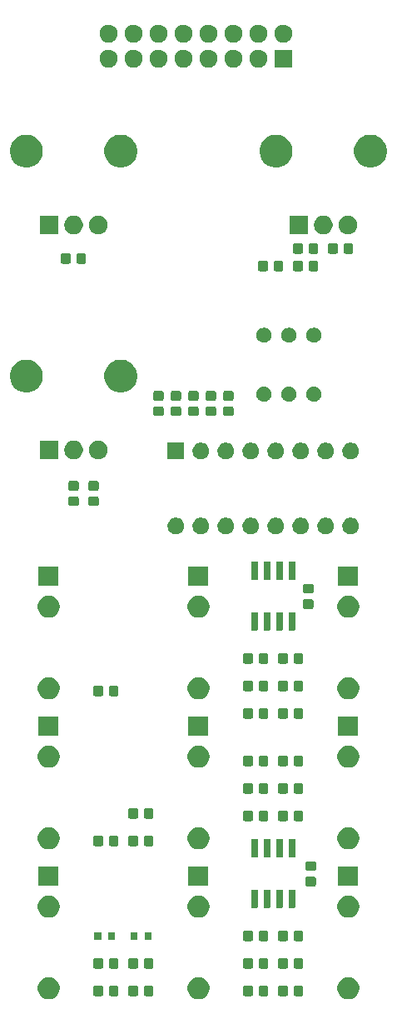
<source format=gbr>
G04 #@! TF.GenerationSoftware,KiCad,Pcbnew,5.1.5-52549c5~84~ubuntu19.04.1*
G04 #@! TF.CreationDate,2020-04-14T21:23:31+02:00*
G04 #@! TF.ProjectId,osc1,6f736331-2e6b-4696-9361-645f70636258,rev?*
G04 #@! TF.SameCoordinates,Original*
G04 #@! TF.FileFunction,Soldermask,Bot*
G04 #@! TF.FilePolarity,Negative*
%FSLAX46Y46*%
G04 Gerber Fmt 4.6, Leading zero omitted, Abs format (unit mm)*
G04 Created by KiCad (PCBNEW 5.1.5-52549c5~84~ubuntu19.04.1) date 2020-04-14 21:23:31*
%MOMM*%
%LPD*%
G04 APERTURE LIST*
%ADD10C,0.100000*%
G04 APERTURE END LIST*
D10*
G36*
X78993655Y-169062591D02*
G01*
X79065525Y-169076887D01*
X79268624Y-169161013D01*
X79451409Y-169283146D01*
X79606854Y-169438591D01*
X79728987Y-169621376D01*
X79728987Y-169621377D01*
X79813113Y-169824476D01*
X79851320Y-170016552D01*
X79856000Y-170040084D01*
X79856000Y-170259916D01*
X79813113Y-170475525D01*
X79728987Y-170678624D01*
X79606854Y-170861409D01*
X79451409Y-171016854D01*
X79268624Y-171138987D01*
X79065525Y-171223113D01*
X78993655Y-171237409D01*
X78849918Y-171266000D01*
X78630082Y-171266000D01*
X78486345Y-171237409D01*
X78414475Y-171223113D01*
X78211376Y-171138987D01*
X78028591Y-171016854D01*
X77873146Y-170861409D01*
X77751013Y-170678624D01*
X77666887Y-170475525D01*
X77624000Y-170259916D01*
X77624000Y-170040084D01*
X77628681Y-170016552D01*
X77666887Y-169824476D01*
X77751013Y-169621377D01*
X77751013Y-169621376D01*
X77873146Y-169438591D01*
X78028591Y-169283146D01*
X78211376Y-169161013D01*
X78414475Y-169076887D01*
X78486345Y-169062591D01*
X78630082Y-169034000D01*
X78849918Y-169034000D01*
X78993655Y-169062591D01*
G37*
G36*
X109473655Y-169062591D02*
G01*
X109545525Y-169076887D01*
X109748624Y-169161013D01*
X109931409Y-169283146D01*
X110086854Y-169438591D01*
X110208987Y-169621376D01*
X110208987Y-169621377D01*
X110293113Y-169824476D01*
X110331320Y-170016552D01*
X110336000Y-170040084D01*
X110336000Y-170259916D01*
X110293113Y-170475525D01*
X110208987Y-170678624D01*
X110086854Y-170861409D01*
X109931409Y-171016854D01*
X109748624Y-171138987D01*
X109545525Y-171223113D01*
X109473655Y-171237409D01*
X109329918Y-171266000D01*
X109110082Y-171266000D01*
X108966345Y-171237409D01*
X108894475Y-171223113D01*
X108691376Y-171138987D01*
X108508591Y-171016854D01*
X108353146Y-170861409D01*
X108231013Y-170678624D01*
X108146887Y-170475525D01*
X108104000Y-170259916D01*
X108104000Y-170040084D01*
X108108681Y-170016552D01*
X108146887Y-169824476D01*
X108231013Y-169621377D01*
X108231013Y-169621376D01*
X108353146Y-169438591D01*
X108508591Y-169283146D01*
X108691376Y-169161013D01*
X108894475Y-169076887D01*
X108966345Y-169062591D01*
X109110082Y-169034000D01*
X109329918Y-169034000D01*
X109473655Y-169062591D01*
G37*
G36*
X94233655Y-169062591D02*
G01*
X94305525Y-169076887D01*
X94508624Y-169161013D01*
X94691409Y-169283146D01*
X94846854Y-169438591D01*
X94968987Y-169621376D01*
X94968987Y-169621377D01*
X95053113Y-169824476D01*
X95091320Y-170016552D01*
X95096000Y-170040084D01*
X95096000Y-170259916D01*
X95053113Y-170475525D01*
X94968987Y-170678624D01*
X94846854Y-170861409D01*
X94691409Y-171016854D01*
X94508624Y-171138987D01*
X94305525Y-171223113D01*
X94233655Y-171237409D01*
X94089918Y-171266000D01*
X93870082Y-171266000D01*
X93726345Y-171237409D01*
X93654475Y-171223113D01*
X93451376Y-171138987D01*
X93268591Y-171016854D01*
X93113146Y-170861409D01*
X92991013Y-170678624D01*
X92906887Y-170475525D01*
X92864000Y-170259916D01*
X92864000Y-170040084D01*
X92868681Y-170016552D01*
X92906887Y-169824476D01*
X92991013Y-169621377D01*
X92991013Y-169621376D01*
X93113146Y-169438591D01*
X93268591Y-169283146D01*
X93451376Y-169161013D01*
X93654475Y-169076887D01*
X93726345Y-169062591D01*
X93870082Y-169034000D01*
X94089918Y-169034000D01*
X94233655Y-169062591D01*
G37*
G36*
X102932591Y-169912085D02*
G01*
X102966569Y-169922393D01*
X102997890Y-169939134D01*
X103025339Y-169961661D01*
X103047866Y-169989110D01*
X103064607Y-170020431D01*
X103074915Y-170054409D01*
X103079000Y-170095890D01*
X103079000Y-170772110D01*
X103074915Y-170813591D01*
X103064607Y-170847569D01*
X103047866Y-170878890D01*
X103025339Y-170906339D01*
X102997890Y-170928866D01*
X102966569Y-170945607D01*
X102932591Y-170955915D01*
X102891110Y-170960000D01*
X102289890Y-170960000D01*
X102248409Y-170955915D01*
X102214431Y-170945607D01*
X102183110Y-170928866D01*
X102155661Y-170906339D01*
X102133134Y-170878890D01*
X102116393Y-170847569D01*
X102106085Y-170813591D01*
X102102000Y-170772110D01*
X102102000Y-170095890D01*
X102106085Y-170054409D01*
X102116393Y-170020431D01*
X102133134Y-169989110D01*
X102155661Y-169961661D01*
X102183110Y-169939134D01*
X102214431Y-169922393D01*
X102248409Y-169912085D01*
X102289890Y-169908000D01*
X102891110Y-169908000D01*
X102932591Y-169912085D01*
G37*
G36*
X104507591Y-169912085D02*
G01*
X104541569Y-169922393D01*
X104572890Y-169939134D01*
X104600339Y-169961661D01*
X104622866Y-169989110D01*
X104639607Y-170020431D01*
X104649915Y-170054409D01*
X104654000Y-170095890D01*
X104654000Y-170772110D01*
X104649915Y-170813591D01*
X104639607Y-170847569D01*
X104622866Y-170878890D01*
X104600339Y-170906339D01*
X104572890Y-170928866D01*
X104541569Y-170945607D01*
X104507591Y-170955915D01*
X104466110Y-170960000D01*
X103864890Y-170960000D01*
X103823409Y-170955915D01*
X103789431Y-170945607D01*
X103758110Y-170928866D01*
X103730661Y-170906339D01*
X103708134Y-170878890D01*
X103691393Y-170847569D01*
X103681085Y-170813591D01*
X103677000Y-170772110D01*
X103677000Y-170095890D01*
X103681085Y-170054409D01*
X103691393Y-170020431D01*
X103708134Y-169989110D01*
X103730661Y-169961661D01*
X103758110Y-169939134D01*
X103789431Y-169922393D01*
X103823409Y-169912085D01*
X103864890Y-169908000D01*
X104466110Y-169908000D01*
X104507591Y-169912085D01*
G37*
G36*
X99376591Y-169912085D02*
G01*
X99410569Y-169922393D01*
X99441890Y-169939134D01*
X99469339Y-169961661D01*
X99491866Y-169989110D01*
X99508607Y-170020431D01*
X99518915Y-170054409D01*
X99523000Y-170095890D01*
X99523000Y-170772110D01*
X99518915Y-170813591D01*
X99508607Y-170847569D01*
X99491866Y-170878890D01*
X99469339Y-170906339D01*
X99441890Y-170928866D01*
X99410569Y-170945607D01*
X99376591Y-170955915D01*
X99335110Y-170960000D01*
X98733890Y-170960000D01*
X98692409Y-170955915D01*
X98658431Y-170945607D01*
X98627110Y-170928866D01*
X98599661Y-170906339D01*
X98577134Y-170878890D01*
X98560393Y-170847569D01*
X98550085Y-170813591D01*
X98546000Y-170772110D01*
X98546000Y-170095890D01*
X98550085Y-170054409D01*
X98560393Y-170020431D01*
X98577134Y-169989110D01*
X98599661Y-169961661D01*
X98627110Y-169939134D01*
X98658431Y-169922393D01*
X98692409Y-169912085D01*
X98733890Y-169908000D01*
X99335110Y-169908000D01*
X99376591Y-169912085D01*
G37*
G36*
X100951591Y-169912085D02*
G01*
X100985569Y-169922393D01*
X101016890Y-169939134D01*
X101044339Y-169961661D01*
X101066866Y-169989110D01*
X101083607Y-170020431D01*
X101093915Y-170054409D01*
X101098000Y-170095890D01*
X101098000Y-170772110D01*
X101093915Y-170813591D01*
X101083607Y-170847569D01*
X101066866Y-170878890D01*
X101044339Y-170906339D01*
X101016890Y-170928866D01*
X100985569Y-170945607D01*
X100951591Y-170955915D01*
X100910110Y-170960000D01*
X100308890Y-170960000D01*
X100267409Y-170955915D01*
X100233431Y-170945607D01*
X100202110Y-170928866D01*
X100174661Y-170906339D01*
X100152134Y-170878890D01*
X100135393Y-170847569D01*
X100125085Y-170813591D01*
X100121000Y-170772110D01*
X100121000Y-170095890D01*
X100125085Y-170054409D01*
X100135393Y-170020431D01*
X100152134Y-169989110D01*
X100174661Y-169961661D01*
X100202110Y-169939134D01*
X100233431Y-169922393D01*
X100267409Y-169912085D01*
X100308890Y-169908000D01*
X100910110Y-169908000D01*
X100951591Y-169912085D01*
G37*
G36*
X89267591Y-169912085D02*
G01*
X89301569Y-169922393D01*
X89332890Y-169939134D01*
X89360339Y-169961661D01*
X89382866Y-169989110D01*
X89399607Y-170020431D01*
X89409915Y-170054409D01*
X89414000Y-170095890D01*
X89414000Y-170772110D01*
X89409915Y-170813591D01*
X89399607Y-170847569D01*
X89382866Y-170878890D01*
X89360339Y-170906339D01*
X89332890Y-170928866D01*
X89301569Y-170945607D01*
X89267591Y-170955915D01*
X89226110Y-170960000D01*
X88624890Y-170960000D01*
X88583409Y-170955915D01*
X88549431Y-170945607D01*
X88518110Y-170928866D01*
X88490661Y-170906339D01*
X88468134Y-170878890D01*
X88451393Y-170847569D01*
X88441085Y-170813591D01*
X88437000Y-170772110D01*
X88437000Y-170095890D01*
X88441085Y-170054409D01*
X88451393Y-170020431D01*
X88468134Y-169989110D01*
X88490661Y-169961661D01*
X88518110Y-169939134D01*
X88549431Y-169922393D01*
X88583409Y-169912085D01*
X88624890Y-169908000D01*
X89226110Y-169908000D01*
X89267591Y-169912085D01*
G37*
G36*
X87692591Y-169912085D02*
G01*
X87726569Y-169922393D01*
X87757890Y-169939134D01*
X87785339Y-169961661D01*
X87807866Y-169989110D01*
X87824607Y-170020431D01*
X87834915Y-170054409D01*
X87839000Y-170095890D01*
X87839000Y-170772110D01*
X87834915Y-170813591D01*
X87824607Y-170847569D01*
X87807866Y-170878890D01*
X87785339Y-170906339D01*
X87757890Y-170928866D01*
X87726569Y-170945607D01*
X87692591Y-170955915D01*
X87651110Y-170960000D01*
X87049890Y-170960000D01*
X87008409Y-170955915D01*
X86974431Y-170945607D01*
X86943110Y-170928866D01*
X86915661Y-170906339D01*
X86893134Y-170878890D01*
X86876393Y-170847569D01*
X86866085Y-170813591D01*
X86862000Y-170772110D01*
X86862000Y-170095890D01*
X86866085Y-170054409D01*
X86876393Y-170020431D01*
X86893134Y-169989110D01*
X86915661Y-169961661D01*
X86943110Y-169939134D01*
X86974431Y-169922393D01*
X87008409Y-169912085D01*
X87049890Y-169908000D01*
X87651110Y-169908000D01*
X87692591Y-169912085D01*
G37*
G36*
X84136591Y-169912085D02*
G01*
X84170569Y-169922393D01*
X84201890Y-169939134D01*
X84229339Y-169961661D01*
X84251866Y-169989110D01*
X84268607Y-170020431D01*
X84278915Y-170054409D01*
X84283000Y-170095890D01*
X84283000Y-170772110D01*
X84278915Y-170813591D01*
X84268607Y-170847569D01*
X84251866Y-170878890D01*
X84229339Y-170906339D01*
X84201890Y-170928866D01*
X84170569Y-170945607D01*
X84136591Y-170955915D01*
X84095110Y-170960000D01*
X83493890Y-170960000D01*
X83452409Y-170955915D01*
X83418431Y-170945607D01*
X83387110Y-170928866D01*
X83359661Y-170906339D01*
X83337134Y-170878890D01*
X83320393Y-170847569D01*
X83310085Y-170813591D01*
X83306000Y-170772110D01*
X83306000Y-170095890D01*
X83310085Y-170054409D01*
X83320393Y-170020431D01*
X83337134Y-169989110D01*
X83359661Y-169961661D01*
X83387110Y-169939134D01*
X83418431Y-169922393D01*
X83452409Y-169912085D01*
X83493890Y-169908000D01*
X84095110Y-169908000D01*
X84136591Y-169912085D01*
G37*
G36*
X85711591Y-169912085D02*
G01*
X85745569Y-169922393D01*
X85776890Y-169939134D01*
X85804339Y-169961661D01*
X85826866Y-169989110D01*
X85843607Y-170020431D01*
X85853915Y-170054409D01*
X85858000Y-170095890D01*
X85858000Y-170772110D01*
X85853915Y-170813591D01*
X85843607Y-170847569D01*
X85826866Y-170878890D01*
X85804339Y-170906339D01*
X85776890Y-170928866D01*
X85745569Y-170945607D01*
X85711591Y-170955915D01*
X85670110Y-170960000D01*
X85068890Y-170960000D01*
X85027409Y-170955915D01*
X84993431Y-170945607D01*
X84962110Y-170928866D01*
X84934661Y-170906339D01*
X84912134Y-170878890D01*
X84895393Y-170847569D01*
X84885085Y-170813591D01*
X84881000Y-170772110D01*
X84881000Y-170095890D01*
X84885085Y-170054409D01*
X84895393Y-170020431D01*
X84912134Y-169989110D01*
X84934661Y-169961661D01*
X84962110Y-169939134D01*
X84993431Y-169922393D01*
X85027409Y-169912085D01*
X85068890Y-169908000D01*
X85670110Y-169908000D01*
X85711591Y-169912085D01*
G37*
G36*
X84136591Y-167118085D02*
G01*
X84170569Y-167128393D01*
X84201890Y-167145134D01*
X84229339Y-167167661D01*
X84251866Y-167195110D01*
X84268607Y-167226431D01*
X84278915Y-167260409D01*
X84283000Y-167301890D01*
X84283000Y-167978110D01*
X84278915Y-168019591D01*
X84268607Y-168053569D01*
X84251866Y-168084890D01*
X84229339Y-168112339D01*
X84201890Y-168134866D01*
X84170569Y-168151607D01*
X84136591Y-168161915D01*
X84095110Y-168166000D01*
X83493890Y-168166000D01*
X83452409Y-168161915D01*
X83418431Y-168151607D01*
X83387110Y-168134866D01*
X83359661Y-168112339D01*
X83337134Y-168084890D01*
X83320393Y-168053569D01*
X83310085Y-168019591D01*
X83306000Y-167978110D01*
X83306000Y-167301890D01*
X83310085Y-167260409D01*
X83320393Y-167226431D01*
X83337134Y-167195110D01*
X83359661Y-167167661D01*
X83387110Y-167145134D01*
X83418431Y-167128393D01*
X83452409Y-167118085D01*
X83493890Y-167114000D01*
X84095110Y-167114000D01*
X84136591Y-167118085D01*
G37*
G36*
X89267591Y-167118085D02*
G01*
X89301569Y-167128393D01*
X89332890Y-167145134D01*
X89360339Y-167167661D01*
X89382866Y-167195110D01*
X89399607Y-167226431D01*
X89409915Y-167260409D01*
X89414000Y-167301890D01*
X89414000Y-167978110D01*
X89409915Y-168019591D01*
X89399607Y-168053569D01*
X89382866Y-168084890D01*
X89360339Y-168112339D01*
X89332890Y-168134866D01*
X89301569Y-168151607D01*
X89267591Y-168161915D01*
X89226110Y-168166000D01*
X88624890Y-168166000D01*
X88583409Y-168161915D01*
X88549431Y-168151607D01*
X88518110Y-168134866D01*
X88490661Y-168112339D01*
X88468134Y-168084890D01*
X88451393Y-168053569D01*
X88441085Y-168019591D01*
X88437000Y-167978110D01*
X88437000Y-167301890D01*
X88441085Y-167260409D01*
X88451393Y-167226431D01*
X88468134Y-167195110D01*
X88490661Y-167167661D01*
X88518110Y-167145134D01*
X88549431Y-167128393D01*
X88583409Y-167118085D01*
X88624890Y-167114000D01*
X89226110Y-167114000D01*
X89267591Y-167118085D01*
G37*
G36*
X99376591Y-167118085D02*
G01*
X99410569Y-167128393D01*
X99441890Y-167145134D01*
X99469339Y-167167661D01*
X99491866Y-167195110D01*
X99508607Y-167226431D01*
X99518915Y-167260409D01*
X99523000Y-167301890D01*
X99523000Y-167978110D01*
X99518915Y-168019591D01*
X99508607Y-168053569D01*
X99491866Y-168084890D01*
X99469339Y-168112339D01*
X99441890Y-168134866D01*
X99410569Y-168151607D01*
X99376591Y-168161915D01*
X99335110Y-168166000D01*
X98733890Y-168166000D01*
X98692409Y-168161915D01*
X98658431Y-168151607D01*
X98627110Y-168134866D01*
X98599661Y-168112339D01*
X98577134Y-168084890D01*
X98560393Y-168053569D01*
X98550085Y-168019591D01*
X98546000Y-167978110D01*
X98546000Y-167301890D01*
X98550085Y-167260409D01*
X98560393Y-167226431D01*
X98577134Y-167195110D01*
X98599661Y-167167661D01*
X98627110Y-167145134D01*
X98658431Y-167128393D01*
X98692409Y-167118085D01*
X98733890Y-167114000D01*
X99335110Y-167114000D01*
X99376591Y-167118085D01*
G37*
G36*
X100951591Y-167118085D02*
G01*
X100985569Y-167128393D01*
X101016890Y-167145134D01*
X101044339Y-167167661D01*
X101066866Y-167195110D01*
X101083607Y-167226431D01*
X101093915Y-167260409D01*
X101098000Y-167301890D01*
X101098000Y-167978110D01*
X101093915Y-168019591D01*
X101083607Y-168053569D01*
X101066866Y-168084890D01*
X101044339Y-168112339D01*
X101016890Y-168134866D01*
X100985569Y-168151607D01*
X100951591Y-168161915D01*
X100910110Y-168166000D01*
X100308890Y-168166000D01*
X100267409Y-168161915D01*
X100233431Y-168151607D01*
X100202110Y-168134866D01*
X100174661Y-168112339D01*
X100152134Y-168084890D01*
X100135393Y-168053569D01*
X100125085Y-168019591D01*
X100121000Y-167978110D01*
X100121000Y-167301890D01*
X100125085Y-167260409D01*
X100135393Y-167226431D01*
X100152134Y-167195110D01*
X100174661Y-167167661D01*
X100202110Y-167145134D01*
X100233431Y-167128393D01*
X100267409Y-167118085D01*
X100308890Y-167114000D01*
X100910110Y-167114000D01*
X100951591Y-167118085D01*
G37*
G36*
X85711591Y-167118085D02*
G01*
X85745569Y-167128393D01*
X85776890Y-167145134D01*
X85804339Y-167167661D01*
X85826866Y-167195110D01*
X85843607Y-167226431D01*
X85853915Y-167260409D01*
X85858000Y-167301890D01*
X85858000Y-167978110D01*
X85853915Y-168019591D01*
X85843607Y-168053569D01*
X85826866Y-168084890D01*
X85804339Y-168112339D01*
X85776890Y-168134866D01*
X85745569Y-168151607D01*
X85711591Y-168161915D01*
X85670110Y-168166000D01*
X85068890Y-168166000D01*
X85027409Y-168161915D01*
X84993431Y-168151607D01*
X84962110Y-168134866D01*
X84934661Y-168112339D01*
X84912134Y-168084890D01*
X84895393Y-168053569D01*
X84885085Y-168019591D01*
X84881000Y-167978110D01*
X84881000Y-167301890D01*
X84885085Y-167260409D01*
X84895393Y-167226431D01*
X84912134Y-167195110D01*
X84934661Y-167167661D01*
X84962110Y-167145134D01*
X84993431Y-167128393D01*
X85027409Y-167118085D01*
X85068890Y-167114000D01*
X85670110Y-167114000D01*
X85711591Y-167118085D01*
G37*
G36*
X102932591Y-167118085D02*
G01*
X102966569Y-167128393D01*
X102997890Y-167145134D01*
X103025339Y-167167661D01*
X103047866Y-167195110D01*
X103064607Y-167226431D01*
X103074915Y-167260409D01*
X103079000Y-167301890D01*
X103079000Y-167978110D01*
X103074915Y-168019591D01*
X103064607Y-168053569D01*
X103047866Y-168084890D01*
X103025339Y-168112339D01*
X102997890Y-168134866D01*
X102966569Y-168151607D01*
X102932591Y-168161915D01*
X102891110Y-168166000D01*
X102289890Y-168166000D01*
X102248409Y-168161915D01*
X102214431Y-168151607D01*
X102183110Y-168134866D01*
X102155661Y-168112339D01*
X102133134Y-168084890D01*
X102116393Y-168053569D01*
X102106085Y-168019591D01*
X102102000Y-167978110D01*
X102102000Y-167301890D01*
X102106085Y-167260409D01*
X102116393Y-167226431D01*
X102133134Y-167195110D01*
X102155661Y-167167661D01*
X102183110Y-167145134D01*
X102214431Y-167128393D01*
X102248409Y-167118085D01*
X102289890Y-167114000D01*
X102891110Y-167114000D01*
X102932591Y-167118085D01*
G37*
G36*
X104507591Y-167118085D02*
G01*
X104541569Y-167128393D01*
X104572890Y-167145134D01*
X104600339Y-167167661D01*
X104622866Y-167195110D01*
X104639607Y-167226431D01*
X104649915Y-167260409D01*
X104654000Y-167301890D01*
X104654000Y-167978110D01*
X104649915Y-168019591D01*
X104639607Y-168053569D01*
X104622866Y-168084890D01*
X104600339Y-168112339D01*
X104572890Y-168134866D01*
X104541569Y-168151607D01*
X104507591Y-168161915D01*
X104466110Y-168166000D01*
X103864890Y-168166000D01*
X103823409Y-168161915D01*
X103789431Y-168151607D01*
X103758110Y-168134866D01*
X103730661Y-168112339D01*
X103708134Y-168084890D01*
X103691393Y-168053569D01*
X103681085Y-168019591D01*
X103677000Y-167978110D01*
X103677000Y-167301890D01*
X103681085Y-167260409D01*
X103691393Y-167226431D01*
X103708134Y-167195110D01*
X103730661Y-167167661D01*
X103758110Y-167145134D01*
X103789431Y-167128393D01*
X103823409Y-167118085D01*
X103864890Y-167114000D01*
X104466110Y-167114000D01*
X104507591Y-167118085D01*
G37*
G36*
X87692591Y-167118085D02*
G01*
X87726569Y-167128393D01*
X87757890Y-167145134D01*
X87785339Y-167167661D01*
X87807866Y-167195110D01*
X87824607Y-167226431D01*
X87834915Y-167260409D01*
X87839000Y-167301890D01*
X87839000Y-167978110D01*
X87834915Y-168019591D01*
X87824607Y-168053569D01*
X87807866Y-168084890D01*
X87785339Y-168112339D01*
X87757890Y-168134866D01*
X87726569Y-168151607D01*
X87692591Y-168161915D01*
X87651110Y-168166000D01*
X87049890Y-168166000D01*
X87008409Y-168161915D01*
X86974431Y-168151607D01*
X86943110Y-168134866D01*
X86915661Y-168112339D01*
X86893134Y-168084890D01*
X86876393Y-168053569D01*
X86866085Y-168019591D01*
X86862000Y-167978110D01*
X86862000Y-167301890D01*
X86866085Y-167260409D01*
X86876393Y-167226431D01*
X86893134Y-167195110D01*
X86915661Y-167167661D01*
X86943110Y-167145134D01*
X86974431Y-167128393D01*
X87008409Y-167118085D01*
X87049890Y-167114000D01*
X87651110Y-167114000D01*
X87692591Y-167118085D01*
G37*
G36*
X99376591Y-164324085D02*
G01*
X99410569Y-164334393D01*
X99441890Y-164351134D01*
X99469339Y-164373661D01*
X99491866Y-164401110D01*
X99508607Y-164432431D01*
X99518915Y-164466409D01*
X99523000Y-164507890D01*
X99523000Y-165184110D01*
X99518915Y-165225591D01*
X99508607Y-165259569D01*
X99491866Y-165290890D01*
X99469339Y-165318339D01*
X99441890Y-165340866D01*
X99410569Y-165357607D01*
X99376591Y-165367915D01*
X99335110Y-165372000D01*
X98733890Y-165372000D01*
X98692409Y-165367915D01*
X98658431Y-165357607D01*
X98627110Y-165340866D01*
X98599661Y-165318339D01*
X98577134Y-165290890D01*
X98560393Y-165259569D01*
X98550085Y-165225591D01*
X98546000Y-165184110D01*
X98546000Y-164507890D01*
X98550085Y-164466409D01*
X98560393Y-164432431D01*
X98577134Y-164401110D01*
X98599661Y-164373661D01*
X98627110Y-164351134D01*
X98658431Y-164334393D01*
X98692409Y-164324085D01*
X98733890Y-164320000D01*
X99335110Y-164320000D01*
X99376591Y-164324085D01*
G37*
G36*
X100951591Y-164324085D02*
G01*
X100985569Y-164334393D01*
X101016890Y-164351134D01*
X101044339Y-164373661D01*
X101066866Y-164401110D01*
X101083607Y-164432431D01*
X101093915Y-164466409D01*
X101098000Y-164507890D01*
X101098000Y-165184110D01*
X101093915Y-165225591D01*
X101083607Y-165259569D01*
X101066866Y-165290890D01*
X101044339Y-165318339D01*
X101016890Y-165340866D01*
X100985569Y-165357607D01*
X100951591Y-165367915D01*
X100910110Y-165372000D01*
X100308890Y-165372000D01*
X100267409Y-165367915D01*
X100233431Y-165357607D01*
X100202110Y-165340866D01*
X100174661Y-165318339D01*
X100152134Y-165290890D01*
X100135393Y-165259569D01*
X100125085Y-165225591D01*
X100121000Y-165184110D01*
X100121000Y-164507890D01*
X100125085Y-164466409D01*
X100135393Y-164432431D01*
X100152134Y-164401110D01*
X100174661Y-164373661D01*
X100202110Y-164351134D01*
X100233431Y-164334393D01*
X100267409Y-164324085D01*
X100308890Y-164320000D01*
X100910110Y-164320000D01*
X100951591Y-164324085D01*
G37*
G36*
X102932591Y-164324085D02*
G01*
X102966569Y-164334393D01*
X102997890Y-164351134D01*
X103025339Y-164373661D01*
X103047866Y-164401110D01*
X103064607Y-164432431D01*
X103074915Y-164466409D01*
X103079000Y-164507890D01*
X103079000Y-165184110D01*
X103074915Y-165225591D01*
X103064607Y-165259569D01*
X103047866Y-165290890D01*
X103025339Y-165318339D01*
X102997890Y-165340866D01*
X102966569Y-165357607D01*
X102932591Y-165367915D01*
X102891110Y-165372000D01*
X102289890Y-165372000D01*
X102248409Y-165367915D01*
X102214431Y-165357607D01*
X102183110Y-165340866D01*
X102155661Y-165318339D01*
X102133134Y-165290890D01*
X102116393Y-165259569D01*
X102106085Y-165225591D01*
X102102000Y-165184110D01*
X102102000Y-164507890D01*
X102106085Y-164466409D01*
X102116393Y-164432431D01*
X102133134Y-164401110D01*
X102155661Y-164373661D01*
X102183110Y-164351134D01*
X102214431Y-164334393D01*
X102248409Y-164324085D01*
X102289890Y-164320000D01*
X102891110Y-164320000D01*
X102932591Y-164324085D01*
G37*
G36*
X104507591Y-164324085D02*
G01*
X104541569Y-164334393D01*
X104572890Y-164351134D01*
X104600339Y-164373661D01*
X104622866Y-164401110D01*
X104639607Y-164432431D01*
X104649915Y-164466409D01*
X104654000Y-164507890D01*
X104654000Y-165184110D01*
X104649915Y-165225591D01*
X104639607Y-165259569D01*
X104622866Y-165290890D01*
X104600339Y-165318339D01*
X104572890Y-165340866D01*
X104541569Y-165357607D01*
X104507591Y-165367915D01*
X104466110Y-165372000D01*
X103864890Y-165372000D01*
X103823409Y-165367915D01*
X103789431Y-165357607D01*
X103758110Y-165340866D01*
X103730661Y-165318339D01*
X103708134Y-165290890D01*
X103691393Y-165259569D01*
X103681085Y-165225591D01*
X103677000Y-165184110D01*
X103677000Y-164507890D01*
X103681085Y-164466409D01*
X103691393Y-164432431D01*
X103708134Y-164401110D01*
X103730661Y-164373661D01*
X103758110Y-164351134D01*
X103789431Y-164334393D01*
X103823409Y-164324085D01*
X103864890Y-164320000D01*
X104466110Y-164320000D01*
X104507591Y-164324085D01*
G37*
G36*
X84106000Y-165247000D02*
G01*
X83404000Y-165247000D01*
X83404000Y-164445000D01*
X84106000Y-164445000D01*
X84106000Y-165247000D01*
G37*
G36*
X87789000Y-165247000D02*
G01*
X87087000Y-165247000D01*
X87087000Y-164445000D01*
X87789000Y-164445000D01*
X87789000Y-165247000D01*
G37*
G36*
X89189000Y-165247000D02*
G01*
X88487000Y-165247000D01*
X88487000Y-164445000D01*
X89189000Y-164445000D01*
X89189000Y-165247000D01*
G37*
G36*
X85506000Y-165247000D02*
G01*
X84804000Y-165247000D01*
X84804000Y-164445000D01*
X85506000Y-164445000D01*
X85506000Y-165247000D01*
G37*
G36*
X78993655Y-160762591D02*
G01*
X79065525Y-160776887D01*
X79268624Y-160861013D01*
X79451409Y-160983146D01*
X79606854Y-161138591D01*
X79728987Y-161321376D01*
X79728987Y-161321377D01*
X79813113Y-161524476D01*
X79856000Y-161740082D01*
X79856000Y-161959918D01*
X79848624Y-161997000D01*
X79813113Y-162175525D01*
X79728987Y-162378624D01*
X79606854Y-162561409D01*
X79451409Y-162716854D01*
X79268624Y-162838987D01*
X79065525Y-162923113D01*
X78993655Y-162937409D01*
X78849918Y-162966000D01*
X78630082Y-162966000D01*
X78486345Y-162937409D01*
X78414475Y-162923113D01*
X78211376Y-162838987D01*
X78028591Y-162716854D01*
X77873146Y-162561409D01*
X77751013Y-162378624D01*
X77666887Y-162175525D01*
X77631376Y-161997000D01*
X77624000Y-161959918D01*
X77624000Y-161740082D01*
X77666887Y-161524476D01*
X77751013Y-161321377D01*
X77751013Y-161321376D01*
X77873146Y-161138591D01*
X78028591Y-160983146D01*
X78211376Y-160861013D01*
X78414475Y-160776887D01*
X78486345Y-160762591D01*
X78630082Y-160734000D01*
X78849918Y-160734000D01*
X78993655Y-160762591D01*
G37*
G36*
X94233655Y-160762591D02*
G01*
X94305525Y-160776887D01*
X94508624Y-160861013D01*
X94691409Y-160983146D01*
X94846854Y-161138591D01*
X94968987Y-161321376D01*
X94968987Y-161321377D01*
X95053113Y-161524476D01*
X95096000Y-161740082D01*
X95096000Y-161959918D01*
X95088624Y-161997000D01*
X95053113Y-162175525D01*
X94968987Y-162378624D01*
X94846854Y-162561409D01*
X94691409Y-162716854D01*
X94508624Y-162838987D01*
X94305525Y-162923113D01*
X94233655Y-162937409D01*
X94089918Y-162966000D01*
X93870082Y-162966000D01*
X93726345Y-162937409D01*
X93654475Y-162923113D01*
X93451376Y-162838987D01*
X93268591Y-162716854D01*
X93113146Y-162561409D01*
X92991013Y-162378624D01*
X92906887Y-162175525D01*
X92871376Y-161997000D01*
X92864000Y-161959918D01*
X92864000Y-161740082D01*
X92906887Y-161524476D01*
X92991013Y-161321377D01*
X92991013Y-161321376D01*
X93113146Y-161138591D01*
X93268591Y-160983146D01*
X93451376Y-160861013D01*
X93654475Y-160776887D01*
X93726345Y-160762591D01*
X93870082Y-160734000D01*
X94089918Y-160734000D01*
X94233655Y-160762591D01*
G37*
G36*
X109473655Y-160762591D02*
G01*
X109545525Y-160776887D01*
X109748624Y-160861013D01*
X109931409Y-160983146D01*
X110086854Y-161138591D01*
X110208987Y-161321376D01*
X110208987Y-161321377D01*
X110293113Y-161524476D01*
X110336000Y-161740082D01*
X110336000Y-161959918D01*
X110328624Y-161997000D01*
X110293113Y-162175525D01*
X110208987Y-162378624D01*
X110086854Y-162561409D01*
X109931409Y-162716854D01*
X109748624Y-162838987D01*
X109545525Y-162923113D01*
X109473655Y-162937409D01*
X109329918Y-162966000D01*
X109110082Y-162966000D01*
X108966345Y-162937409D01*
X108894475Y-162923113D01*
X108691376Y-162838987D01*
X108508591Y-162716854D01*
X108353146Y-162561409D01*
X108231013Y-162378624D01*
X108146887Y-162175525D01*
X108111376Y-161997000D01*
X108104000Y-161959918D01*
X108104000Y-161740082D01*
X108146887Y-161524476D01*
X108231013Y-161321377D01*
X108231013Y-161321376D01*
X108353146Y-161138591D01*
X108508591Y-160983146D01*
X108691376Y-160861013D01*
X108894475Y-160776887D01*
X108966345Y-160762591D01*
X109110082Y-160734000D01*
X109329918Y-160734000D01*
X109473655Y-160762591D01*
G37*
G36*
X99954928Y-160147764D02*
G01*
X99976009Y-160154160D01*
X99995445Y-160164548D01*
X100012476Y-160178524D01*
X100026452Y-160195555D01*
X100036840Y-160214991D01*
X100043236Y-160236072D01*
X100046000Y-160264140D01*
X100046000Y-161877860D01*
X100043236Y-161905928D01*
X100036840Y-161927009D01*
X100026452Y-161946445D01*
X100012476Y-161963476D01*
X99995445Y-161977452D01*
X99976009Y-161987840D01*
X99954928Y-161994236D01*
X99926860Y-161997000D01*
X99463140Y-161997000D01*
X99435072Y-161994236D01*
X99413991Y-161987840D01*
X99394555Y-161977452D01*
X99377524Y-161963476D01*
X99363548Y-161946445D01*
X99353160Y-161927009D01*
X99346764Y-161905928D01*
X99344000Y-161877860D01*
X99344000Y-160264140D01*
X99346764Y-160236072D01*
X99353160Y-160214991D01*
X99363548Y-160195555D01*
X99377524Y-160178524D01*
X99394555Y-160164548D01*
X99413991Y-160154160D01*
X99435072Y-160147764D01*
X99463140Y-160145000D01*
X99926860Y-160145000D01*
X99954928Y-160147764D01*
G37*
G36*
X101224928Y-160147764D02*
G01*
X101246009Y-160154160D01*
X101265445Y-160164548D01*
X101282476Y-160178524D01*
X101296452Y-160195555D01*
X101306840Y-160214991D01*
X101313236Y-160236072D01*
X101316000Y-160264140D01*
X101316000Y-161877860D01*
X101313236Y-161905928D01*
X101306840Y-161927009D01*
X101296452Y-161946445D01*
X101282476Y-161963476D01*
X101265445Y-161977452D01*
X101246009Y-161987840D01*
X101224928Y-161994236D01*
X101196860Y-161997000D01*
X100733140Y-161997000D01*
X100705072Y-161994236D01*
X100683991Y-161987840D01*
X100664555Y-161977452D01*
X100647524Y-161963476D01*
X100633548Y-161946445D01*
X100623160Y-161927009D01*
X100616764Y-161905928D01*
X100614000Y-161877860D01*
X100614000Y-160264140D01*
X100616764Y-160236072D01*
X100623160Y-160214991D01*
X100633548Y-160195555D01*
X100647524Y-160178524D01*
X100664555Y-160164548D01*
X100683991Y-160154160D01*
X100705072Y-160147764D01*
X100733140Y-160145000D01*
X101196860Y-160145000D01*
X101224928Y-160147764D01*
G37*
G36*
X103764928Y-160147764D02*
G01*
X103786009Y-160154160D01*
X103805445Y-160164548D01*
X103822476Y-160178524D01*
X103836452Y-160195555D01*
X103846840Y-160214991D01*
X103853236Y-160236072D01*
X103856000Y-160264140D01*
X103856000Y-161877860D01*
X103853236Y-161905928D01*
X103846840Y-161927009D01*
X103836452Y-161946445D01*
X103822476Y-161963476D01*
X103805445Y-161977452D01*
X103786009Y-161987840D01*
X103764928Y-161994236D01*
X103736860Y-161997000D01*
X103273140Y-161997000D01*
X103245072Y-161994236D01*
X103223991Y-161987840D01*
X103204555Y-161977452D01*
X103187524Y-161963476D01*
X103173548Y-161946445D01*
X103163160Y-161927009D01*
X103156764Y-161905928D01*
X103154000Y-161877860D01*
X103154000Y-160264140D01*
X103156764Y-160236072D01*
X103163160Y-160214991D01*
X103173548Y-160195555D01*
X103187524Y-160178524D01*
X103204555Y-160164548D01*
X103223991Y-160154160D01*
X103245072Y-160147764D01*
X103273140Y-160145000D01*
X103736860Y-160145000D01*
X103764928Y-160147764D01*
G37*
G36*
X102494928Y-160147764D02*
G01*
X102516009Y-160154160D01*
X102535445Y-160164548D01*
X102552476Y-160178524D01*
X102566452Y-160195555D01*
X102576840Y-160214991D01*
X102583236Y-160236072D01*
X102586000Y-160264140D01*
X102586000Y-161877860D01*
X102583236Y-161905928D01*
X102576840Y-161927009D01*
X102566452Y-161946445D01*
X102552476Y-161963476D01*
X102535445Y-161977452D01*
X102516009Y-161987840D01*
X102494928Y-161994236D01*
X102466860Y-161997000D01*
X102003140Y-161997000D01*
X101975072Y-161994236D01*
X101953991Y-161987840D01*
X101934555Y-161977452D01*
X101917524Y-161963476D01*
X101903548Y-161946445D01*
X101893160Y-161927009D01*
X101886764Y-161905928D01*
X101884000Y-161877860D01*
X101884000Y-160264140D01*
X101886764Y-160236072D01*
X101893160Y-160214991D01*
X101903548Y-160195555D01*
X101917524Y-160178524D01*
X101934555Y-160164548D01*
X101953991Y-160154160D01*
X101975072Y-160147764D01*
X102003140Y-160145000D01*
X102466860Y-160145000D01*
X102494928Y-160147764D01*
G37*
G36*
X105789591Y-158824585D02*
G01*
X105823569Y-158834893D01*
X105854890Y-158851634D01*
X105882339Y-158874161D01*
X105904866Y-158901610D01*
X105921607Y-158932931D01*
X105931915Y-158966909D01*
X105936000Y-159008390D01*
X105936000Y-159609610D01*
X105931915Y-159651091D01*
X105921607Y-159685069D01*
X105904866Y-159716390D01*
X105882339Y-159743839D01*
X105854890Y-159766366D01*
X105823569Y-159783107D01*
X105789591Y-159793415D01*
X105748110Y-159797500D01*
X105071890Y-159797500D01*
X105030409Y-159793415D01*
X104996431Y-159783107D01*
X104965110Y-159766366D01*
X104937661Y-159743839D01*
X104915134Y-159716390D01*
X104898393Y-159685069D01*
X104888085Y-159651091D01*
X104884000Y-159609610D01*
X104884000Y-159008390D01*
X104888085Y-158966909D01*
X104898393Y-158932931D01*
X104915134Y-158901610D01*
X104937661Y-158874161D01*
X104965110Y-158851634D01*
X104996431Y-158834893D01*
X105030409Y-158824585D01*
X105071890Y-158820500D01*
X105748110Y-158820500D01*
X105789591Y-158824585D01*
G37*
G36*
X79756000Y-159716000D02*
G01*
X77724000Y-159716000D01*
X77724000Y-157784000D01*
X79756000Y-157784000D01*
X79756000Y-159716000D01*
G37*
G36*
X94996000Y-159716000D02*
G01*
X92964000Y-159716000D01*
X92964000Y-157784000D01*
X94996000Y-157784000D01*
X94996000Y-159716000D01*
G37*
G36*
X110236000Y-159716000D02*
G01*
X108204000Y-159716000D01*
X108204000Y-157784000D01*
X110236000Y-157784000D01*
X110236000Y-159716000D01*
G37*
G36*
X105789591Y-157249585D02*
G01*
X105823569Y-157259893D01*
X105854890Y-157276634D01*
X105882339Y-157299161D01*
X105904866Y-157326610D01*
X105921607Y-157357931D01*
X105931915Y-157391909D01*
X105936000Y-157433390D01*
X105936000Y-158034610D01*
X105931915Y-158076091D01*
X105921607Y-158110069D01*
X105904866Y-158141390D01*
X105882339Y-158168839D01*
X105854890Y-158191366D01*
X105823569Y-158208107D01*
X105789591Y-158218415D01*
X105748110Y-158222500D01*
X105071890Y-158222500D01*
X105030409Y-158218415D01*
X104996431Y-158208107D01*
X104965110Y-158191366D01*
X104937661Y-158168839D01*
X104915134Y-158141390D01*
X104898393Y-158110069D01*
X104888085Y-158076091D01*
X104884000Y-158034610D01*
X104884000Y-157433390D01*
X104888085Y-157391909D01*
X104898393Y-157357931D01*
X104915134Y-157326610D01*
X104937661Y-157299161D01*
X104965110Y-157276634D01*
X104996431Y-157259893D01*
X105030409Y-157249585D01*
X105071890Y-157245500D01*
X105748110Y-157245500D01*
X105789591Y-157249585D01*
G37*
G36*
X99954928Y-154997764D02*
G01*
X99976009Y-155004160D01*
X99995445Y-155014548D01*
X100012476Y-155028524D01*
X100026452Y-155045555D01*
X100036840Y-155064991D01*
X100043236Y-155086072D01*
X100046000Y-155114140D01*
X100046000Y-156727860D01*
X100043236Y-156755928D01*
X100036840Y-156777009D01*
X100026452Y-156796445D01*
X100012476Y-156813476D01*
X99995445Y-156827452D01*
X99976009Y-156837840D01*
X99954928Y-156844236D01*
X99926860Y-156847000D01*
X99463140Y-156847000D01*
X99435072Y-156844236D01*
X99413991Y-156837840D01*
X99394555Y-156827452D01*
X99377524Y-156813476D01*
X99363548Y-156796445D01*
X99353160Y-156777009D01*
X99346764Y-156755928D01*
X99344000Y-156727860D01*
X99344000Y-155114140D01*
X99346764Y-155086072D01*
X99353160Y-155064991D01*
X99363548Y-155045555D01*
X99377524Y-155028524D01*
X99394555Y-155014548D01*
X99413991Y-155004160D01*
X99435072Y-154997764D01*
X99463140Y-154995000D01*
X99926860Y-154995000D01*
X99954928Y-154997764D01*
G37*
G36*
X101224928Y-154997764D02*
G01*
X101246009Y-155004160D01*
X101265445Y-155014548D01*
X101282476Y-155028524D01*
X101296452Y-155045555D01*
X101306840Y-155064991D01*
X101313236Y-155086072D01*
X101316000Y-155114140D01*
X101316000Y-156727860D01*
X101313236Y-156755928D01*
X101306840Y-156777009D01*
X101296452Y-156796445D01*
X101282476Y-156813476D01*
X101265445Y-156827452D01*
X101246009Y-156837840D01*
X101224928Y-156844236D01*
X101196860Y-156847000D01*
X100733140Y-156847000D01*
X100705072Y-156844236D01*
X100683991Y-156837840D01*
X100664555Y-156827452D01*
X100647524Y-156813476D01*
X100633548Y-156796445D01*
X100623160Y-156777009D01*
X100616764Y-156755928D01*
X100614000Y-156727860D01*
X100614000Y-155114140D01*
X100616764Y-155086072D01*
X100623160Y-155064991D01*
X100633548Y-155045555D01*
X100647524Y-155028524D01*
X100664555Y-155014548D01*
X100683991Y-155004160D01*
X100705072Y-154997764D01*
X100733140Y-154995000D01*
X101196860Y-154995000D01*
X101224928Y-154997764D01*
G37*
G36*
X102494928Y-154997764D02*
G01*
X102516009Y-155004160D01*
X102535445Y-155014548D01*
X102552476Y-155028524D01*
X102566452Y-155045555D01*
X102576840Y-155064991D01*
X102583236Y-155086072D01*
X102586000Y-155114140D01*
X102586000Y-156727860D01*
X102583236Y-156755928D01*
X102576840Y-156777009D01*
X102566452Y-156796445D01*
X102552476Y-156813476D01*
X102535445Y-156827452D01*
X102516009Y-156837840D01*
X102494928Y-156844236D01*
X102466860Y-156847000D01*
X102003140Y-156847000D01*
X101975072Y-156844236D01*
X101953991Y-156837840D01*
X101934555Y-156827452D01*
X101917524Y-156813476D01*
X101903548Y-156796445D01*
X101893160Y-156777009D01*
X101886764Y-156755928D01*
X101884000Y-156727860D01*
X101884000Y-155114140D01*
X101886764Y-155086072D01*
X101893160Y-155064991D01*
X101903548Y-155045555D01*
X101917524Y-155028524D01*
X101934555Y-155014548D01*
X101953991Y-155004160D01*
X101975072Y-154997764D01*
X102003140Y-154995000D01*
X102466860Y-154995000D01*
X102494928Y-154997764D01*
G37*
G36*
X103764928Y-154997764D02*
G01*
X103786009Y-155004160D01*
X103805445Y-155014548D01*
X103822476Y-155028524D01*
X103836452Y-155045555D01*
X103846840Y-155064991D01*
X103853236Y-155086072D01*
X103856000Y-155114140D01*
X103856000Y-156727860D01*
X103853236Y-156755928D01*
X103846840Y-156777009D01*
X103836452Y-156796445D01*
X103822476Y-156813476D01*
X103805445Y-156827452D01*
X103786009Y-156837840D01*
X103764928Y-156844236D01*
X103736860Y-156847000D01*
X103273140Y-156847000D01*
X103245072Y-156844236D01*
X103223991Y-156837840D01*
X103204555Y-156827452D01*
X103187524Y-156813476D01*
X103173548Y-156796445D01*
X103163160Y-156777009D01*
X103156764Y-156755928D01*
X103154000Y-156727860D01*
X103154000Y-155114140D01*
X103156764Y-155086072D01*
X103163160Y-155064991D01*
X103173548Y-155045555D01*
X103187524Y-155028524D01*
X103204555Y-155014548D01*
X103223991Y-155004160D01*
X103245072Y-154997764D01*
X103273140Y-154995000D01*
X103736860Y-154995000D01*
X103764928Y-154997764D01*
G37*
G36*
X109473655Y-153822591D02*
G01*
X109545525Y-153836887D01*
X109748624Y-153921013D01*
X109931409Y-154043146D01*
X110086854Y-154198591D01*
X110208987Y-154381376D01*
X110208987Y-154381377D01*
X110293113Y-154584476D01*
X110336000Y-154800082D01*
X110336000Y-155019918D01*
X110327034Y-155064991D01*
X110293113Y-155235525D01*
X110208987Y-155438624D01*
X110086854Y-155621409D01*
X109931409Y-155776854D01*
X109748624Y-155898987D01*
X109545525Y-155983113D01*
X109473655Y-155997409D01*
X109329918Y-156026000D01*
X109110082Y-156026000D01*
X108966345Y-155997409D01*
X108894475Y-155983113D01*
X108691376Y-155898987D01*
X108508591Y-155776854D01*
X108353146Y-155621409D01*
X108231013Y-155438624D01*
X108146887Y-155235525D01*
X108112966Y-155064991D01*
X108104000Y-155019918D01*
X108104000Y-154800082D01*
X108146887Y-154584476D01*
X108231013Y-154381377D01*
X108231013Y-154381376D01*
X108353146Y-154198591D01*
X108508591Y-154043146D01*
X108691376Y-153921013D01*
X108894475Y-153836887D01*
X108966345Y-153822591D01*
X109110082Y-153794000D01*
X109329918Y-153794000D01*
X109473655Y-153822591D01*
G37*
G36*
X78993655Y-153822591D02*
G01*
X79065525Y-153836887D01*
X79268624Y-153921013D01*
X79451409Y-154043146D01*
X79606854Y-154198591D01*
X79728987Y-154381376D01*
X79728987Y-154381377D01*
X79813113Y-154584476D01*
X79856000Y-154800082D01*
X79856000Y-155019918D01*
X79847034Y-155064991D01*
X79813113Y-155235525D01*
X79728987Y-155438624D01*
X79606854Y-155621409D01*
X79451409Y-155776854D01*
X79268624Y-155898987D01*
X79065525Y-155983113D01*
X78993655Y-155997409D01*
X78849918Y-156026000D01*
X78630082Y-156026000D01*
X78486345Y-155997409D01*
X78414475Y-155983113D01*
X78211376Y-155898987D01*
X78028591Y-155776854D01*
X77873146Y-155621409D01*
X77751013Y-155438624D01*
X77666887Y-155235525D01*
X77632966Y-155064991D01*
X77624000Y-155019918D01*
X77624000Y-154800082D01*
X77666887Y-154584476D01*
X77751013Y-154381377D01*
X77751013Y-154381376D01*
X77873146Y-154198591D01*
X78028591Y-154043146D01*
X78211376Y-153921013D01*
X78414475Y-153836887D01*
X78486345Y-153822591D01*
X78630082Y-153794000D01*
X78849918Y-153794000D01*
X78993655Y-153822591D01*
G37*
G36*
X94233655Y-153822591D02*
G01*
X94305525Y-153836887D01*
X94508624Y-153921013D01*
X94691409Y-154043146D01*
X94846854Y-154198591D01*
X94968987Y-154381376D01*
X94968987Y-154381377D01*
X95053113Y-154584476D01*
X95096000Y-154800082D01*
X95096000Y-155019918D01*
X95087034Y-155064991D01*
X95053113Y-155235525D01*
X94968987Y-155438624D01*
X94846854Y-155621409D01*
X94691409Y-155776854D01*
X94508624Y-155898987D01*
X94305525Y-155983113D01*
X94233655Y-155997409D01*
X94089918Y-156026000D01*
X93870082Y-156026000D01*
X93726345Y-155997409D01*
X93654475Y-155983113D01*
X93451376Y-155898987D01*
X93268591Y-155776854D01*
X93113146Y-155621409D01*
X92991013Y-155438624D01*
X92906887Y-155235525D01*
X92872966Y-155064991D01*
X92864000Y-155019918D01*
X92864000Y-154800082D01*
X92906887Y-154584476D01*
X92991013Y-154381377D01*
X92991013Y-154381376D01*
X93113146Y-154198591D01*
X93268591Y-154043146D01*
X93451376Y-153921013D01*
X93654475Y-153836887D01*
X93726345Y-153822591D01*
X93870082Y-153794000D01*
X94089918Y-153794000D01*
X94233655Y-153822591D01*
G37*
G36*
X87692591Y-154672085D02*
G01*
X87726569Y-154682393D01*
X87757890Y-154699134D01*
X87785339Y-154721661D01*
X87807866Y-154749110D01*
X87824607Y-154780431D01*
X87834915Y-154814409D01*
X87839000Y-154855890D01*
X87839000Y-155532110D01*
X87834915Y-155573591D01*
X87824607Y-155607569D01*
X87807866Y-155638890D01*
X87785339Y-155666339D01*
X87757890Y-155688866D01*
X87726569Y-155705607D01*
X87692591Y-155715915D01*
X87651110Y-155720000D01*
X87049890Y-155720000D01*
X87008409Y-155715915D01*
X86974431Y-155705607D01*
X86943110Y-155688866D01*
X86915661Y-155666339D01*
X86893134Y-155638890D01*
X86876393Y-155607569D01*
X86866085Y-155573591D01*
X86862000Y-155532110D01*
X86862000Y-154855890D01*
X86866085Y-154814409D01*
X86876393Y-154780431D01*
X86893134Y-154749110D01*
X86915661Y-154721661D01*
X86943110Y-154699134D01*
X86974431Y-154682393D01*
X87008409Y-154672085D01*
X87049890Y-154668000D01*
X87651110Y-154668000D01*
X87692591Y-154672085D01*
G37*
G36*
X85711591Y-154672085D02*
G01*
X85745569Y-154682393D01*
X85776890Y-154699134D01*
X85804339Y-154721661D01*
X85826866Y-154749110D01*
X85843607Y-154780431D01*
X85853915Y-154814409D01*
X85858000Y-154855890D01*
X85858000Y-155532110D01*
X85853915Y-155573591D01*
X85843607Y-155607569D01*
X85826866Y-155638890D01*
X85804339Y-155666339D01*
X85776890Y-155688866D01*
X85745569Y-155705607D01*
X85711591Y-155715915D01*
X85670110Y-155720000D01*
X85068890Y-155720000D01*
X85027409Y-155715915D01*
X84993431Y-155705607D01*
X84962110Y-155688866D01*
X84934661Y-155666339D01*
X84912134Y-155638890D01*
X84895393Y-155607569D01*
X84885085Y-155573591D01*
X84881000Y-155532110D01*
X84881000Y-154855890D01*
X84885085Y-154814409D01*
X84895393Y-154780431D01*
X84912134Y-154749110D01*
X84934661Y-154721661D01*
X84962110Y-154699134D01*
X84993431Y-154682393D01*
X85027409Y-154672085D01*
X85068890Y-154668000D01*
X85670110Y-154668000D01*
X85711591Y-154672085D01*
G37*
G36*
X84136591Y-154672085D02*
G01*
X84170569Y-154682393D01*
X84201890Y-154699134D01*
X84229339Y-154721661D01*
X84251866Y-154749110D01*
X84268607Y-154780431D01*
X84278915Y-154814409D01*
X84283000Y-154855890D01*
X84283000Y-155532110D01*
X84278915Y-155573591D01*
X84268607Y-155607569D01*
X84251866Y-155638890D01*
X84229339Y-155666339D01*
X84201890Y-155688866D01*
X84170569Y-155705607D01*
X84136591Y-155715915D01*
X84095110Y-155720000D01*
X83493890Y-155720000D01*
X83452409Y-155715915D01*
X83418431Y-155705607D01*
X83387110Y-155688866D01*
X83359661Y-155666339D01*
X83337134Y-155638890D01*
X83320393Y-155607569D01*
X83310085Y-155573591D01*
X83306000Y-155532110D01*
X83306000Y-154855890D01*
X83310085Y-154814409D01*
X83320393Y-154780431D01*
X83337134Y-154749110D01*
X83359661Y-154721661D01*
X83387110Y-154699134D01*
X83418431Y-154682393D01*
X83452409Y-154672085D01*
X83493890Y-154668000D01*
X84095110Y-154668000D01*
X84136591Y-154672085D01*
G37*
G36*
X89267591Y-154672085D02*
G01*
X89301569Y-154682393D01*
X89332890Y-154699134D01*
X89360339Y-154721661D01*
X89382866Y-154749110D01*
X89399607Y-154780431D01*
X89409915Y-154814409D01*
X89414000Y-154855890D01*
X89414000Y-155532110D01*
X89409915Y-155573591D01*
X89399607Y-155607569D01*
X89382866Y-155638890D01*
X89360339Y-155666339D01*
X89332890Y-155688866D01*
X89301569Y-155705607D01*
X89267591Y-155715915D01*
X89226110Y-155720000D01*
X88624890Y-155720000D01*
X88583409Y-155715915D01*
X88549431Y-155705607D01*
X88518110Y-155688866D01*
X88490661Y-155666339D01*
X88468134Y-155638890D01*
X88451393Y-155607569D01*
X88441085Y-155573591D01*
X88437000Y-155532110D01*
X88437000Y-154855890D01*
X88441085Y-154814409D01*
X88451393Y-154780431D01*
X88468134Y-154749110D01*
X88490661Y-154721661D01*
X88518110Y-154699134D01*
X88549431Y-154682393D01*
X88583409Y-154672085D01*
X88624890Y-154668000D01*
X89226110Y-154668000D01*
X89267591Y-154672085D01*
G37*
G36*
X99376591Y-152132085D02*
G01*
X99410569Y-152142393D01*
X99441890Y-152159134D01*
X99469339Y-152181661D01*
X99491866Y-152209110D01*
X99508607Y-152240431D01*
X99518915Y-152274409D01*
X99523000Y-152315890D01*
X99523000Y-152992110D01*
X99518915Y-153033591D01*
X99508607Y-153067569D01*
X99491866Y-153098890D01*
X99469339Y-153126339D01*
X99441890Y-153148866D01*
X99410569Y-153165607D01*
X99376591Y-153175915D01*
X99335110Y-153180000D01*
X98733890Y-153180000D01*
X98692409Y-153175915D01*
X98658431Y-153165607D01*
X98627110Y-153148866D01*
X98599661Y-153126339D01*
X98577134Y-153098890D01*
X98560393Y-153067569D01*
X98550085Y-153033591D01*
X98546000Y-152992110D01*
X98546000Y-152315890D01*
X98550085Y-152274409D01*
X98560393Y-152240431D01*
X98577134Y-152209110D01*
X98599661Y-152181661D01*
X98627110Y-152159134D01*
X98658431Y-152142393D01*
X98692409Y-152132085D01*
X98733890Y-152128000D01*
X99335110Y-152128000D01*
X99376591Y-152132085D01*
G37*
G36*
X104507591Y-152132085D02*
G01*
X104541569Y-152142393D01*
X104572890Y-152159134D01*
X104600339Y-152181661D01*
X104622866Y-152209110D01*
X104639607Y-152240431D01*
X104649915Y-152274409D01*
X104654000Y-152315890D01*
X104654000Y-152992110D01*
X104649915Y-153033591D01*
X104639607Y-153067569D01*
X104622866Y-153098890D01*
X104600339Y-153126339D01*
X104572890Y-153148866D01*
X104541569Y-153165607D01*
X104507591Y-153175915D01*
X104466110Y-153180000D01*
X103864890Y-153180000D01*
X103823409Y-153175915D01*
X103789431Y-153165607D01*
X103758110Y-153148866D01*
X103730661Y-153126339D01*
X103708134Y-153098890D01*
X103691393Y-153067569D01*
X103681085Y-153033591D01*
X103677000Y-152992110D01*
X103677000Y-152315890D01*
X103681085Y-152274409D01*
X103691393Y-152240431D01*
X103708134Y-152209110D01*
X103730661Y-152181661D01*
X103758110Y-152159134D01*
X103789431Y-152142393D01*
X103823409Y-152132085D01*
X103864890Y-152128000D01*
X104466110Y-152128000D01*
X104507591Y-152132085D01*
G37*
G36*
X102932591Y-152132085D02*
G01*
X102966569Y-152142393D01*
X102997890Y-152159134D01*
X103025339Y-152181661D01*
X103047866Y-152209110D01*
X103064607Y-152240431D01*
X103074915Y-152274409D01*
X103079000Y-152315890D01*
X103079000Y-152992110D01*
X103074915Y-153033591D01*
X103064607Y-153067569D01*
X103047866Y-153098890D01*
X103025339Y-153126339D01*
X102997890Y-153148866D01*
X102966569Y-153165607D01*
X102932591Y-153175915D01*
X102891110Y-153180000D01*
X102289890Y-153180000D01*
X102248409Y-153175915D01*
X102214431Y-153165607D01*
X102183110Y-153148866D01*
X102155661Y-153126339D01*
X102133134Y-153098890D01*
X102116393Y-153067569D01*
X102106085Y-153033591D01*
X102102000Y-152992110D01*
X102102000Y-152315890D01*
X102106085Y-152274409D01*
X102116393Y-152240431D01*
X102133134Y-152209110D01*
X102155661Y-152181661D01*
X102183110Y-152159134D01*
X102214431Y-152142393D01*
X102248409Y-152132085D01*
X102289890Y-152128000D01*
X102891110Y-152128000D01*
X102932591Y-152132085D01*
G37*
G36*
X100951591Y-152132085D02*
G01*
X100985569Y-152142393D01*
X101016890Y-152159134D01*
X101044339Y-152181661D01*
X101066866Y-152209110D01*
X101083607Y-152240431D01*
X101093915Y-152274409D01*
X101098000Y-152315890D01*
X101098000Y-152992110D01*
X101093915Y-153033591D01*
X101083607Y-153067569D01*
X101066866Y-153098890D01*
X101044339Y-153126339D01*
X101016890Y-153148866D01*
X100985569Y-153165607D01*
X100951591Y-153175915D01*
X100910110Y-153180000D01*
X100308890Y-153180000D01*
X100267409Y-153175915D01*
X100233431Y-153165607D01*
X100202110Y-153148866D01*
X100174661Y-153126339D01*
X100152134Y-153098890D01*
X100135393Y-153067569D01*
X100125085Y-153033591D01*
X100121000Y-152992110D01*
X100121000Y-152315890D01*
X100125085Y-152274409D01*
X100135393Y-152240431D01*
X100152134Y-152209110D01*
X100174661Y-152181661D01*
X100202110Y-152159134D01*
X100233431Y-152142393D01*
X100267409Y-152132085D01*
X100308890Y-152128000D01*
X100910110Y-152128000D01*
X100951591Y-152132085D01*
G37*
G36*
X89267591Y-151878085D02*
G01*
X89301569Y-151888393D01*
X89332890Y-151905134D01*
X89360339Y-151927661D01*
X89382866Y-151955110D01*
X89399607Y-151986431D01*
X89409915Y-152020409D01*
X89414000Y-152061890D01*
X89414000Y-152738110D01*
X89409915Y-152779591D01*
X89399607Y-152813569D01*
X89382866Y-152844890D01*
X89360339Y-152872339D01*
X89332890Y-152894866D01*
X89301569Y-152911607D01*
X89267591Y-152921915D01*
X89226110Y-152926000D01*
X88624890Y-152926000D01*
X88583409Y-152921915D01*
X88549431Y-152911607D01*
X88518110Y-152894866D01*
X88490661Y-152872339D01*
X88468134Y-152844890D01*
X88451393Y-152813569D01*
X88441085Y-152779591D01*
X88437000Y-152738110D01*
X88437000Y-152061890D01*
X88441085Y-152020409D01*
X88451393Y-151986431D01*
X88468134Y-151955110D01*
X88490661Y-151927661D01*
X88518110Y-151905134D01*
X88549431Y-151888393D01*
X88583409Y-151878085D01*
X88624890Y-151874000D01*
X89226110Y-151874000D01*
X89267591Y-151878085D01*
G37*
G36*
X87692591Y-151878085D02*
G01*
X87726569Y-151888393D01*
X87757890Y-151905134D01*
X87785339Y-151927661D01*
X87807866Y-151955110D01*
X87824607Y-151986431D01*
X87834915Y-152020409D01*
X87839000Y-152061890D01*
X87839000Y-152738110D01*
X87834915Y-152779591D01*
X87824607Y-152813569D01*
X87807866Y-152844890D01*
X87785339Y-152872339D01*
X87757890Y-152894866D01*
X87726569Y-152911607D01*
X87692591Y-152921915D01*
X87651110Y-152926000D01*
X87049890Y-152926000D01*
X87008409Y-152921915D01*
X86974431Y-152911607D01*
X86943110Y-152894866D01*
X86915661Y-152872339D01*
X86893134Y-152844890D01*
X86876393Y-152813569D01*
X86866085Y-152779591D01*
X86862000Y-152738110D01*
X86862000Y-152061890D01*
X86866085Y-152020409D01*
X86876393Y-151986431D01*
X86893134Y-151955110D01*
X86915661Y-151927661D01*
X86943110Y-151905134D01*
X86974431Y-151888393D01*
X87008409Y-151878085D01*
X87049890Y-151874000D01*
X87651110Y-151874000D01*
X87692591Y-151878085D01*
G37*
G36*
X99376591Y-149338085D02*
G01*
X99410569Y-149348393D01*
X99441890Y-149365134D01*
X99469339Y-149387661D01*
X99491866Y-149415110D01*
X99508607Y-149446431D01*
X99518915Y-149480409D01*
X99523000Y-149521890D01*
X99523000Y-150198110D01*
X99518915Y-150239591D01*
X99508607Y-150273569D01*
X99491866Y-150304890D01*
X99469339Y-150332339D01*
X99441890Y-150354866D01*
X99410569Y-150371607D01*
X99376591Y-150381915D01*
X99335110Y-150386000D01*
X98733890Y-150386000D01*
X98692409Y-150381915D01*
X98658431Y-150371607D01*
X98627110Y-150354866D01*
X98599661Y-150332339D01*
X98577134Y-150304890D01*
X98560393Y-150273569D01*
X98550085Y-150239591D01*
X98546000Y-150198110D01*
X98546000Y-149521890D01*
X98550085Y-149480409D01*
X98560393Y-149446431D01*
X98577134Y-149415110D01*
X98599661Y-149387661D01*
X98627110Y-149365134D01*
X98658431Y-149348393D01*
X98692409Y-149338085D01*
X98733890Y-149334000D01*
X99335110Y-149334000D01*
X99376591Y-149338085D01*
G37*
G36*
X102932591Y-149338085D02*
G01*
X102966569Y-149348393D01*
X102997890Y-149365134D01*
X103025339Y-149387661D01*
X103047866Y-149415110D01*
X103064607Y-149446431D01*
X103074915Y-149480409D01*
X103079000Y-149521890D01*
X103079000Y-150198110D01*
X103074915Y-150239591D01*
X103064607Y-150273569D01*
X103047866Y-150304890D01*
X103025339Y-150332339D01*
X102997890Y-150354866D01*
X102966569Y-150371607D01*
X102932591Y-150381915D01*
X102891110Y-150386000D01*
X102289890Y-150386000D01*
X102248409Y-150381915D01*
X102214431Y-150371607D01*
X102183110Y-150354866D01*
X102155661Y-150332339D01*
X102133134Y-150304890D01*
X102116393Y-150273569D01*
X102106085Y-150239591D01*
X102102000Y-150198110D01*
X102102000Y-149521890D01*
X102106085Y-149480409D01*
X102116393Y-149446431D01*
X102133134Y-149415110D01*
X102155661Y-149387661D01*
X102183110Y-149365134D01*
X102214431Y-149348393D01*
X102248409Y-149338085D01*
X102289890Y-149334000D01*
X102891110Y-149334000D01*
X102932591Y-149338085D01*
G37*
G36*
X100951591Y-149338085D02*
G01*
X100985569Y-149348393D01*
X101016890Y-149365134D01*
X101044339Y-149387661D01*
X101066866Y-149415110D01*
X101083607Y-149446431D01*
X101093915Y-149480409D01*
X101098000Y-149521890D01*
X101098000Y-150198110D01*
X101093915Y-150239591D01*
X101083607Y-150273569D01*
X101066866Y-150304890D01*
X101044339Y-150332339D01*
X101016890Y-150354866D01*
X100985569Y-150371607D01*
X100951591Y-150381915D01*
X100910110Y-150386000D01*
X100308890Y-150386000D01*
X100267409Y-150381915D01*
X100233431Y-150371607D01*
X100202110Y-150354866D01*
X100174661Y-150332339D01*
X100152134Y-150304890D01*
X100135393Y-150273569D01*
X100125085Y-150239591D01*
X100121000Y-150198110D01*
X100121000Y-149521890D01*
X100125085Y-149480409D01*
X100135393Y-149446431D01*
X100152134Y-149415110D01*
X100174661Y-149387661D01*
X100202110Y-149365134D01*
X100233431Y-149348393D01*
X100267409Y-149338085D01*
X100308890Y-149334000D01*
X100910110Y-149334000D01*
X100951591Y-149338085D01*
G37*
G36*
X104507591Y-149338085D02*
G01*
X104541569Y-149348393D01*
X104572890Y-149365134D01*
X104600339Y-149387661D01*
X104622866Y-149415110D01*
X104639607Y-149446431D01*
X104649915Y-149480409D01*
X104654000Y-149521890D01*
X104654000Y-150198110D01*
X104649915Y-150239591D01*
X104639607Y-150273569D01*
X104622866Y-150304890D01*
X104600339Y-150332339D01*
X104572890Y-150354866D01*
X104541569Y-150371607D01*
X104507591Y-150381915D01*
X104466110Y-150386000D01*
X103864890Y-150386000D01*
X103823409Y-150381915D01*
X103789431Y-150371607D01*
X103758110Y-150354866D01*
X103730661Y-150332339D01*
X103708134Y-150304890D01*
X103691393Y-150273569D01*
X103681085Y-150239591D01*
X103677000Y-150198110D01*
X103677000Y-149521890D01*
X103681085Y-149480409D01*
X103691393Y-149446431D01*
X103708134Y-149415110D01*
X103730661Y-149387661D01*
X103758110Y-149365134D01*
X103789431Y-149348393D01*
X103823409Y-149338085D01*
X103864890Y-149334000D01*
X104466110Y-149334000D01*
X104507591Y-149338085D01*
G37*
G36*
X78993655Y-145522591D02*
G01*
X79065525Y-145536887D01*
X79268624Y-145621013D01*
X79451409Y-145743146D01*
X79606854Y-145898591D01*
X79728987Y-146081376D01*
X79813113Y-146284475D01*
X79856000Y-146500084D01*
X79856000Y-146719916D01*
X79813113Y-146935525D01*
X79728987Y-147138624D01*
X79606854Y-147321409D01*
X79451409Y-147476854D01*
X79268624Y-147598987D01*
X79065525Y-147683113D01*
X78993655Y-147697409D01*
X78849918Y-147726000D01*
X78630082Y-147726000D01*
X78486345Y-147697409D01*
X78414475Y-147683113D01*
X78211376Y-147598987D01*
X78028591Y-147476854D01*
X77873146Y-147321409D01*
X77751013Y-147138624D01*
X77666887Y-146935525D01*
X77624000Y-146719916D01*
X77624000Y-146500084D01*
X77666887Y-146284475D01*
X77751013Y-146081376D01*
X77873146Y-145898591D01*
X78028591Y-145743146D01*
X78211376Y-145621013D01*
X78414475Y-145536887D01*
X78486345Y-145522591D01*
X78630082Y-145494000D01*
X78849918Y-145494000D01*
X78993655Y-145522591D01*
G37*
G36*
X109473655Y-145522591D02*
G01*
X109545525Y-145536887D01*
X109748624Y-145621013D01*
X109931409Y-145743146D01*
X110086854Y-145898591D01*
X110208987Y-146081376D01*
X110293113Y-146284475D01*
X110336000Y-146500084D01*
X110336000Y-146719916D01*
X110293113Y-146935525D01*
X110208987Y-147138624D01*
X110086854Y-147321409D01*
X109931409Y-147476854D01*
X109748624Y-147598987D01*
X109545525Y-147683113D01*
X109473655Y-147697409D01*
X109329918Y-147726000D01*
X109110082Y-147726000D01*
X108966345Y-147697409D01*
X108894475Y-147683113D01*
X108691376Y-147598987D01*
X108508591Y-147476854D01*
X108353146Y-147321409D01*
X108231013Y-147138624D01*
X108146887Y-146935525D01*
X108104000Y-146719916D01*
X108104000Y-146500084D01*
X108146887Y-146284475D01*
X108231013Y-146081376D01*
X108353146Y-145898591D01*
X108508591Y-145743146D01*
X108691376Y-145621013D01*
X108894475Y-145536887D01*
X108966345Y-145522591D01*
X109110082Y-145494000D01*
X109329918Y-145494000D01*
X109473655Y-145522591D01*
G37*
G36*
X94233655Y-145522591D02*
G01*
X94305525Y-145536887D01*
X94508624Y-145621013D01*
X94691409Y-145743146D01*
X94846854Y-145898591D01*
X94968987Y-146081376D01*
X95053113Y-146284475D01*
X95096000Y-146500084D01*
X95096000Y-146719916D01*
X95053113Y-146935525D01*
X94968987Y-147138624D01*
X94846854Y-147321409D01*
X94691409Y-147476854D01*
X94508624Y-147598987D01*
X94305525Y-147683113D01*
X94233655Y-147697409D01*
X94089918Y-147726000D01*
X93870082Y-147726000D01*
X93726345Y-147697409D01*
X93654475Y-147683113D01*
X93451376Y-147598987D01*
X93268591Y-147476854D01*
X93113146Y-147321409D01*
X92991013Y-147138624D01*
X92906887Y-146935525D01*
X92864000Y-146719916D01*
X92864000Y-146500084D01*
X92906887Y-146284475D01*
X92991013Y-146081376D01*
X93113146Y-145898591D01*
X93268591Y-145743146D01*
X93451376Y-145621013D01*
X93654475Y-145536887D01*
X93726345Y-145522591D01*
X93870082Y-145494000D01*
X94089918Y-145494000D01*
X94233655Y-145522591D01*
G37*
G36*
X102932591Y-146544085D02*
G01*
X102966569Y-146554393D01*
X102997890Y-146571134D01*
X103025339Y-146593661D01*
X103047866Y-146621110D01*
X103064607Y-146652431D01*
X103074915Y-146686409D01*
X103079000Y-146727890D01*
X103079000Y-147404110D01*
X103074915Y-147445591D01*
X103064607Y-147479569D01*
X103047866Y-147510890D01*
X103025339Y-147538339D01*
X102997890Y-147560866D01*
X102966569Y-147577607D01*
X102932591Y-147587915D01*
X102891110Y-147592000D01*
X102289890Y-147592000D01*
X102248409Y-147587915D01*
X102214431Y-147577607D01*
X102183110Y-147560866D01*
X102155661Y-147538339D01*
X102133134Y-147510890D01*
X102116393Y-147479569D01*
X102106085Y-147445591D01*
X102102000Y-147404110D01*
X102102000Y-146727890D01*
X102106085Y-146686409D01*
X102116393Y-146652431D01*
X102133134Y-146621110D01*
X102155661Y-146593661D01*
X102183110Y-146571134D01*
X102214431Y-146554393D01*
X102248409Y-146544085D01*
X102289890Y-146540000D01*
X102891110Y-146540000D01*
X102932591Y-146544085D01*
G37*
G36*
X100951591Y-146544085D02*
G01*
X100985569Y-146554393D01*
X101016890Y-146571134D01*
X101044339Y-146593661D01*
X101066866Y-146621110D01*
X101083607Y-146652431D01*
X101093915Y-146686409D01*
X101098000Y-146727890D01*
X101098000Y-147404110D01*
X101093915Y-147445591D01*
X101083607Y-147479569D01*
X101066866Y-147510890D01*
X101044339Y-147538339D01*
X101016890Y-147560866D01*
X100985569Y-147577607D01*
X100951591Y-147587915D01*
X100910110Y-147592000D01*
X100308890Y-147592000D01*
X100267409Y-147587915D01*
X100233431Y-147577607D01*
X100202110Y-147560866D01*
X100174661Y-147538339D01*
X100152134Y-147510890D01*
X100135393Y-147479569D01*
X100125085Y-147445591D01*
X100121000Y-147404110D01*
X100121000Y-146727890D01*
X100125085Y-146686409D01*
X100135393Y-146652431D01*
X100152134Y-146621110D01*
X100174661Y-146593661D01*
X100202110Y-146571134D01*
X100233431Y-146554393D01*
X100267409Y-146544085D01*
X100308890Y-146540000D01*
X100910110Y-146540000D01*
X100951591Y-146544085D01*
G37*
G36*
X99376591Y-146544085D02*
G01*
X99410569Y-146554393D01*
X99441890Y-146571134D01*
X99469339Y-146593661D01*
X99491866Y-146621110D01*
X99508607Y-146652431D01*
X99518915Y-146686409D01*
X99523000Y-146727890D01*
X99523000Y-147404110D01*
X99518915Y-147445591D01*
X99508607Y-147479569D01*
X99491866Y-147510890D01*
X99469339Y-147538339D01*
X99441890Y-147560866D01*
X99410569Y-147577607D01*
X99376591Y-147587915D01*
X99335110Y-147592000D01*
X98733890Y-147592000D01*
X98692409Y-147587915D01*
X98658431Y-147577607D01*
X98627110Y-147560866D01*
X98599661Y-147538339D01*
X98577134Y-147510890D01*
X98560393Y-147479569D01*
X98550085Y-147445591D01*
X98546000Y-147404110D01*
X98546000Y-146727890D01*
X98550085Y-146686409D01*
X98560393Y-146652431D01*
X98577134Y-146621110D01*
X98599661Y-146593661D01*
X98627110Y-146571134D01*
X98658431Y-146554393D01*
X98692409Y-146544085D01*
X98733890Y-146540000D01*
X99335110Y-146540000D01*
X99376591Y-146544085D01*
G37*
G36*
X104507591Y-146544085D02*
G01*
X104541569Y-146554393D01*
X104572890Y-146571134D01*
X104600339Y-146593661D01*
X104622866Y-146621110D01*
X104639607Y-146652431D01*
X104649915Y-146686409D01*
X104654000Y-146727890D01*
X104654000Y-147404110D01*
X104649915Y-147445591D01*
X104639607Y-147479569D01*
X104622866Y-147510890D01*
X104600339Y-147538339D01*
X104572890Y-147560866D01*
X104541569Y-147577607D01*
X104507591Y-147587915D01*
X104466110Y-147592000D01*
X103864890Y-147592000D01*
X103823409Y-147587915D01*
X103789431Y-147577607D01*
X103758110Y-147560866D01*
X103730661Y-147538339D01*
X103708134Y-147510890D01*
X103691393Y-147479569D01*
X103681085Y-147445591D01*
X103677000Y-147404110D01*
X103677000Y-146727890D01*
X103681085Y-146686409D01*
X103691393Y-146652431D01*
X103708134Y-146621110D01*
X103730661Y-146593661D01*
X103758110Y-146571134D01*
X103789431Y-146554393D01*
X103823409Y-146544085D01*
X103864890Y-146540000D01*
X104466110Y-146540000D01*
X104507591Y-146544085D01*
G37*
G36*
X110236000Y-144476000D02*
G01*
X108204000Y-144476000D01*
X108204000Y-142544000D01*
X110236000Y-142544000D01*
X110236000Y-144476000D01*
G37*
G36*
X79756000Y-144476000D02*
G01*
X77724000Y-144476000D01*
X77724000Y-142544000D01*
X79756000Y-142544000D01*
X79756000Y-144476000D01*
G37*
G36*
X94996000Y-144476000D02*
G01*
X92964000Y-144476000D01*
X92964000Y-142544000D01*
X94996000Y-142544000D01*
X94996000Y-144476000D01*
G37*
G36*
X104507591Y-141718085D02*
G01*
X104541569Y-141728393D01*
X104572890Y-141745134D01*
X104600339Y-141767661D01*
X104622866Y-141795110D01*
X104639607Y-141826431D01*
X104649915Y-141860409D01*
X104654000Y-141901890D01*
X104654000Y-142578110D01*
X104649915Y-142619591D01*
X104639607Y-142653569D01*
X104622866Y-142684890D01*
X104600339Y-142712339D01*
X104572890Y-142734866D01*
X104541569Y-142751607D01*
X104507591Y-142761915D01*
X104466110Y-142766000D01*
X103864890Y-142766000D01*
X103823409Y-142761915D01*
X103789431Y-142751607D01*
X103758110Y-142734866D01*
X103730661Y-142712339D01*
X103708134Y-142684890D01*
X103691393Y-142653569D01*
X103681085Y-142619591D01*
X103677000Y-142578110D01*
X103677000Y-141901890D01*
X103681085Y-141860409D01*
X103691393Y-141826431D01*
X103708134Y-141795110D01*
X103730661Y-141767661D01*
X103758110Y-141745134D01*
X103789431Y-141728393D01*
X103823409Y-141718085D01*
X103864890Y-141714000D01*
X104466110Y-141714000D01*
X104507591Y-141718085D01*
G37*
G36*
X102932591Y-141718085D02*
G01*
X102966569Y-141728393D01*
X102997890Y-141745134D01*
X103025339Y-141767661D01*
X103047866Y-141795110D01*
X103064607Y-141826431D01*
X103074915Y-141860409D01*
X103079000Y-141901890D01*
X103079000Y-142578110D01*
X103074915Y-142619591D01*
X103064607Y-142653569D01*
X103047866Y-142684890D01*
X103025339Y-142712339D01*
X102997890Y-142734866D01*
X102966569Y-142751607D01*
X102932591Y-142761915D01*
X102891110Y-142766000D01*
X102289890Y-142766000D01*
X102248409Y-142761915D01*
X102214431Y-142751607D01*
X102183110Y-142734866D01*
X102155661Y-142712339D01*
X102133134Y-142684890D01*
X102116393Y-142653569D01*
X102106085Y-142619591D01*
X102102000Y-142578110D01*
X102102000Y-141901890D01*
X102106085Y-141860409D01*
X102116393Y-141826431D01*
X102133134Y-141795110D01*
X102155661Y-141767661D01*
X102183110Y-141745134D01*
X102214431Y-141728393D01*
X102248409Y-141718085D01*
X102289890Y-141714000D01*
X102891110Y-141714000D01*
X102932591Y-141718085D01*
G37*
G36*
X99376591Y-141718085D02*
G01*
X99410569Y-141728393D01*
X99441890Y-141745134D01*
X99469339Y-141767661D01*
X99491866Y-141795110D01*
X99508607Y-141826431D01*
X99518915Y-141860409D01*
X99523000Y-141901890D01*
X99523000Y-142578110D01*
X99518915Y-142619591D01*
X99508607Y-142653569D01*
X99491866Y-142684890D01*
X99469339Y-142712339D01*
X99441890Y-142734866D01*
X99410569Y-142751607D01*
X99376591Y-142761915D01*
X99335110Y-142766000D01*
X98733890Y-142766000D01*
X98692409Y-142761915D01*
X98658431Y-142751607D01*
X98627110Y-142734866D01*
X98599661Y-142712339D01*
X98577134Y-142684890D01*
X98560393Y-142653569D01*
X98550085Y-142619591D01*
X98546000Y-142578110D01*
X98546000Y-141901890D01*
X98550085Y-141860409D01*
X98560393Y-141826431D01*
X98577134Y-141795110D01*
X98599661Y-141767661D01*
X98627110Y-141745134D01*
X98658431Y-141728393D01*
X98692409Y-141718085D01*
X98733890Y-141714000D01*
X99335110Y-141714000D01*
X99376591Y-141718085D01*
G37*
G36*
X100951591Y-141718085D02*
G01*
X100985569Y-141728393D01*
X101016890Y-141745134D01*
X101044339Y-141767661D01*
X101066866Y-141795110D01*
X101083607Y-141826431D01*
X101093915Y-141860409D01*
X101098000Y-141901890D01*
X101098000Y-142578110D01*
X101093915Y-142619591D01*
X101083607Y-142653569D01*
X101066866Y-142684890D01*
X101044339Y-142712339D01*
X101016890Y-142734866D01*
X100985569Y-142751607D01*
X100951591Y-142761915D01*
X100910110Y-142766000D01*
X100308890Y-142766000D01*
X100267409Y-142761915D01*
X100233431Y-142751607D01*
X100202110Y-142734866D01*
X100174661Y-142712339D01*
X100152134Y-142684890D01*
X100135393Y-142653569D01*
X100125085Y-142619591D01*
X100121000Y-142578110D01*
X100121000Y-141901890D01*
X100125085Y-141860409D01*
X100135393Y-141826431D01*
X100152134Y-141795110D01*
X100174661Y-141767661D01*
X100202110Y-141745134D01*
X100233431Y-141728393D01*
X100267409Y-141718085D01*
X100308890Y-141714000D01*
X100910110Y-141714000D01*
X100951591Y-141718085D01*
G37*
G36*
X109473655Y-138582591D02*
G01*
X109545525Y-138596887D01*
X109748624Y-138681013D01*
X109931409Y-138803146D01*
X110086854Y-138958591D01*
X110208987Y-139141376D01*
X110293113Y-139344475D01*
X110293113Y-139344476D01*
X110331320Y-139536552D01*
X110336000Y-139560084D01*
X110336000Y-139779916D01*
X110293113Y-139995525D01*
X110208987Y-140198624D01*
X110086854Y-140381409D01*
X109931409Y-140536854D01*
X109748624Y-140658987D01*
X109545525Y-140743113D01*
X109473655Y-140757409D01*
X109329918Y-140786000D01*
X109110082Y-140786000D01*
X108966345Y-140757409D01*
X108894475Y-140743113D01*
X108691376Y-140658987D01*
X108508591Y-140536854D01*
X108353146Y-140381409D01*
X108231013Y-140198624D01*
X108146887Y-139995525D01*
X108104000Y-139779916D01*
X108104000Y-139560084D01*
X108108681Y-139536552D01*
X108146887Y-139344476D01*
X108146887Y-139344475D01*
X108231013Y-139141376D01*
X108353146Y-138958591D01*
X108508591Y-138803146D01*
X108691376Y-138681013D01*
X108894475Y-138596887D01*
X108966345Y-138582591D01*
X109110082Y-138554000D01*
X109329918Y-138554000D01*
X109473655Y-138582591D01*
G37*
G36*
X78993655Y-138582591D02*
G01*
X79065525Y-138596887D01*
X79268624Y-138681013D01*
X79451409Y-138803146D01*
X79606854Y-138958591D01*
X79728987Y-139141376D01*
X79813113Y-139344475D01*
X79813113Y-139344476D01*
X79851320Y-139536552D01*
X79856000Y-139560084D01*
X79856000Y-139779916D01*
X79813113Y-139995525D01*
X79728987Y-140198624D01*
X79606854Y-140381409D01*
X79451409Y-140536854D01*
X79268624Y-140658987D01*
X79065525Y-140743113D01*
X78993655Y-140757409D01*
X78849918Y-140786000D01*
X78630082Y-140786000D01*
X78486345Y-140757409D01*
X78414475Y-140743113D01*
X78211376Y-140658987D01*
X78028591Y-140536854D01*
X77873146Y-140381409D01*
X77751013Y-140198624D01*
X77666887Y-139995525D01*
X77624000Y-139779916D01*
X77624000Y-139560084D01*
X77628681Y-139536552D01*
X77666887Y-139344476D01*
X77666887Y-139344475D01*
X77751013Y-139141376D01*
X77873146Y-138958591D01*
X78028591Y-138803146D01*
X78211376Y-138681013D01*
X78414475Y-138596887D01*
X78486345Y-138582591D01*
X78630082Y-138554000D01*
X78849918Y-138554000D01*
X78993655Y-138582591D01*
G37*
G36*
X94233655Y-138582591D02*
G01*
X94305525Y-138596887D01*
X94508624Y-138681013D01*
X94691409Y-138803146D01*
X94846854Y-138958591D01*
X94968987Y-139141376D01*
X95053113Y-139344475D01*
X95053113Y-139344476D01*
X95091320Y-139536552D01*
X95096000Y-139560084D01*
X95096000Y-139779916D01*
X95053113Y-139995525D01*
X94968987Y-140198624D01*
X94846854Y-140381409D01*
X94691409Y-140536854D01*
X94508624Y-140658987D01*
X94305525Y-140743113D01*
X94233655Y-140757409D01*
X94089918Y-140786000D01*
X93870082Y-140786000D01*
X93726345Y-140757409D01*
X93654475Y-140743113D01*
X93451376Y-140658987D01*
X93268591Y-140536854D01*
X93113146Y-140381409D01*
X92991013Y-140198624D01*
X92906887Y-139995525D01*
X92864000Y-139779916D01*
X92864000Y-139560084D01*
X92868681Y-139536552D01*
X92906887Y-139344476D01*
X92906887Y-139344475D01*
X92991013Y-139141376D01*
X93113146Y-138958591D01*
X93268591Y-138803146D01*
X93451376Y-138681013D01*
X93654475Y-138596887D01*
X93726345Y-138582591D01*
X93870082Y-138554000D01*
X94089918Y-138554000D01*
X94233655Y-138582591D01*
G37*
G36*
X85711591Y-139432085D02*
G01*
X85745569Y-139442393D01*
X85776890Y-139459134D01*
X85804339Y-139481661D01*
X85826866Y-139509110D01*
X85843607Y-139540431D01*
X85853915Y-139574409D01*
X85858000Y-139615890D01*
X85858000Y-140292110D01*
X85853915Y-140333591D01*
X85843607Y-140367569D01*
X85826866Y-140398890D01*
X85804339Y-140426339D01*
X85776890Y-140448866D01*
X85745569Y-140465607D01*
X85711591Y-140475915D01*
X85670110Y-140480000D01*
X85068890Y-140480000D01*
X85027409Y-140475915D01*
X84993431Y-140465607D01*
X84962110Y-140448866D01*
X84934661Y-140426339D01*
X84912134Y-140398890D01*
X84895393Y-140367569D01*
X84885085Y-140333591D01*
X84881000Y-140292110D01*
X84881000Y-139615890D01*
X84885085Y-139574409D01*
X84895393Y-139540431D01*
X84912134Y-139509110D01*
X84934661Y-139481661D01*
X84962110Y-139459134D01*
X84993431Y-139442393D01*
X85027409Y-139432085D01*
X85068890Y-139428000D01*
X85670110Y-139428000D01*
X85711591Y-139432085D01*
G37*
G36*
X84136591Y-139432085D02*
G01*
X84170569Y-139442393D01*
X84201890Y-139459134D01*
X84229339Y-139481661D01*
X84251866Y-139509110D01*
X84268607Y-139540431D01*
X84278915Y-139574409D01*
X84283000Y-139615890D01*
X84283000Y-140292110D01*
X84278915Y-140333591D01*
X84268607Y-140367569D01*
X84251866Y-140398890D01*
X84229339Y-140426339D01*
X84201890Y-140448866D01*
X84170569Y-140465607D01*
X84136591Y-140475915D01*
X84095110Y-140480000D01*
X83493890Y-140480000D01*
X83452409Y-140475915D01*
X83418431Y-140465607D01*
X83387110Y-140448866D01*
X83359661Y-140426339D01*
X83337134Y-140398890D01*
X83320393Y-140367569D01*
X83310085Y-140333591D01*
X83306000Y-140292110D01*
X83306000Y-139615890D01*
X83310085Y-139574409D01*
X83320393Y-139540431D01*
X83337134Y-139509110D01*
X83359661Y-139481661D01*
X83387110Y-139459134D01*
X83418431Y-139442393D01*
X83452409Y-139432085D01*
X83493890Y-139428000D01*
X84095110Y-139428000D01*
X84136591Y-139432085D01*
G37*
G36*
X104507591Y-138924085D02*
G01*
X104541569Y-138934393D01*
X104572890Y-138951134D01*
X104600339Y-138973661D01*
X104622866Y-139001110D01*
X104639607Y-139032431D01*
X104649915Y-139066409D01*
X104654000Y-139107890D01*
X104654000Y-139784110D01*
X104649915Y-139825591D01*
X104639607Y-139859569D01*
X104622866Y-139890890D01*
X104600339Y-139918339D01*
X104572890Y-139940866D01*
X104541569Y-139957607D01*
X104507591Y-139967915D01*
X104466110Y-139972000D01*
X103864890Y-139972000D01*
X103823409Y-139967915D01*
X103789431Y-139957607D01*
X103758110Y-139940866D01*
X103730661Y-139918339D01*
X103708134Y-139890890D01*
X103691393Y-139859569D01*
X103681085Y-139825591D01*
X103677000Y-139784110D01*
X103677000Y-139107890D01*
X103681085Y-139066409D01*
X103691393Y-139032431D01*
X103708134Y-139001110D01*
X103730661Y-138973661D01*
X103758110Y-138951134D01*
X103789431Y-138934393D01*
X103823409Y-138924085D01*
X103864890Y-138920000D01*
X104466110Y-138920000D01*
X104507591Y-138924085D01*
G37*
G36*
X102932591Y-138924085D02*
G01*
X102966569Y-138934393D01*
X102997890Y-138951134D01*
X103025339Y-138973661D01*
X103047866Y-139001110D01*
X103064607Y-139032431D01*
X103074915Y-139066409D01*
X103079000Y-139107890D01*
X103079000Y-139784110D01*
X103074915Y-139825591D01*
X103064607Y-139859569D01*
X103047866Y-139890890D01*
X103025339Y-139918339D01*
X102997890Y-139940866D01*
X102966569Y-139957607D01*
X102932591Y-139967915D01*
X102891110Y-139972000D01*
X102289890Y-139972000D01*
X102248409Y-139967915D01*
X102214431Y-139957607D01*
X102183110Y-139940866D01*
X102155661Y-139918339D01*
X102133134Y-139890890D01*
X102116393Y-139859569D01*
X102106085Y-139825591D01*
X102102000Y-139784110D01*
X102102000Y-139107890D01*
X102106085Y-139066409D01*
X102116393Y-139032431D01*
X102133134Y-139001110D01*
X102155661Y-138973661D01*
X102183110Y-138951134D01*
X102214431Y-138934393D01*
X102248409Y-138924085D01*
X102289890Y-138920000D01*
X102891110Y-138920000D01*
X102932591Y-138924085D01*
G37*
G36*
X100951591Y-138924085D02*
G01*
X100985569Y-138934393D01*
X101016890Y-138951134D01*
X101044339Y-138973661D01*
X101066866Y-139001110D01*
X101083607Y-139032431D01*
X101093915Y-139066409D01*
X101098000Y-139107890D01*
X101098000Y-139784110D01*
X101093915Y-139825591D01*
X101083607Y-139859569D01*
X101066866Y-139890890D01*
X101044339Y-139918339D01*
X101016890Y-139940866D01*
X100985569Y-139957607D01*
X100951591Y-139967915D01*
X100910110Y-139972000D01*
X100308890Y-139972000D01*
X100267409Y-139967915D01*
X100233431Y-139957607D01*
X100202110Y-139940866D01*
X100174661Y-139918339D01*
X100152134Y-139890890D01*
X100135393Y-139859569D01*
X100125085Y-139825591D01*
X100121000Y-139784110D01*
X100121000Y-139107890D01*
X100125085Y-139066409D01*
X100135393Y-139032431D01*
X100152134Y-139001110D01*
X100174661Y-138973661D01*
X100202110Y-138951134D01*
X100233431Y-138934393D01*
X100267409Y-138924085D01*
X100308890Y-138920000D01*
X100910110Y-138920000D01*
X100951591Y-138924085D01*
G37*
G36*
X99376591Y-138924085D02*
G01*
X99410569Y-138934393D01*
X99441890Y-138951134D01*
X99469339Y-138973661D01*
X99491866Y-139001110D01*
X99508607Y-139032431D01*
X99518915Y-139066409D01*
X99523000Y-139107890D01*
X99523000Y-139784110D01*
X99518915Y-139825591D01*
X99508607Y-139859569D01*
X99491866Y-139890890D01*
X99469339Y-139918339D01*
X99441890Y-139940866D01*
X99410569Y-139957607D01*
X99376591Y-139967915D01*
X99335110Y-139972000D01*
X98733890Y-139972000D01*
X98692409Y-139967915D01*
X98658431Y-139957607D01*
X98627110Y-139940866D01*
X98599661Y-139918339D01*
X98577134Y-139890890D01*
X98560393Y-139859569D01*
X98550085Y-139825591D01*
X98546000Y-139784110D01*
X98546000Y-139107890D01*
X98550085Y-139066409D01*
X98560393Y-139032431D01*
X98577134Y-139001110D01*
X98599661Y-138973661D01*
X98627110Y-138951134D01*
X98658431Y-138934393D01*
X98692409Y-138924085D01*
X98733890Y-138920000D01*
X99335110Y-138920000D01*
X99376591Y-138924085D01*
G37*
G36*
X99376591Y-136130085D02*
G01*
X99410569Y-136140393D01*
X99441890Y-136157134D01*
X99469339Y-136179661D01*
X99491866Y-136207110D01*
X99508607Y-136238431D01*
X99518915Y-136272409D01*
X99523000Y-136313890D01*
X99523000Y-136990110D01*
X99518915Y-137031591D01*
X99508607Y-137065569D01*
X99491866Y-137096890D01*
X99469339Y-137124339D01*
X99441890Y-137146866D01*
X99410569Y-137163607D01*
X99376591Y-137173915D01*
X99335110Y-137178000D01*
X98733890Y-137178000D01*
X98692409Y-137173915D01*
X98658431Y-137163607D01*
X98627110Y-137146866D01*
X98599661Y-137124339D01*
X98577134Y-137096890D01*
X98560393Y-137065569D01*
X98550085Y-137031591D01*
X98546000Y-136990110D01*
X98546000Y-136313890D01*
X98550085Y-136272409D01*
X98560393Y-136238431D01*
X98577134Y-136207110D01*
X98599661Y-136179661D01*
X98627110Y-136157134D01*
X98658431Y-136140393D01*
X98692409Y-136130085D01*
X98733890Y-136126000D01*
X99335110Y-136126000D01*
X99376591Y-136130085D01*
G37*
G36*
X100951591Y-136130085D02*
G01*
X100985569Y-136140393D01*
X101016890Y-136157134D01*
X101044339Y-136179661D01*
X101066866Y-136207110D01*
X101083607Y-136238431D01*
X101093915Y-136272409D01*
X101098000Y-136313890D01*
X101098000Y-136990110D01*
X101093915Y-137031591D01*
X101083607Y-137065569D01*
X101066866Y-137096890D01*
X101044339Y-137124339D01*
X101016890Y-137146866D01*
X100985569Y-137163607D01*
X100951591Y-137173915D01*
X100910110Y-137178000D01*
X100308890Y-137178000D01*
X100267409Y-137173915D01*
X100233431Y-137163607D01*
X100202110Y-137146866D01*
X100174661Y-137124339D01*
X100152134Y-137096890D01*
X100135393Y-137065569D01*
X100125085Y-137031591D01*
X100121000Y-136990110D01*
X100121000Y-136313890D01*
X100125085Y-136272409D01*
X100135393Y-136238431D01*
X100152134Y-136207110D01*
X100174661Y-136179661D01*
X100202110Y-136157134D01*
X100233431Y-136140393D01*
X100267409Y-136130085D01*
X100308890Y-136126000D01*
X100910110Y-136126000D01*
X100951591Y-136130085D01*
G37*
G36*
X102932591Y-136130085D02*
G01*
X102966569Y-136140393D01*
X102997890Y-136157134D01*
X103025339Y-136179661D01*
X103047866Y-136207110D01*
X103064607Y-136238431D01*
X103074915Y-136272409D01*
X103079000Y-136313890D01*
X103079000Y-136990110D01*
X103074915Y-137031591D01*
X103064607Y-137065569D01*
X103047866Y-137096890D01*
X103025339Y-137124339D01*
X102997890Y-137146866D01*
X102966569Y-137163607D01*
X102932591Y-137173915D01*
X102891110Y-137178000D01*
X102289890Y-137178000D01*
X102248409Y-137173915D01*
X102214431Y-137163607D01*
X102183110Y-137146866D01*
X102155661Y-137124339D01*
X102133134Y-137096890D01*
X102116393Y-137065569D01*
X102106085Y-137031591D01*
X102102000Y-136990110D01*
X102102000Y-136313890D01*
X102106085Y-136272409D01*
X102116393Y-136238431D01*
X102133134Y-136207110D01*
X102155661Y-136179661D01*
X102183110Y-136157134D01*
X102214431Y-136140393D01*
X102248409Y-136130085D01*
X102289890Y-136126000D01*
X102891110Y-136126000D01*
X102932591Y-136130085D01*
G37*
G36*
X104507591Y-136130085D02*
G01*
X104541569Y-136140393D01*
X104572890Y-136157134D01*
X104600339Y-136179661D01*
X104622866Y-136207110D01*
X104639607Y-136238431D01*
X104649915Y-136272409D01*
X104654000Y-136313890D01*
X104654000Y-136990110D01*
X104649915Y-137031591D01*
X104639607Y-137065569D01*
X104622866Y-137096890D01*
X104600339Y-137124339D01*
X104572890Y-137146866D01*
X104541569Y-137163607D01*
X104507591Y-137173915D01*
X104466110Y-137178000D01*
X103864890Y-137178000D01*
X103823409Y-137173915D01*
X103789431Y-137163607D01*
X103758110Y-137146866D01*
X103730661Y-137124339D01*
X103708134Y-137096890D01*
X103691393Y-137065569D01*
X103681085Y-137031591D01*
X103677000Y-136990110D01*
X103677000Y-136313890D01*
X103681085Y-136272409D01*
X103691393Y-136238431D01*
X103708134Y-136207110D01*
X103730661Y-136179661D01*
X103758110Y-136157134D01*
X103789431Y-136140393D01*
X103823409Y-136130085D01*
X103864890Y-136126000D01*
X104466110Y-136126000D01*
X104507591Y-136130085D01*
G37*
G36*
X99954928Y-131953764D02*
G01*
X99976009Y-131960160D01*
X99995445Y-131970548D01*
X100012476Y-131984524D01*
X100026452Y-132001555D01*
X100036840Y-132020991D01*
X100043236Y-132042072D01*
X100046000Y-132070140D01*
X100046000Y-133683860D01*
X100043236Y-133711928D01*
X100036840Y-133733009D01*
X100026452Y-133752445D01*
X100012476Y-133769476D01*
X99995445Y-133783452D01*
X99976009Y-133793840D01*
X99954928Y-133800236D01*
X99926860Y-133803000D01*
X99463140Y-133803000D01*
X99435072Y-133800236D01*
X99413991Y-133793840D01*
X99394555Y-133783452D01*
X99377524Y-133769476D01*
X99363548Y-133752445D01*
X99353160Y-133733009D01*
X99346764Y-133711928D01*
X99344000Y-133683860D01*
X99344000Y-132070140D01*
X99346764Y-132042072D01*
X99353160Y-132020991D01*
X99363548Y-132001555D01*
X99377524Y-131984524D01*
X99394555Y-131970548D01*
X99413991Y-131960160D01*
X99435072Y-131953764D01*
X99463140Y-131951000D01*
X99926860Y-131951000D01*
X99954928Y-131953764D01*
G37*
G36*
X102494928Y-131953764D02*
G01*
X102516009Y-131960160D01*
X102535445Y-131970548D01*
X102552476Y-131984524D01*
X102566452Y-132001555D01*
X102576840Y-132020991D01*
X102583236Y-132042072D01*
X102586000Y-132070140D01*
X102586000Y-133683860D01*
X102583236Y-133711928D01*
X102576840Y-133733009D01*
X102566452Y-133752445D01*
X102552476Y-133769476D01*
X102535445Y-133783452D01*
X102516009Y-133793840D01*
X102494928Y-133800236D01*
X102466860Y-133803000D01*
X102003140Y-133803000D01*
X101975072Y-133800236D01*
X101953991Y-133793840D01*
X101934555Y-133783452D01*
X101917524Y-133769476D01*
X101903548Y-133752445D01*
X101893160Y-133733009D01*
X101886764Y-133711928D01*
X101884000Y-133683860D01*
X101884000Y-132070140D01*
X101886764Y-132042072D01*
X101893160Y-132020991D01*
X101903548Y-132001555D01*
X101917524Y-131984524D01*
X101934555Y-131970548D01*
X101953991Y-131960160D01*
X101975072Y-131953764D01*
X102003140Y-131951000D01*
X102466860Y-131951000D01*
X102494928Y-131953764D01*
G37*
G36*
X101224928Y-131953764D02*
G01*
X101246009Y-131960160D01*
X101265445Y-131970548D01*
X101282476Y-131984524D01*
X101296452Y-132001555D01*
X101306840Y-132020991D01*
X101313236Y-132042072D01*
X101316000Y-132070140D01*
X101316000Y-133683860D01*
X101313236Y-133711928D01*
X101306840Y-133733009D01*
X101296452Y-133752445D01*
X101282476Y-133769476D01*
X101265445Y-133783452D01*
X101246009Y-133793840D01*
X101224928Y-133800236D01*
X101196860Y-133803000D01*
X100733140Y-133803000D01*
X100705072Y-133800236D01*
X100683991Y-133793840D01*
X100664555Y-133783452D01*
X100647524Y-133769476D01*
X100633548Y-133752445D01*
X100623160Y-133733009D01*
X100616764Y-133711928D01*
X100614000Y-133683860D01*
X100614000Y-132070140D01*
X100616764Y-132042072D01*
X100623160Y-132020991D01*
X100633548Y-132001555D01*
X100647524Y-131984524D01*
X100664555Y-131970548D01*
X100683991Y-131960160D01*
X100705072Y-131953764D01*
X100733140Y-131951000D01*
X101196860Y-131951000D01*
X101224928Y-131953764D01*
G37*
G36*
X103764928Y-131953764D02*
G01*
X103786009Y-131960160D01*
X103805445Y-131970548D01*
X103822476Y-131984524D01*
X103836452Y-132001555D01*
X103846840Y-132020991D01*
X103853236Y-132042072D01*
X103856000Y-132070140D01*
X103856000Y-133683860D01*
X103853236Y-133711928D01*
X103846840Y-133733009D01*
X103836452Y-133752445D01*
X103822476Y-133769476D01*
X103805445Y-133783452D01*
X103786009Y-133793840D01*
X103764928Y-133800236D01*
X103736860Y-133803000D01*
X103273140Y-133803000D01*
X103245072Y-133800236D01*
X103223991Y-133793840D01*
X103204555Y-133783452D01*
X103187524Y-133769476D01*
X103173548Y-133752445D01*
X103163160Y-133733009D01*
X103156764Y-133711928D01*
X103154000Y-133683860D01*
X103154000Y-132070140D01*
X103156764Y-132042072D01*
X103163160Y-132020991D01*
X103173548Y-132001555D01*
X103187524Y-131984524D01*
X103204555Y-131970548D01*
X103223991Y-131960160D01*
X103245072Y-131953764D01*
X103273140Y-131951000D01*
X103736860Y-131951000D01*
X103764928Y-131953764D01*
G37*
G36*
X94233655Y-130282591D02*
G01*
X94305525Y-130296887D01*
X94508624Y-130381013D01*
X94691409Y-130503146D01*
X94846854Y-130658591D01*
X94968987Y-130841376D01*
X94968987Y-130841377D01*
X95053113Y-131044476D01*
X95096000Y-131260082D01*
X95096000Y-131479918D01*
X95085648Y-131531961D01*
X95053113Y-131695525D01*
X94968987Y-131898624D01*
X94846854Y-132081409D01*
X94691409Y-132236854D01*
X94508624Y-132358987D01*
X94305525Y-132443113D01*
X94233655Y-132457409D01*
X94089918Y-132486000D01*
X93870082Y-132486000D01*
X93726345Y-132457409D01*
X93654475Y-132443113D01*
X93451376Y-132358987D01*
X93268591Y-132236854D01*
X93113146Y-132081409D01*
X92991013Y-131898624D01*
X92906887Y-131695525D01*
X92874352Y-131531961D01*
X92864000Y-131479918D01*
X92864000Y-131260082D01*
X92906887Y-131044476D01*
X92991013Y-130841377D01*
X92991013Y-130841376D01*
X93113146Y-130658591D01*
X93268591Y-130503146D01*
X93451376Y-130381013D01*
X93654475Y-130296887D01*
X93726345Y-130282591D01*
X93870082Y-130254000D01*
X94089918Y-130254000D01*
X94233655Y-130282591D01*
G37*
G36*
X109473655Y-130282591D02*
G01*
X109545525Y-130296887D01*
X109748624Y-130381013D01*
X109931409Y-130503146D01*
X110086854Y-130658591D01*
X110208987Y-130841376D01*
X110208987Y-130841377D01*
X110293113Y-131044476D01*
X110336000Y-131260082D01*
X110336000Y-131479918D01*
X110325648Y-131531961D01*
X110293113Y-131695525D01*
X110208987Y-131898624D01*
X110086854Y-132081409D01*
X109931409Y-132236854D01*
X109748624Y-132358987D01*
X109545525Y-132443113D01*
X109473655Y-132457409D01*
X109329918Y-132486000D01*
X109110082Y-132486000D01*
X108966345Y-132457409D01*
X108894475Y-132443113D01*
X108691376Y-132358987D01*
X108508591Y-132236854D01*
X108353146Y-132081409D01*
X108231013Y-131898624D01*
X108146887Y-131695525D01*
X108114352Y-131531961D01*
X108104000Y-131479918D01*
X108104000Y-131260082D01*
X108146887Y-131044476D01*
X108231013Y-130841377D01*
X108231013Y-130841376D01*
X108353146Y-130658591D01*
X108508591Y-130503146D01*
X108691376Y-130381013D01*
X108894475Y-130296887D01*
X108966345Y-130282591D01*
X109110082Y-130254000D01*
X109329918Y-130254000D01*
X109473655Y-130282591D01*
G37*
G36*
X78993655Y-130282591D02*
G01*
X79065525Y-130296887D01*
X79268624Y-130381013D01*
X79451409Y-130503146D01*
X79606854Y-130658591D01*
X79728987Y-130841376D01*
X79728987Y-130841377D01*
X79813113Y-131044476D01*
X79856000Y-131260082D01*
X79856000Y-131479918D01*
X79845648Y-131531961D01*
X79813113Y-131695525D01*
X79728987Y-131898624D01*
X79606854Y-132081409D01*
X79451409Y-132236854D01*
X79268624Y-132358987D01*
X79065525Y-132443113D01*
X78993655Y-132457409D01*
X78849918Y-132486000D01*
X78630082Y-132486000D01*
X78486345Y-132457409D01*
X78414475Y-132443113D01*
X78211376Y-132358987D01*
X78028591Y-132236854D01*
X77873146Y-132081409D01*
X77751013Y-131898624D01*
X77666887Y-131695525D01*
X77634352Y-131531961D01*
X77624000Y-131479918D01*
X77624000Y-131260082D01*
X77666887Y-131044476D01*
X77751013Y-130841377D01*
X77751013Y-130841376D01*
X77873146Y-130658591D01*
X78028591Y-130503146D01*
X78211376Y-130381013D01*
X78414475Y-130296887D01*
X78486345Y-130282591D01*
X78630082Y-130254000D01*
X78849918Y-130254000D01*
X78993655Y-130282591D01*
G37*
G36*
X105535591Y-130630585D02*
G01*
X105569569Y-130640893D01*
X105600890Y-130657634D01*
X105628339Y-130680161D01*
X105650866Y-130707610D01*
X105667607Y-130738931D01*
X105677915Y-130772909D01*
X105682000Y-130814390D01*
X105682000Y-131415610D01*
X105677915Y-131457091D01*
X105667607Y-131491069D01*
X105650866Y-131522390D01*
X105628339Y-131549839D01*
X105600890Y-131572366D01*
X105569569Y-131589107D01*
X105535591Y-131599415D01*
X105494110Y-131603500D01*
X104817890Y-131603500D01*
X104776409Y-131599415D01*
X104742431Y-131589107D01*
X104711110Y-131572366D01*
X104683661Y-131549839D01*
X104661134Y-131522390D01*
X104644393Y-131491069D01*
X104634085Y-131457091D01*
X104630000Y-131415610D01*
X104630000Y-130814390D01*
X104634085Y-130772909D01*
X104644393Y-130738931D01*
X104661134Y-130707610D01*
X104683661Y-130680161D01*
X104711110Y-130657634D01*
X104742431Y-130640893D01*
X104776409Y-130630585D01*
X104817890Y-130626500D01*
X105494110Y-130626500D01*
X105535591Y-130630585D01*
G37*
G36*
X105535591Y-129055585D02*
G01*
X105569569Y-129065893D01*
X105600890Y-129082634D01*
X105628339Y-129105161D01*
X105650866Y-129132610D01*
X105667607Y-129163931D01*
X105677915Y-129197909D01*
X105682000Y-129239390D01*
X105682000Y-129840610D01*
X105677915Y-129882091D01*
X105667607Y-129916069D01*
X105650866Y-129947390D01*
X105628339Y-129974839D01*
X105600890Y-129997366D01*
X105569569Y-130014107D01*
X105535591Y-130024415D01*
X105494110Y-130028500D01*
X104817890Y-130028500D01*
X104776409Y-130024415D01*
X104742431Y-130014107D01*
X104711110Y-129997366D01*
X104683661Y-129974839D01*
X104661134Y-129947390D01*
X104644393Y-129916069D01*
X104634085Y-129882091D01*
X104630000Y-129840610D01*
X104630000Y-129239390D01*
X104634085Y-129197909D01*
X104644393Y-129163931D01*
X104661134Y-129132610D01*
X104683661Y-129105161D01*
X104711110Y-129082634D01*
X104742431Y-129065893D01*
X104776409Y-129055585D01*
X104817890Y-129051500D01*
X105494110Y-129051500D01*
X105535591Y-129055585D01*
G37*
G36*
X79756000Y-129236000D02*
G01*
X77724000Y-129236000D01*
X77724000Y-127304000D01*
X79756000Y-127304000D01*
X79756000Y-129236000D01*
G37*
G36*
X110236000Y-129236000D02*
G01*
X108204000Y-129236000D01*
X108204000Y-127304000D01*
X110236000Y-127304000D01*
X110236000Y-129236000D01*
G37*
G36*
X94996000Y-129236000D02*
G01*
X92964000Y-129236000D01*
X92964000Y-127304000D01*
X94996000Y-127304000D01*
X94996000Y-129236000D01*
G37*
G36*
X102494928Y-126803764D02*
G01*
X102516009Y-126810160D01*
X102535445Y-126820548D01*
X102552476Y-126834524D01*
X102566452Y-126851555D01*
X102576840Y-126870991D01*
X102583236Y-126892072D01*
X102586000Y-126920140D01*
X102586000Y-128533860D01*
X102583236Y-128561928D01*
X102576840Y-128583009D01*
X102566452Y-128602445D01*
X102552476Y-128619476D01*
X102535445Y-128633452D01*
X102516009Y-128643840D01*
X102494928Y-128650236D01*
X102466860Y-128653000D01*
X102003140Y-128653000D01*
X101975072Y-128650236D01*
X101953991Y-128643840D01*
X101934555Y-128633452D01*
X101917524Y-128619476D01*
X101903548Y-128602445D01*
X101893160Y-128583009D01*
X101886764Y-128561928D01*
X101884000Y-128533860D01*
X101884000Y-126920140D01*
X101886764Y-126892072D01*
X101893160Y-126870991D01*
X101903548Y-126851555D01*
X101917524Y-126834524D01*
X101934555Y-126820548D01*
X101953991Y-126810160D01*
X101975072Y-126803764D01*
X102003140Y-126801000D01*
X102466860Y-126801000D01*
X102494928Y-126803764D01*
G37*
G36*
X103764928Y-126803764D02*
G01*
X103786009Y-126810160D01*
X103805445Y-126820548D01*
X103822476Y-126834524D01*
X103836452Y-126851555D01*
X103846840Y-126870991D01*
X103853236Y-126892072D01*
X103856000Y-126920140D01*
X103856000Y-128533860D01*
X103853236Y-128561928D01*
X103846840Y-128583009D01*
X103836452Y-128602445D01*
X103822476Y-128619476D01*
X103805445Y-128633452D01*
X103786009Y-128643840D01*
X103764928Y-128650236D01*
X103736860Y-128653000D01*
X103273140Y-128653000D01*
X103245072Y-128650236D01*
X103223991Y-128643840D01*
X103204555Y-128633452D01*
X103187524Y-128619476D01*
X103173548Y-128602445D01*
X103163160Y-128583009D01*
X103156764Y-128561928D01*
X103154000Y-128533860D01*
X103154000Y-126920140D01*
X103156764Y-126892072D01*
X103163160Y-126870991D01*
X103173548Y-126851555D01*
X103187524Y-126834524D01*
X103204555Y-126820548D01*
X103223991Y-126810160D01*
X103245072Y-126803764D01*
X103273140Y-126801000D01*
X103736860Y-126801000D01*
X103764928Y-126803764D01*
G37*
G36*
X99954928Y-126803764D02*
G01*
X99976009Y-126810160D01*
X99995445Y-126820548D01*
X100012476Y-126834524D01*
X100026452Y-126851555D01*
X100036840Y-126870991D01*
X100043236Y-126892072D01*
X100046000Y-126920140D01*
X100046000Y-128533860D01*
X100043236Y-128561928D01*
X100036840Y-128583009D01*
X100026452Y-128602445D01*
X100012476Y-128619476D01*
X99995445Y-128633452D01*
X99976009Y-128643840D01*
X99954928Y-128650236D01*
X99926860Y-128653000D01*
X99463140Y-128653000D01*
X99435072Y-128650236D01*
X99413991Y-128643840D01*
X99394555Y-128633452D01*
X99377524Y-128619476D01*
X99363548Y-128602445D01*
X99353160Y-128583009D01*
X99346764Y-128561928D01*
X99344000Y-128533860D01*
X99344000Y-126920140D01*
X99346764Y-126892072D01*
X99353160Y-126870991D01*
X99363548Y-126851555D01*
X99377524Y-126834524D01*
X99394555Y-126820548D01*
X99413991Y-126810160D01*
X99435072Y-126803764D01*
X99463140Y-126801000D01*
X99926860Y-126801000D01*
X99954928Y-126803764D01*
G37*
G36*
X101224928Y-126803764D02*
G01*
X101246009Y-126810160D01*
X101265445Y-126820548D01*
X101282476Y-126834524D01*
X101296452Y-126851555D01*
X101306840Y-126870991D01*
X101313236Y-126892072D01*
X101316000Y-126920140D01*
X101316000Y-128533860D01*
X101313236Y-128561928D01*
X101306840Y-128583009D01*
X101296452Y-128602445D01*
X101282476Y-128619476D01*
X101265445Y-128633452D01*
X101246009Y-128643840D01*
X101224928Y-128650236D01*
X101196860Y-128653000D01*
X100733140Y-128653000D01*
X100705072Y-128650236D01*
X100683991Y-128643840D01*
X100664555Y-128633452D01*
X100647524Y-128619476D01*
X100633548Y-128602445D01*
X100623160Y-128583009D01*
X100616764Y-128561928D01*
X100614000Y-128533860D01*
X100614000Y-126920140D01*
X100616764Y-126892072D01*
X100623160Y-126870991D01*
X100633548Y-126851555D01*
X100647524Y-126834524D01*
X100664555Y-126820548D01*
X100683991Y-126810160D01*
X100705072Y-126803764D01*
X100733140Y-126801000D01*
X101196860Y-126801000D01*
X101224928Y-126803764D01*
G37*
G36*
X94482228Y-122371703D02*
G01*
X94637100Y-122435853D01*
X94776481Y-122528985D01*
X94895015Y-122647519D01*
X94988147Y-122786900D01*
X95052297Y-122941772D01*
X95085000Y-123106184D01*
X95085000Y-123273816D01*
X95052297Y-123438228D01*
X94988147Y-123593100D01*
X94895015Y-123732481D01*
X94776481Y-123851015D01*
X94637100Y-123944147D01*
X94482228Y-124008297D01*
X94317816Y-124041000D01*
X94150184Y-124041000D01*
X93985772Y-124008297D01*
X93830900Y-123944147D01*
X93691519Y-123851015D01*
X93572985Y-123732481D01*
X93479853Y-123593100D01*
X93415703Y-123438228D01*
X93383000Y-123273816D01*
X93383000Y-123106184D01*
X93415703Y-122941772D01*
X93479853Y-122786900D01*
X93572985Y-122647519D01*
X93691519Y-122528985D01*
X93830900Y-122435853D01*
X93985772Y-122371703D01*
X94150184Y-122339000D01*
X94317816Y-122339000D01*
X94482228Y-122371703D01*
G37*
G36*
X97022228Y-122371703D02*
G01*
X97177100Y-122435853D01*
X97316481Y-122528985D01*
X97435015Y-122647519D01*
X97528147Y-122786900D01*
X97592297Y-122941772D01*
X97625000Y-123106184D01*
X97625000Y-123273816D01*
X97592297Y-123438228D01*
X97528147Y-123593100D01*
X97435015Y-123732481D01*
X97316481Y-123851015D01*
X97177100Y-123944147D01*
X97022228Y-124008297D01*
X96857816Y-124041000D01*
X96690184Y-124041000D01*
X96525772Y-124008297D01*
X96370900Y-123944147D01*
X96231519Y-123851015D01*
X96112985Y-123732481D01*
X96019853Y-123593100D01*
X95955703Y-123438228D01*
X95923000Y-123273816D01*
X95923000Y-123106184D01*
X95955703Y-122941772D01*
X96019853Y-122786900D01*
X96112985Y-122647519D01*
X96231519Y-122528985D01*
X96370900Y-122435853D01*
X96525772Y-122371703D01*
X96690184Y-122339000D01*
X96857816Y-122339000D01*
X97022228Y-122371703D01*
G37*
G36*
X91942228Y-122371703D02*
G01*
X92097100Y-122435853D01*
X92236481Y-122528985D01*
X92355015Y-122647519D01*
X92448147Y-122786900D01*
X92512297Y-122941772D01*
X92545000Y-123106184D01*
X92545000Y-123273816D01*
X92512297Y-123438228D01*
X92448147Y-123593100D01*
X92355015Y-123732481D01*
X92236481Y-123851015D01*
X92097100Y-123944147D01*
X91942228Y-124008297D01*
X91777816Y-124041000D01*
X91610184Y-124041000D01*
X91445772Y-124008297D01*
X91290900Y-123944147D01*
X91151519Y-123851015D01*
X91032985Y-123732481D01*
X90939853Y-123593100D01*
X90875703Y-123438228D01*
X90843000Y-123273816D01*
X90843000Y-123106184D01*
X90875703Y-122941772D01*
X90939853Y-122786900D01*
X91032985Y-122647519D01*
X91151519Y-122528985D01*
X91290900Y-122435853D01*
X91445772Y-122371703D01*
X91610184Y-122339000D01*
X91777816Y-122339000D01*
X91942228Y-122371703D01*
G37*
G36*
X99562228Y-122371703D02*
G01*
X99717100Y-122435853D01*
X99856481Y-122528985D01*
X99975015Y-122647519D01*
X100068147Y-122786900D01*
X100132297Y-122941772D01*
X100165000Y-123106184D01*
X100165000Y-123273816D01*
X100132297Y-123438228D01*
X100068147Y-123593100D01*
X99975015Y-123732481D01*
X99856481Y-123851015D01*
X99717100Y-123944147D01*
X99562228Y-124008297D01*
X99397816Y-124041000D01*
X99230184Y-124041000D01*
X99065772Y-124008297D01*
X98910900Y-123944147D01*
X98771519Y-123851015D01*
X98652985Y-123732481D01*
X98559853Y-123593100D01*
X98495703Y-123438228D01*
X98463000Y-123273816D01*
X98463000Y-123106184D01*
X98495703Y-122941772D01*
X98559853Y-122786900D01*
X98652985Y-122647519D01*
X98771519Y-122528985D01*
X98910900Y-122435853D01*
X99065772Y-122371703D01*
X99230184Y-122339000D01*
X99397816Y-122339000D01*
X99562228Y-122371703D01*
G37*
G36*
X102102228Y-122371703D02*
G01*
X102257100Y-122435853D01*
X102396481Y-122528985D01*
X102515015Y-122647519D01*
X102608147Y-122786900D01*
X102672297Y-122941772D01*
X102705000Y-123106184D01*
X102705000Y-123273816D01*
X102672297Y-123438228D01*
X102608147Y-123593100D01*
X102515015Y-123732481D01*
X102396481Y-123851015D01*
X102257100Y-123944147D01*
X102102228Y-124008297D01*
X101937816Y-124041000D01*
X101770184Y-124041000D01*
X101605772Y-124008297D01*
X101450900Y-123944147D01*
X101311519Y-123851015D01*
X101192985Y-123732481D01*
X101099853Y-123593100D01*
X101035703Y-123438228D01*
X101003000Y-123273816D01*
X101003000Y-123106184D01*
X101035703Y-122941772D01*
X101099853Y-122786900D01*
X101192985Y-122647519D01*
X101311519Y-122528985D01*
X101450900Y-122435853D01*
X101605772Y-122371703D01*
X101770184Y-122339000D01*
X101937816Y-122339000D01*
X102102228Y-122371703D01*
G37*
G36*
X109722228Y-122371703D02*
G01*
X109877100Y-122435853D01*
X110016481Y-122528985D01*
X110135015Y-122647519D01*
X110228147Y-122786900D01*
X110292297Y-122941772D01*
X110325000Y-123106184D01*
X110325000Y-123273816D01*
X110292297Y-123438228D01*
X110228147Y-123593100D01*
X110135015Y-123732481D01*
X110016481Y-123851015D01*
X109877100Y-123944147D01*
X109722228Y-124008297D01*
X109557816Y-124041000D01*
X109390184Y-124041000D01*
X109225772Y-124008297D01*
X109070900Y-123944147D01*
X108931519Y-123851015D01*
X108812985Y-123732481D01*
X108719853Y-123593100D01*
X108655703Y-123438228D01*
X108623000Y-123273816D01*
X108623000Y-123106184D01*
X108655703Y-122941772D01*
X108719853Y-122786900D01*
X108812985Y-122647519D01*
X108931519Y-122528985D01*
X109070900Y-122435853D01*
X109225772Y-122371703D01*
X109390184Y-122339000D01*
X109557816Y-122339000D01*
X109722228Y-122371703D01*
G37*
G36*
X104642228Y-122371703D02*
G01*
X104797100Y-122435853D01*
X104936481Y-122528985D01*
X105055015Y-122647519D01*
X105148147Y-122786900D01*
X105212297Y-122941772D01*
X105245000Y-123106184D01*
X105245000Y-123273816D01*
X105212297Y-123438228D01*
X105148147Y-123593100D01*
X105055015Y-123732481D01*
X104936481Y-123851015D01*
X104797100Y-123944147D01*
X104642228Y-124008297D01*
X104477816Y-124041000D01*
X104310184Y-124041000D01*
X104145772Y-124008297D01*
X103990900Y-123944147D01*
X103851519Y-123851015D01*
X103732985Y-123732481D01*
X103639853Y-123593100D01*
X103575703Y-123438228D01*
X103543000Y-123273816D01*
X103543000Y-123106184D01*
X103575703Y-122941772D01*
X103639853Y-122786900D01*
X103732985Y-122647519D01*
X103851519Y-122528985D01*
X103990900Y-122435853D01*
X104145772Y-122371703D01*
X104310184Y-122339000D01*
X104477816Y-122339000D01*
X104642228Y-122371703D01*
G37*
G36*
X107182228Y-122371703D02*
G01*
X107337100Y-122435853D01*
X107476481Y-122528985D01*
X107595015Y-122647519D01*
X107688147Y-122786900D01*
X107752297Y-122941772D01*
X107785000Y-123106184D01*
X107785000Y-123273816D01*
X107752297Y-123438228D01*
X107688147Y-123593100D01*
X107595015Y-123732481D01*
X107476481Y-123851015D01*
X107337100Y-123944147D01*
X107182228Y-124008297D01*
X107017816Y-124041000D01*
X106850184Y-124041000D01*
X106685772Y-124008297D01*
X106530900Y-123944147D01*
X106391519Y-123851015D01*
X106272985Y-123732481D01*
X106179853Y-123593100D01*
X106115703Y-123438228D01*
X106083000Y-123273816D01*
X106083000Y-123106184D01*
X106115703Y-122941772D01*
X106179853Y-122786900D01*
X106272985Y-122647519D01*
X106391519Y-122528985D01*
X106530900Y-122435853D01*
X106685772Y-122371703D01*
X106850184Y-122339000D01*
X107017816Y-122339000D01*
X107182228Y-122371703D01*
G37*
G36*
X83691591Y-120191085D02*
G01*
X83725569Y-120201393D01*
X83756890Y-120218134D01*
X83784339Y-120240661D01*
X83806866Y-120268110D01*
X83823607Y-120299431D01*
X83833915Y-120333409D01*
X83838000Y-120374890D01*
X83838000Y-120976110D01*
X83833915Y-121017591D01*
X83823607Y-121051569D01*
X83806866Y-121082890D01*
X83784339Y-121110339D01*
X83756890Y-121132866D01*
X83725569Y-121149607D01*
X83691591Y-121159915D01*
X83650110Y-121164000D01*
X82973890Y-121164000D01*
X82932409Y-121159915D01*
X82898431Y-121149607D01*
X82867110Y-121132866D01*
X82839661Y-121110339D01*
X82817134Y-121082890D01*
X82800393Y-121051569D01*
X82790085Y-121017591D01*
X82786000Y-120976110D01*
X82786000Y-120374890D01*
X82790085Y-120333409D01*
X82800393Y-120299431D01*
X82817134Y-120268110D01*
X82839661Y-120240661D01*
X82867110Y-120218134D01*
X82898431Y-120201393D01*
X82932409Y-120191085D01*
X82973890Y-120187000D01*
X83650110Y-120187000D01*
X83691591Y-120191085D01*
G37*
G36*
X81659591Y-120191085D02*
G01*
X81693569Y-120201393D01*
X81724890Y-120218134D01*
X81752339Y-120240661D01*
X81774866Y-120268110D01*
X81791607Y-120299431D01*
X81801915Y-120333409D01*
X81806000Y-120374890D01*
X81806000Y-120976110D01*
X81801915Y-121017591D01*
X81791607Y-121051569D01*
X81774866Y-121082890D01*
X81752339Y-121110339D01*
X81724890Y-121132866D01*
X81693569Y-121149607D01*
X81659591Y-121159915D01*
X81618110Y-121164000D01*
X80941890Y-121164000D01*
X80900409Y-121159915D01*
X80866431Y-121149607D01*
X80835110Y-121132866D01*
X80807661Y-121110339D01*
X80785134Y-121082890D01*
X80768393Y-121051569D01*
X80758085Y-121017591D01*
X80754000Y-120976110D01*
X80754000Y-120374890D01*
X80758085Y-120333409D01*
X80768393Y-120299431D01*
X80785134Y-120268110D01*
X80807661Y-120240661D01*
X80835110Y-120218134D01*
X80866431Y-120201393D01*
X80900409Y-120191085D01*
X80941890Y-120187000D01*
X81618110Y-120187000D01*
X81659591Y-120191085D01*
G37*
G36*
X83691591Y-118616085D02*
G01*
X83725569Y-118626393D01*
X83756890Y-118643134D01*
X83784339Y-118665661D01*
X83806866Y-118693110D01*
X83823607Y-118724431D01*
X83833915Y-118758409D01*
X83838000Y-118799890D01*
X83838000Y-119401110D01*
X83833915Y-119442591D01*
X83823607Y-119476569D01*
X83806866Y-119507890D01*
X83784339Y-119535339D01*
X83756890Y-119557866D01*
X83725569Y-119574607D01*
X83691591Y-119584915D01*
X83650110Y-119589000D01*
X82973890Y-119589000D01*
X82932409Y-119584915D01*
X82898431Y-119574607D01*
X82867110Y-119557866D01*
X82839661Y-119535339D01*
X82817134Y-119507890D01*
X82800393Y-119476569D01*
X82790085Y-119442591D01*
X82786000Y-119401110D01*
X82786000Y-118799890D01*
X82790085Y-118758409D01*
X82800393Y-118724431D01*
X82817134Y-118693110D01*
X82839661Y-118665661D01*
X82867110Y-118643134D01*
X82898431Y-118626393D01*
X82932409Y-118616085D01*
X82973890Y-118612000D01*
X83650110Y-118612000D01*
X83691591Y-118616085D01*
G37*
G36*
X81659591Y-118616085D02*
G01*
X81693569Y-118626393D01*
X81724890Y-118643134D01*
X81752339Y-118665661D01*
X81774866Y-118693110D01*
X81791607Y-118724431D01*
X81801915Y-118758409D01*
X81806000Y-118799890D01*
X81806000Y-119401110D01*
X81801915Y-119442591D01*
X81791607Y-119476569D01*
X81774866Y-119507890D01*
X81752339Y-119535339D01*
X81724890Y-119557866D01*
X81693569Y-119574607D01*
X81659591Y-119584915D01*
X81618110Y-119589000D01*
X80941890Y-119589000D01*
X80900409Y-119584915D01*
X80866431Y-119574607D01*
X80835110Y-119557866D01*
X80807661Y-119535339D01*
X80785134Y-119507890D01*
X80768393Y-119476569D01*
X80758085Y-119442591D01*
X80754000Y-119401110D01*
X80754000Y-118799890D01*
X80758085Y-118758409D01*
X80768393Y-118724431D01*
X80785134Y-118693110D01*
X80807661Y-118665661D01*
X80835110Y-118643134D01*
X80866431Y-118626393D01*
X80900409Y-118616085D01*
X80941890Y-118612000D01*
X81618110Y-118612000D01*
X81659591Y-118616085D01*
G37*
G36*
X102102228Y-114751703D02*
G01*
X102257100Y-114815853D01*
X102396481Y-114908985D01*
X102515015Y-115027519D01*
X102608147Y-115166900D01*
X102672297Y-115321772D01*
X102705000Y-115486184D01*
X102705000Y-115653816D01*
X102672297Y-115818228D01*
X102608147Y-115973100D01*
X102515015Y-116112481D01*
X102396481Y-116231015D01*
X102257100Y-116324147D01*
X102102228Y-116388297D01*
X101937816Y-116421000D01*
X101770184Y-116421000D01*
X101605772Y-116388297D01*
X101450900Y-116324147D01*
X101311519Y-116231015D01*
X101192985Y-116112481D01*
X101099853Y-115973100D01*
X101035703Y-115818228D01*
X101003000Y-115653816D01*
X101003000Y-115486184D01*
X101035703Y-115321772D01*
X101099853Y-115166900D01*
X101192985Y-115027519D01*
X101311519Y-114908985D01*
X101450900Y-114815853D01*
X101605772Y-114751703D01*
X101770184Y-114719000D01*
X101937816Y-114719000D01*
X102102228Y-114751703D01*
G37*
G36*
X109722228Y-114751703D02*
G01*
X109877100Y-114815853D01*
X110016481Y-114908985D01*
X110135015Y-115027519D01*
X110228147Y-115166900D01*
X110292297Y-115321772D01*
X110325000Y-115486184D01*
X110325000Y-115653816D01*
X110292297Y-115818228D01*
X110228147Y-115973100D01*
X110135015Y-116112481D01*
X110016481Y-116231015D01*
X109877100Y-116324147D01*
X109722228Y-116388297D01*
X109557816Y-116421000D01*
X109390184Y-116421000D01*
X109225772Y-116388297D01*
X109070900Y-116324147D01*
X108931519Y-116231015D01*
X108812985Y-116112481D01*
X108719853Y-115973100D01*
X108655703Y-115818228D01*
X108623000Y-115653816D01*
X108623000Y-115486184D01*
X108655703Y-115321772D01*
X108719853Y-115166900D01*
X108812985Y-115027519D01*
X108931519Y-114908985D01*
X109070900Y-114815853D01*
X109225772Y-114751703D01*
X109390184Y-114719000D01*
X109557816Y-114719000D01*
X109722228Y-114751703D01*
G37*
G36*
X107182228Y-114751703D02*
G01*
X107337100Y-114815853D01*
X107476481Y-114908985D01*
X107595015Y-115027519D01*
X107688147Y-115166900D01*
X107752297Y-115321772D01*
X107785000Y-115486184D01*
X107785000Y-115653816D01*
X107752297Y-115818228D01*
X107688147Y-115973100D01*
X107595015Y-116112481D01*
X107476481Y-116231015D01*
X107337100Y-116324147D01*
X107182228Y-116388297D01*
X107017816Y-116421000D01*
X106850184Y-116421000D01*
X106685772Y-116388297D01*
X106530900Y-116324147D01*
X106391519Y-116231015D01*
X106272985Y-116112481D01*
X106179853Y-115973100D01*
X106115703Y-115818228D01*
X106083000Y-115653816D01*
X106083000Y-115486184D01*
X106115703Y-115321772D01*
X106179853Y-115166900D01*
X106272985Y-115027519D01*
X106391519Y-114908985D01*
X106530900Y-114815853D01*
X106685772Y-114751703D01*
X106850184Y-114719000D01*
X107017816Y-114719000D01*
X107182228Y-114751703D01*
G37*
G36*
X104642228Y-114751703D02*
G01*
X104797100Y-114815853D01*
X104936481Y-114908985D01*
X105055015Y-115027519D01*
X105148147Y-115166900D01*
X105212297Y-115321772D01*
X105245000Y-115486184D01*
X105245000Y-115653816D01*
X105212297Y-115818228D01*
X105148147Y-115973100D01*
X105055015Y-116112481D01*
X104936481Y-116231015D01*
X104797100Y-116324147D01*
X104642228Y-116388297D01*
X104477816Y-116421000D01*
X104310184Y-116421000D01*
X104145772Y-116388297D01*
X103990900Y-116324147D01*
X103851519Y-116231015D01*
X103732985Y-116112481D01*
X103639853Y-115973100D01*
X103575703Y-115818228D01*
X103543000Y-115653816D01*
X103543000Y-115486184D01*
X103575703Y-115321772D01*
X103639853Y-115166900D01*
X103732985Y-115027519D01*
X103851519Y-114908985D01*
X103990900Y-114815853D01*
X104145772Y-114751703D01*
X104310184Y-114719000D01*
X104477816Y-114719000D01*
X104642228Y-114751703D01*
G37*
G36*
X99562228Y-114751703D02*
G01*
X99717100Y-114815853D01*
X99856481Y-114908985D01*
X99975015Y-115027519D01*
X100068147Y-115166900D01*
X100132297Y-115321772D01*
X100165000Y-115486184D01*
X100165000Y-115653816D01*
X100132297Y-115818228D01*
X100068147Y-115973100D01*
X99975015Y-116112481D01*
X99856481Y-116231015D01*
X99717100Y-116324147D01*
X99562228Y-116388297D01*
X99397816Y-116421000D01*
X99230184Y-116421000D01*
X99065772Y-116388297D01*
X98910900Y-116324147D01*
X98771519Y-116231015D01*
X98652985Y-116112481D01*
X98559853Y-115973100D01*
X98495703Y-115818228D01*
X98463000Y-115653816D01*
X98463000Y-115486184D01*
X98495703Y-115321772D01*
X98559853Y-115166900D01*
X98652985Y-115027519D01*
X98771519Y-114908985D01*
X98910900Y-114815853D01*
X99065772Y-114751703D01*
X99230184Y-114719000D01*
X99397816Y-114719000D01*
X99562228Y-114751703D01*
G37*
G36*
X97022228Y-114751703D02*
G01*
X97177100Y-114815853D01*
X97316481Y-114908985D01*
X97435015Y-115027519D01*
X97528147Y-115166900D01*
X97592297Y-115321772D01*
X97625000Y-115486184D01*
X97625000Y-115653816D01*
X97592297Y-115818228D01*
X97528147Y-115973100D01*
X97435015Y-116112481D01*
X97316481Y-116231015D01*
X97177100Y-116324147D01*
X97022228Y-116388297D01*
X96857816Y-116421000D01*
X96690184Y-116421000D01*
X96525772Y-116388297D01*
X96370900Y-116324147D01*
X96231519Y-116231015D01*
X96112985Y-116112481D01*
X96019853Y-115973100D01*
X95955703Y-115818228D01*
X95923000Y-115653816D01*
X95923000Y-115486184D01*
X95955703Y-115321772D01*
X96019853Y-115166900D01*
X96112985Y-115027519D01*
X96231519Y-114908985D01*
X96370900Y-114815853D01*
X96525772Y-114751703D01*
X96690184Y-114719000D01*
X96857816Y-114719000D01*
X97022228Y-114751703D01*
G37*
G36*
X94482228Y-114751703D02*
G01*
X94637100Y-114815853D01*
X94776481Y-114908985D01*
X94895015Y-115027519D01*
X94988147Y-115166900D01*
X95052297Y-115321772D01*
X95085000Y-115486184D01*
X95085000Y-115653816D01*
X95052297Y-115818228D01*
X94988147Y-115973100D01*
X94895015Y-116112481D01*
X94776481Y-116231015D01*
X94637100Y-116324147D01*
X94482228Y-116388297D01*
X94317816Y-116421000D01*
X94150184Y-116421000D01*
X93985772Y-116388297D01*
X93830900Y-116324147D01*
X93691519Y-116231015D01*
X93572985Y-116112481D01*
X93479853Y-115973100D01*
X93415703Y-115818228D01*
X93383000Y-115653816D01*
X93383000Y-115486184D01*
X93415703Y-115321772D01*
X93479853Y-115166900D01*
X93572985Y-115027519D01*
X93691519Y-114908985D01*
X93830900Y-114815853D01*
X93985772Y-114751703D01*
X94150184Y-114719000D01*
X94317816Y-114719000D01*
X94482228Y-114751703D01*
G37*
G36*
X92545000Y-116421000D02*
G01*
X90843000Y-116421000D01*
X90843000Y-114719000D01*
X92545000Y-114719000D01*
X92545000Y-116421000D01*
G37*
G36*
X79731000Y-116401000D02*
G01*
X77829000Y-116401000D01*
X77829000Y-114499000D01*
X79731000Y-114499000D01*
X79731000Y-116401000D01*
G37*
G36*
X81557395Y-114535546D02*
G01*
X81730466Y-114607234D01*
X81730467Y-114607235D01*
X81886227Y-114711310D01*
X82018690Y-114843773D01*
X82018691Y-114843775D01*
X82122766Y-114999534D01*
X82194454Y-115172605D01*
X82231000Y-115356333D01*
X82231000Y-115543667D01*
X82194454Y-115727395D01*
X82122766Y-115900466D01*
X82122765Y-115900467D01*
X82018690Y-116056227D01*
X81886227Y-116188690D01*
X81822883Y-116231015D01*
X81730466Y-116292766D01*
X81557395Y-116364454D01*
X81373667Y-116401000D01*
X81186333Y-116401000D01*
X81002605Y-116364454D01*
X80829534Y-116292766D01*
X80737117Y-116231015D01*
X80673773Y-116188690D01*
X80541310Y-116056227D01*
X80437235Y-115900467D01*
X80437234Y-115900466D01*
X80365546Y-115727395D01*
X80329000Y-115543667D01*
X80329000Y-115356333D01*
X80365546Y-115172605D01*
X80437234Y-114999534D01*
X80541309Y-114843775D01*
X80541310Y-114843773D01*
X80673773Y-114711310D01*
X80829533Y-114607235D01*
X80829534Y-114607234D01*
X81002605Y-114535546D01*
X81186333Y-114499000D01*
X81373667Y-114499000D01*
X81557395Y-114535546D01*
G37*
G36*
X84057395Y-114535546D02*
G01*
X84230466Y-114607234D01*
X84230467Y-114607235D01*
X84386227Y-114711310D01*
X84518690Y-114843773D01*
X84518691Y-114843775D01*
X84622766Y-114999534D01*
X84694454Y-115172605D01*
X84731000Y-115356333D01*
X84731000Y-115543667D01*
X84694454Y-115727395D01*
X84622766Y-115900466D01*
X84622765Y-115900467D01*
X84518690Y-116056227D01*
X84386227Y-116188690D01*
X84322883Y-116231015D01*
X84230466Y-116292766D01*
X84057395Y-116364454D01*
X83873667Y-116401000D01*
X83686333Y-116401000D01*
X83502605Y-116364454D01*
X83329534Y-116292766D01*
X83237117Y-116231015D01*
X83173773Y-116188690D01*
X83041310Y-116056227D01*
X82937235Y-115900467D01*
X82937234Y-115900466D01*
X82865546Y-115727395D01*
X82829000Y-115543667D01*
X82829000Y-115356333D01*
X82865546Y-115172605D01*
X82937234Y-114999534D01*
X83041309Y-114843775D01*
X83041310Y-114843773D01*
X83173773Y-114711310D01*
X83329533Y-114607235D01*
X83329534Y-114607234D01*
X83502605Y-114535546D01*
X83686333Y-114499000D01*
X83873667Y-114499000D01*
X84057395Y-114535546D01*
G37*
G36*
X97407591Y-111047085D02*
G01*
X97441569Y-111057393D01*
X97472890Y-111074134D01*
X97500339Y-111096661D01*
X97522866Y-111124110D01*
X97539607Y-111155431D01*
X97549915Y-111189409D01*
X97554000Y-111230890D01*
X97554000Y-111832110D01*
X97549915Y-111873591D01*
X97539607Y-111907569D01*
X97522866Y-111938890D01*
X97500339Y-111966339D01*
X97472890Y-111988866D01*
X97441569Y-112005607D01*
X97407591Y-112015915D01*
X97366110Y-112020000D01*
X96689890Y-112020000D01*
X96648409Y-112015915D01*
X96614431Y-112005607D01*
X96583110Y-111988866D01*
X96555661Y-111966339D01*
X96533134Y-111938890D01*
X96516393Y-111907569D01*
X96506085Y-111873591D01*
X96502000Y-111832110D01*
X96502000Y-111230890D01*
X96506085Y-111189409D01*
X96516393Y-111155431D01*
X96533134Y-111124110D01*
X96555661Y-111096661D01*
X96583110Y-111074134D01*
X96614431Y-111057393D01*
X96648409Y-111047085D01*
X96689890Y-111043000D01*
X97366110Y-111043000D01*
X97407591Y-111047085D01*
G37*
G36*
X90295591Y-111047085D02*
G01*
X90329569Y-111057393D01*
X90360890Y-111074134D01*
X90388339Y-111096661D01*
X90410866Y-111124110D01*
X90427607Y-111155431D01*
X90437915Y-111189409D01*
X90442000Y-111230890D01*
X90442000Y-111832110D01*
X90437915Y-111873591D01*
X90427607Y-111907569D01*
X90410866Y-111938890D01*
X90388339Y-111966339D01*
X90360890Y-111988866D01*
X90329569Y-112005607D01*
X90295591Y-112015915D01*
X90254110Y-112020000D01*
X89577890Y-112020000D01*
X89536409Y-112015915D01*
X89502431Y-112005607D01*
X89471110Y-111988866D01*
X89443661Y-111966339D01*
X89421134Y-111938890D01*
X89404393Y-111907569D01*
X89394085Y-111873591D01*
X89390000Y-111832110D01*
X89390000Y-111230890D01*
X89394085Y-111189409D01*
X89404393Y-111155431D01*
X89421134Y-111124110D01*
X89443661Y-111096661D01*
X89471110Y-111074134D01*
X89502431Y-111057393D01*
X89536409Y-111047085D01*
X89577890Y-111043000D01*
X90254110Y-111043000D01*
X90295591Y-111047085D01*
G37*
G36*
X92073591Y-111047085D02*
G01*
X92107569Y-111057393D01*
X92138890Y-111074134D01*
X92166339Y-111096661D01*
X92188866Y-111124110D01*
X92205607Y-111155431D01*
X92215915Y-111189409D01*
X92220000Y-111230890D01*
X92220000Y-111832110D01*
X92215915Y-111873591D01*
X92205607Y-111907569D01*
X92188866Y-111938890D01*
X92166339Y-111966339D01*
X92138890Y-111988866D01*
X92107569Y-112005607D01*
X92073591Y-112015915D01*
X92032110Y-112020000D01*
X91355890Y-112020000D01*
X91314409Y-112015915D01*
X91280431Y-112005607D01*
X91249110Y-111988866D01*
X91221661Y-111966339D01*
X91199134Y-111938890D01*
X91182393Y-111907569D01*
X91172085Y-111873591D01*
X91168000Y-111832110D01*
X91168000Y-111230890D01*
X91172085Y-111189409D01*
X91182393Y-111155431D01*
X91199134Y-111124110D01*
X91221661Y-111096661D01*
X91249110Y-111074134D01*
X91280431Y-111057393D01*
X91314409Y-111047085D01*
X91355890Y-111043000D01*
X92032110Y-111043000D01*
X92073591Y-111047085D01*
G37*
G36*
X95629591Y-111047085D02*
G01*
X95663569Y-111057393D01*
X95694890Y-111074134D01*
X95722339Y-111096661D01*
X95744866Y-111124110D01*
X95761607Y-111155431D01*
X95771915Y-111189409D01*
X95776000Y-111230890D01*
X95776000Y-111832110D01*
X95771915Y-111873591D01*
X95761607Y-111907569D01*
X95744866Y-111938890D01*
X95722339Y-111966339D01*
X95694890Y-111988866D01*
X95663569Y-112005607D01*
X95629591Y-112015915D01*
X95588110Y-112020000D01*
X94911890Y-112020000D01*
X94870409Y-112015915D01*
X94836431Y-112005607D01*
X94805110Y-111988866D01*
X94777661Y-111966339D01*
X94755134Y-111938890D01*
X94738393Y-111907569D01*
X94728085Y-111873591D01*
X94724000Y-111832110D01*
X94724000Y-111230890D01*
X94728085Y-111189409D01*
X94738393Y-111155431D01*
X94755134Y-111124110D01*
X94777661Y-111096661D01*
X94805110Y-111074134D01*
X94836431Y-111057393D01*
X94870409Y-111047085D01*
X94911890Y-111043000D01*
X95588110Y-111043000D01*
X95629591Y-111047085D01*
G37*
G36*
X93851591Y-111047085D02*
G01*
X93885569Y-111057393D01*
X93916890Y-111074134D01*
X93944339Y-111096661D01*
X93966866Y-111124110D01*
X93983607Y-111155431D01*
X93993915Y-111189409D01*
X93998000Y-111230890D01*
X93998000Y-111832110D01*
X93993915Y-111873591D01*
X93983607Y-111907569D01*
X93966866Y-111938890D01*
X93944339Y-111966339D01*
X93916890Y-111988866D01*
X93885569Y-112005607D01*
X93851591Y-112015915D01*
X93810110Y-112020000D01*
X93133890Y-112020000D01*
X93092409Y-112015915D01*
X93058431Y-112005607D01*
X93027110Y-111988866D01*
X92999661Y-111966339D01*
X92977134Y-111938890D01*
X92960393Y-111907569D01*
X92950085Y-111873591D01*
X92946000Y-111832110D01*
X92946000Y-111230890D01*
X92950085Y-111189409D01*
X92960393Y-111155431D01*
X92977134Y-111124110D01*
X92999661Y-111096661D01*
X93027110Y-111074134D01*
X93058431Y-111057393D01*
X93092409Y-111047085D01*
X93133890Y-111043000D01*
X93810110Y-111043000D01*
X93851591Y-111047085D01*
G37*
G36*
X105855589Y-109038876D02*
G01*
X105954893Y-109058629D01*
X106095206Y-109116748D01*
X106221484Y-109201125D01*
X106328875Y-109308516D01*
X106413252Y-109434794D01*
X106471371Y-109575107D01*
X106501000Y-109724063D01*
X106501000Y-109875937D01*
X106471371Y-110024893D01*
X106413252Y-110165206D01*
X106328875Y-110291484D01*
X106221484Y-110398875D01*
X106095206Y-110483252D01*
X105954893Y-110541371D01*
X105855589Y-110561124D01*
X105805938Y-110571000D01*
X105654062Y-110571000D01*
X105604411Y-110561124D01*
X105505107Y-110541371D01*
X105364794Y-110483252D01*
X105238516Y-110398875D01*
X105131125Y-110291484D01*
X105046748Y-110165206D01*
X104988629Y-110024893D01*
X104959000Y-109875937D01*
X104959000Y-109724063D01*
X104988629Y-109575107D01*
X105046748Y-109434794D01*
X105131125Y-109308516D01*
X105238516Y-109201125D01*
X105364794Y-109116748D01*
X105505107Y-109058629D01*
X105604411Y-109038876D01*
X105654062Y-109029000D01*
X105805938Y-109029000D01*
X105855589Y-109038876D01*
G37*
G36*
X103315589Y-109038876D02*
G01*
X103414893Y-109058629D01*
X103555206Y-109116748D01*
X103681484Y-109201125D01*
X103788875Y-109308516D01*
X103873252Y-109434794D01*
X103931371Y-109575107D01*
X103961000Y-109724063D01*
X103961000Y-109875937D01*
X103931371Y-110024893D01*
X103873252Y-110165206D01*
X103788875Y-110291484D01*
X103681484Y-110398875D01*
X103555206Y-110483252D01*
X103414893Y-110541371D01*
X103315589Y-110561124D01*
X103265938Y-110571000D01*
X103114062Y-110571000D01*
X103064411Y-110561124D01*
X102965107Y-110541371D01*
X102824794Y-110483252D01*
X102698516Y-110398875D01*
X102591125Y-110291484D01*
X102506748Y-110165206D01*
X102448629Y-110024893D01*
X102419000Y-109875937D01*
X102419000Y-109724063D01*
X102448629Y-109575107D01*
X102506748Y-109434794D01*
X102591125Y-109308516D01*
X102698516Y-109201125D01*
X102824794Y-109116748D01*
X102965107Y-109058629D01*
X103064411Y-109038876D01*
X103114062Y-109029000D01*
X103265938Y-109029000D01*
X103315589Y-109038876D01*
G37*
G36*
X100775589Y-109038876D02*
G01*
X100874893Y-109058629D01*
X101015206Y-109116748D01*
X101141484Y-109201125D01*
X101248875Y-109308516D01*
X101333252Y-109434794D01*
X101391371Y-109575107D01*
X101421000Y-109724063D01*
X101421000Y-109875937D01*
X101391371Y-110024893D01*
X101333252Y-110165206D01*
X101248875Y-110291484D01*
X101141484Y-110398875D01*
X101015206Y-110483252D01*
X100874893Y-110541371D01*
X100775589Y-110561124D01*
X100725938Y-110571000D01*
X100574062Y-110571000D01*
X100524411Y-110561124D01*
X100425107Y-110541371D01*
X100284794Y-110483252D01*
X100158516Y-110398875D01*
X100051125Y-110291484D01*
X99966748Y-110165206D01*
X99908629Y-110024893D01*
X99879000Y-109875937D01*
X99879000Y-109724063D01*
X99908629Y-109575107D01*
X99966748Y-109434794D01*
X100051125Y-109308516D01*
X100158516Y-109201125D01*
X100284794Y-109116748D01*
X100425107Y-109058629D01*
X100524411Y-109038876D01*
X100574062Y-109029000D01*
X100725938Y-109029000D01*
X100775589Y-109038876D01*
G37*
G36*
X95629591Y-109472085D02*
G01*
X95663569Y-109482393D01*
X95694890Y-109499134D01*
X95722339Y-109521661D01*
X95744866Y-109549110D01*
X95761607Y-109580431D01*
X95771915Y-109614409D01*
X95776000Y-109655890D01*
X95776000Y-110257110D01*
X95771915Y-110298591D01*
X95761607Y-110332569D01*
X95744866Y-110363890D01*
X95722339Y-110391339D01*
X95694890Y-110413866D01*
X95663569Y-110430607D01*
X95629591Y-110440915D01*
X95588110Y-110445000D01*
X94911890Y-110445000D01*
X94870409Y-110440915D01*
X94836431Y-110430607D01*
X94805110Y-110413866D01*
X94777661Y-110391339D01*
X94755134Y-110363890D01*
X94738393Y-110332569D01*
X94728085Y-110298591D01*
X94724000Y-110257110D01*
X94724000Y-109655890D01*
X94728085Y-109614409D01*
X94738393Y-109580431D01*
X94755134Y-109549110D01*
X94777661Y-109521661D01*
X94805110Y-109499134D01*
X94836431Y-109482393D01*
X94870409Y-109472085D01*
X94911890Y-109468000D01*
X95588110Y-109468000D01*
X95629591Y-109472085D01*
G37*
G36*
X97407591Y-109472085D02*
G01*
X97441569Y-109482393D01*
X97472890Y-109499134D01*
X97500339Y-109521661D01*
X97522866Y-109549110D01*
X97539607Y-109580431D01*
X97549915Y-109614409D01*
X97554000Y-109655890D01*
X97554000Y-110257110D01*
X97549915Y-110298591D01*
X97539607Y-110332569D01*
X97522866Y-110363890D01*
X97500339Y-110391339D01*
X97472890Y-110413866D01*
X97441569Y-110430607D01*
X97407591Y-110440915D01*
X97366110Y-110445000D01*
X96689890Y-110445000D01*
X96648409Y-110440915D01*
X96614431Y-110430607D01*
X96583110Y-110413866D01*
X96555661Y-110391339D01*
X96533134Y-110363890D01*
X96516393Y-110332569D01*
X96506085Y-110298591D01*
X96502000Y-110257110D01*
X96502000Y-109655890D01*
X96506085Y-109614409D01*
X96516393Y-109580431D01*
X96533134Y-109549110D01*
X96555661Y-109521661D01*
X96583110Y-109499134D01*
X96614431Y-109482393D01*
X96648409Y-109472085D01*
X96689890Y-109468000D01*
X97366110Y-109468000D01*
X97407591Y-109472085D01*
G37*
G36*
X93851591Y-109472085D02*
G01*
X93885569Y-109482393D01*
X93916890Y-109499134D01*
X93944339Y-109521661D01*
X93966866Y-109549110D01*
X93983607Y-109580431D01*
X93993915Y-109614409D01*
X93998000Y-109655890D01*
X93998000Y-110257110D01*
X93993915Y-110298591D01*
X93983607Y-110332569D01*
X93966866Y-110363890D01*
X93944339Y-110391339D01*
X93916890Y-110413866D01*
X93885569Y-110430607D01*
X93851591Y-110440915D01*
X93810110Y-110445000D01*
X93133890Y-110445000D01*
X93092409Y-110440915D01*
X93058431Y-110430607D01*
X93027110Y-110413866D01*
X92999661Y-110391339D01*
X92977134Y-110363890D01*
X92960393Y-110332569D01*
X92950085Y-110298591D01*
X92946000Y-110257110D01*
X92946000Y-109655890D01*
X92950085Y-109614409D01*
X92960393Y-109580431D01*
X92977134Y-109549110D01*
X92999661Y-109521661D01*
X93027110Y-109499134D01*
X93058431Y-109482393D01*
X93092409Y-109472085D01*
X93133890Y-109468000D01*
X93810110Y-109468000D01*
X93851591Y-109472085D01*
G37*
G36*
X92073591Y-109472085D02*
G01*
X92107569Y-109482393D01*
X92138890Y-109499134D01*
X92166339Y-109521661D01*
X92188866Y-109549110D01*
X92205607Y-109580431D01*
X92215915Y-109614409D01*
X92220000Y-109655890D01*
X92220000Y-110257110D01*
X92215915Y-110298591D01*
X92205607Y-110332569D01*
X92188866Y-110363890D01*
X92166339Y-110391339D01*
X92138890Y-110413866D01*
X92107569Y-110430607D01*
X92073591Y-110440915D01*
X92032110Y-110445000D01*
X91355890Y-110445000D01*
X91314409Y-110440915D01*
X91280431Y-110430607D01*
X91249110Y-110413866D01*
X91221661Y-110391339D01*
X91199134Y-110363890D01*
X91182393Y-110332569D01*
X91172085Y-110298591D01*
X91168000Y-110257110D01*
X91168000Y-109655890D01*
X91172085Y-109614409D01*
X91182393Y-109580431D01*
X91199134Y-109549110D01*
X91221661Y-109521661D01*
X91249110Y-109499134D01*
X91280431Y-109482393D01*
X91314409Y-109472085D01*
X91355890Y-109468000D01*
X92032110Y-109468000D01*
X92073591Y-109472085D01*
G37*
G36*
X90295591Y-109472085D02*
G01*
X90329569Y-109482393D01*
X90360890Y-109499134D01*
X90388339Y-109521661D01*
X90410866Y-109549110D01*
X90427607Y-109580431D01*
X90437915Y-109614409D01*
X90442000Y-109655890D01*
X90442000Y-110257110D01*
X90437915Y-110298591D01*
X90427607Y-110332569D01*
X90410866Y-110363890D01*
X90388339Y-110391339D01*
X90360890Y-110413866D01*
X90329569Y-110430607D01*
X90295591Y-110440915D01*
X90254110Y-110445000D01*
X89577890Y-110445000D01*
X89536409Y-110440915D01*
X89502431Y-110430607D01*
X89471110Y-110413866D01*
X89443661Y-110391339D01*
X89421134Y-110363890D01*
X89404393Y-110332569D01*
X89394085Y-110298591D01*
X89390000Y-110257110D01*
X89390000Y-109655890D01*
X89394085Y-109614409D01*
X89404393Y-109580431D01*
X89421134Y-109549110D01*
X89443661Y-109521661D01*
X89471110Y-109499134D01*
X89502431Y-109482393D01*
X89536409Y-109472085D01*
X89577890Y-109468000D01*
X90254110Y-109468000D01*
X90295591Y-109472085D01*
G37*
G36*
X76967412Y-106343215D02*
G01*
X77271514Y-106469178D01*
X77545199Y-106652049D01*
X77777951Y-106884801D01*
X77960822Y-107158486D01*
X78086785Y-107462588D01*
X78151000Y-107785420D01*
X78151000Y-108114580D01*
X78086785Y-108437412D01*
X77960822Y-108741514D01*
X77777951Y-109015199D01*
X77545199Y-109247951D01*
X77271514Y-109430822D01*
X76967412Y-109556785D01*
X76644580Y-109621000D01*
X76315420Y-109621000D01*
X75992588Y-109556785D01*
X75688486Y-109430822D01*
X75414801Y-109247951D01*
X75182049Y-109015199D01*
X74999178Y-108741514D01*
X74873215Y-108437412D01*
X74809000Y-108114580D01*
X74809000Y-107785420D01*
X74873215Y-107462588D01*
X74999178Y-107158486D01*
X75182049Y-106884801D01*
X75414801Y-106652049D01*
X75688486Y-106469178D01*
X75992588Y-106343215D01*
X76315420Y-106279000D01*
X76644580Y-106279000D01*
X76967412Y-106343215D01*
G37*
G36*
X86567412Y-106343215D02*
G01*
X86871514Y-106469178D01*
X87145199Y-106652049D01*
X87377951Y-106884801D01*
X87560822Y-107158486D01*
X87686785Y-107462588D01*
X87751000Y-107785420D01*
X87751000Y-108114580D01*
X87686785Y-108437412D01*
X87560822Y-108741514D01*
X87377951Y-109015199D01*
X87145199Y-109247951D01*
X86871514Y-109430822D01*
X86567412Y-109556785D01*
X86244580Y-109621000D01*
X85915420Y-109621000D01*
X85592588Y-109556785D01*
X85288486Y-109430822D01*
X85014801Y-109247951D01*
X84782049Y-109015199D01*
X84599178Y-108741514D01*
X84473215Y-108437412D01*
X84409000Y-108114580D01*
X84409000Y-107785420D01*
X84473215Y-107462588D01*
X84599178Y-107158486D01*
X84782049Y-106884801D01*
X85014801Y-106652049D01*
X85288486Y-106469178D01*
X85592588Y-106343215D01*
X85915420Y-106279000D01*
X86244580Y-106279000D01*
X86567412Y-106343215D01*
G37*
G36*
X100775589Y-103038876D02*
G01*
X100874893Y-103058629D01*
X101015206Y-103116748D01*
X101141484Y-103201125D01*
X101248875Y-103308516D01*
X101333252Y-103434794D01*
X101391371Y-103575107D01*
X101421000Y-103724063D01*
X101421000Y-103875937D01*
X101391371Y-104024893D01*
X101333252Y-104165206D01*
X101248875Y-104291484D01*
X101141484Y-104398875D01*
X101015206Y-104483252D01*
X100874893Y-104541371D01*
X100775589Y-104561124D01*
X100725938Y-104571000D01*
X100574062Y-104571000D01*
X100524411Y-104561124D01*
X100425107Y-104541371D01*
X100284794Y-104483252D01*
X100158516Y-104398875D01*
X100051125Y-104291484D01*
X99966748Y-104165206D01*
X99908629Y-104024893D01*
X99879000Y-103875937D01*
X99879000Y-103724063D01*
X99908629Y-103575107D01*
X99966748Y-103434794D01*
X100051125Y-103308516D01*
X100158516Y-103201125D01*
X100284794Y-103116748D01*
X100425107Y-103058629D01*
X100524411Y-103038876D01*
X100574062Y-103029000D01*
X100725938Y-103029000D01*
X100775589Y-103038876D01*
G37*
G36*
X103315589Y-103038876D02*
G01*
X103414893Y-103058629D01*
X103555206Y-103116748D01*
X103681484Y-103201125D01*
X103788875Y-103308516D01*
X103873252Y-103434794D01*
X103931371Y-103575107D01*
X103961000Y-103724063D01*
X103961000Y-103875937D01*
X103931371Y-104024893D01*
X103873252Y-104165206D01*
X103788875Y-104291484D01*
X103681484Y-104398875D01*
X103555206Y-104483252D01*
X103414893Y-104541371D01*
X103315589Y-104561124D01*
X103265938Y-104571000D01*
X103114062Y-104571000D01*
X103064411Y-104561124D01*
X102965107Y-104541371D01*
X102824794Y-104483252D01*
X102698516Y-104398875D01*
X102591125Y-104291484D01*
X102506748Y-104165206D01*
X102448629Y-104024893D01*
X102419000Y-103875937D01*
X102419000Y-103724063D01*
X102448629Y-103575107D01*
X102506748Y-103434794D01*
X102591125Y-103308516D01*
X102698516Y-103201125D01*
X102824794Y-103116748D01*
X102965107Y-103058629D01*
X103064411Y-103038876D01*
X103114062Y-103029000D01*
X103265938Y-103029000D01*
X103315589Y-103038876D01*
G37*
G36*
X105855589Y-103038876D02*
G01*
X105954893Y-103058629D01*
X106095206Y-103116748D01*
X106221484Y-103201125D01*
X106328875Y-103308516D01*
X106413252Y-103434794D01*
X106471371Y-103575107D01*
X106501000Y-103724063D01*
X106501000Y-103875937D01*
X106471371Y-104024893D01*
X106413252Y-104165206D01*
X106328875Y-104291484D01*
X106221484Y-104398875D01*
X106095206Y-104483252D01*
X105954893Y-104541371D01*
X105855589Y-104561124D01*
X105805938Y-104571000D01*
X105654062Y-104571000D01*
X105604411Y-104561124D01*
X105505107Y-104541371D01*
X105364794Y-104483252D01*
X105238516Y-104398875D01*
X105131125Y-104291484D01*
X105046748Y-104165206D01*
X104988629Y-104024893D01*
X104959000Y-103875937D01*
X104959000Y-103724063D01*
X104988629Y-103575107D01*
X105046748Y-103434794D01*
X105131125Y-103308516D01*
X105238516Y-103201125D01*
X105364794Y-103116748D01*
X105505107Y-103058629D01*
X105604411Y-103038876D01*
X105654062Y-103029000D01*
X105805938Y-103029000D01*
X105855589Y-103038876D01*
G37*
G36*
X106031591Y-96252085D02*
G01*
X106065569Y-96262393D01*
X106096890Y-96279134D01*
X106124339Y-96301661D01*
X106146866Y-96329110D01*
X106163607Y-96360431D01*
X106173915Y-96394409D01*
X106178000Y-96435890D01*
X106178000Y-97112110D01*
X106173915Y-97153591D01*
X106163607Y-97187569D01*
X106146866Y-97218890D01*
X106124339Y-97246339D01*
X106096890Y-97268866D01*
X106065569Y-97285607D01*
X106031591Y-97295915D01*
X105990110Y-97300000D01*
X105388890Y-97300000D01*
X105347409Y-97295915D01*
X105313431Y-97285607D01*
X105282110Y-97268866D01*
X105254661Y-97246339D01*
X105232134Y-97218890D01*
X105215393Y-97187569D01*
X105205085Y-97153591D01*
X105201000Y-97112110D01*
X105201000Y-96435890D01*
X105205085Y-96394409D01*
X105215393Y-96360431D01*
X105232134Y-96329110D01*
X105254661Y-96301661D01*
X105282110Y-96279134D01*
X105313431Y-96262393D01*
X105347409Y-96252085D01*
X105388890Y-96248000D01*
X105990110Y-96248000D01*
X106031591Y-96252085D01*
G37*
G36*
X104456591Y-96252085D02*
G01*
X104490569Y-96262393D01*
X104521890Y-96279134D01*
X104549339Y-96301661D01*
X104571866Y-96329110D01*
X104588607Y-96360431D01*
X104598915Y-96394409D01*
X104603000Y-96435890D01*
X104603000Y-97112110D01*
X104598915Y-97153591D01*
X104588607Y-97187569D01*
X104571866Y-97218890D01*
X104549339Y-97246339D01*
X104521890Y-97268866D01*
X104490569Y-97285607D01*
X104456591Y-97295915D01*
X104415110Y-97300000D01*
X103813890Y-97300000D01*
X103772409Y-97295915D01*
X103738431Y-97285607D01*
X103707110Y-97268866D01*
X103679661Y-97246339D01*
X103657134Y-97218890D01*
X103640393Y-97187569D01*
X103630085Y-97153591D01*
X103626000Y-97112110D01*
X103626000Y-96435890D01*
X103630085Y-96394409D01*
X103640393Y-96360431D01*
X103657134Y-96329110D01*
X103679661Y-96301661D01*
X103707110Y-96279134D01*
X103738431Y-96262393D01*
X103772409Y-96252085D01*
X103813890Y-96248000D01*
X104415110Y-96248000D01*
X104456591Y-96252085D01*
G37*
G36*
X102475591Y-96252085D02*
G01*
X102509569Y-96262393D01*
X102540890Y-96279134D01*
X102568339Y-96301661D01*
X102590866Y-96329110D01*
X102607607Y-96360431D01*
X102617915Y-96394409D01*
X102622000Y-96435890D01*
X102622000Y-97112110D01*
X102617915Y-97153591D01*
X102607607Y-97187569D01*
X102590866Y-97218890D01*
X102568339Y-97246339D01*
X102540890Y-97268866D01*
X102509569Y-97285607D01*
X102475591Y-97295915D01*
X102434110Y-97300000D01*
X101832890Y-97300000D01*
X101791409Y-97295915D01*
X101757431Y-97285607D01*
X101726110Y-97268866D01*
X101698661Y-97246339D01*
X101676134Y-97218890D01*
X101659393Y-97187569D01*
X101649085Y-97153591D01*
X101645000Y-97112110D01*
X101645000Y-96435890D01*
X101649085Y-96394409D01*
X101659393Y-96360431D01*
X101676134Y-96329110D01*
X101698661Y-96301661D01*
X101726110Y-96279134D01*
X101757431Y-96262393D01*
X101791409Y-96252085D01*
X101832890Y-96248000D01*
X102434110Y-96248000D01*
X102475591Y-96252085D01*
G37*
G36*
X100900591Y-96252085D02*
G01*
X100934569Y-96262393D01*
X100965890Y-96279134D01*
X100993339Y-96301661D01*
X101015866Y-96329110D01*
X101032607Y-96360431D01*
X101042915Y-96394409D01*
X101047000Y-96435890D01*
X101047000Y-97112110D01*
X101042915Y-97153591D01*
X101032607Y-97187569D01*
X101015866Y-97218890D01*
X100993339Y-97246339D01*
X100965890Y-97268866D01*
X100934569Y-97285607D01*
X100900591Y-97295915D01*
X100859110Y-97300000D01*
X100257890Y-97300000D01*
X100216409Y-97295915D01*
X100182431Y-97285607D01*
X100151110Y-97268866D01*
X100123661Y-97246339D01*
X100101134Y-97218890D01*
X100084393Y-97187569D01*
X100074085Y-97153591D01*
X100070000Y-97112110D01*
X100070000Y-96435890D01*
X100074085Y-96394409D01*
X100084393Y-96360431D01*
X100101134Y-96329110D01*
X100123661Y-96301661D01*
X100151110Y-96279134D01*
X100182431Y-96262393D01*
X100216409Y-96252085D01*
X100257890Y-96248000D01*
X100859110Y-96248000D01*
X100900591Y-96252085D01*
G37*
G36*
X80834591Y-95490085D02*
G01*
X80868569Y-95500393D01*
X80899890Y-95517134D01*
X80927339Y-95539661D01*
X80949866Y-95567110D01*
X80966607Y-95598431D01*
X80976915Y-95632409D01*
X80981000Y-95673890D01*
X80981000Y-96350110D01*
X80976915Y-96391591D01*
X80966607Y-96425569D01*
X80949866Y-96456890D01*
X80927339Y-96484339D01*
X80899890Y-96506866D01*
X80868569Y-96523607D01*
X80834591Y-96533915D01*
X80793110Y-96538000D01*
X80191890Y-96538000D01*
X80150409Y-96533915D01*
X80116431Y-96523607D01*
X80085110Y-96506866D01*
X80057661Y-96484339D01*
X80035134Y-96456890D01*
X80018393Y-96425569D01*
X80008085Y-96391591D01*
X80004000Y-96350110D01*
X80004000Y-95673890D01*
X80008085Y-95632409D01*
X80018393Y-95598431D01*
X80035134Y-95567110D01*
X80057661Y-95539661D01*
X80085110Y-95517134D01*
X80116431Y-95500393D01*
X80150409Y-95490085D01*
X80191890Y-95486000D01*
X80793110Y-95486000D01*
X80834591Y-95490085D01*
G37*
G36*
X82409591Y-95490085D02*
G01*
X82443569Y-95500393D01*
X82474890Y-95517134D01*
X82502339Y-95539661D01*
X82524866Y-95567110D01*
X82541607Y-95598431D01*
X82551915Y-95632409D01*
X82556000Y-95673890D01*
X82556000Y-96350110D01*
X82551915Y-96391591D01*
X82541607Y-96425569D01*
X82524866Y-96456890D01*
X82502339Y-96484339D01*
X82474890Y-96506866D01*
X82443569Y-96523607D01*
X82409591Y-96533915D01*
X82368110Y-96538000D01*
X81766890Y-96538000D01*
X81725409Y-96533915D01*
X81691431Y-96523607D01*
X81660110Y-96506866D01*
X81632661Y-96484339D01*
X81610134Y-96456890D01*
X81593393Y-96425569D01*
X81583085Y-96391591D01*
X81579000Y-96350110D01*
X81579000Y-95673890D01*
X81583085Y-95632409D01*
X81593393Y-95598431D01*
X81610134Y-95567110D01*
X81632661Y-95539661D01*
X81660110Y-95517134D01*
X81691431Y-95500393D01*
X81725409Y-95490085D01*
X81766890Y-95486000D01*
X82368110Y-95486000D01*
X82409591Y-95490085D01*
G37*
G36*
X106031591Y-94474085D02*
G01*
X106065569Y-94484393D01*
X106096890Y-94501134D01*
X106124339Y-94523661D01*
X106146866Y-94551110D01*
X106163607Y-94582431D01*
X106173915Y-94616409D01*
X106178000Y-94657890D01*
X106178000Y-95334110D01*
X106173915Y-95375591D01*
X106163607Y-95409569D01*
X106146866Y-95440890D01*
X106124339Y-95468339D01*
X106096890Y-95490866D01*
X106065569Y-95507607D01*
X106031591Y-95517915D01*
X105990110Y-95522000D01*
X105388890Y-95522000D01*
X105347409Y-95517915D01*
X105313431Y-95507607D01*
X105282110Y-95490866D01*
X105254661Y-95468339D01*
X105232134Y-95440890D01*
X105215393Y-95409569D01*
X105205085Y-95375591D01*
X105201000Y-95334110D01*
X105201000Y-94657890D01*
X105205085Y-94616409D01*
X105215393Y-94582431D01*
X105232134Y-94551110D01*
X105254661Y-94523661D01*
X105282110Y-94501134D01*
X105313431Y-94484393D01*
X105347409Y-94474085D01*
X105388890Y-94470000D01*
X105990110Y-94470000D01*
X106031591Y-94474085D01*
G37*
G36*
X104456591Y-94474085D02*
G01*
X104490569Y-94484393D01*
X104521890Y-94501134D01*
X104549339Y-94523661D01*
X104571866Y-94551110D01*
X104588607Y-94582431D01*
X104598915Y-94616409D01*
X104603000Y-94657890D01*
X104603000Y-95334110D01*
X104598915Y-95375591D01*
X104588607Y-95409569D01*
X104571866Y-95440890D01*
X104549339Y-95468339D01*
X104521890Y-95490866D01*
X104490569Y-95507607D01*
X104456591Y-95517915D01*
X104415110Y-95522000D01*
X103813890Y-95522000D01*
X103772409Y-95517915D01*
X103738431Y-95507607D01*
X103707110Y-95490866D01*
X103679661Y-95468339D01*
X103657134Y-95440890D01*
X103640393Y-95409569D01*
X103630085Y-95375591D01*
X103626000Y-95334110D01*
X103626000Y-94657890D01*
X103630085Y-94616409D01*
X103640393Y-94582431D01*
X103657134Y-94551110D01*
X103679661Y-94523661D01*
X103707110Y-94501134D01*
X103738431Y-94484393D01*
X103772409Y-94474085D01*
X103813890Y-94470000D01*
X104415110Y-94470000D01*
X104456591Y-94474085D01*
G37*
G36*
X108012591Y-94474085D02*
G01*
X108046569Y-94484393D01*
X108077890Y-94501134D01*
X108105339Y-94523661D01*
X108127866Y-94551110D01*
X108144607Y-94582431D01*
X108154915Y-94616409D01*
X108159000Y-94657890D01*
X108159000Y-95334110D01*
X108154915Y-95375591D01*
X108144607Y-95409569D01*
X108127866Y-95440890D01*
X108105339Y-95468339D01*
X108077890Y-95490866D01*
X108046569Y-95507607D01*
X108012591Y-95517915D01*
X107971110Y-95522000D01*
X107369890Y-95522000D01*
X107328409Y-95517915D01*
X107294431Y-95507607D01*
X107263110Y-95490866D01*
X107235661Y-95468339D01*
X107213134Y-95440890D01*
X107196393Y-95409569D01*
X107186085Y-95375591D01*
X107182000Y-95334110D01*
X107182000Y-94657890D01*
X107186085Y-94616409D01*
X107196393Y-94582431D01*
X107213134Y-94551110D01*
X107235661Y-94523661D01*
X107263110Y-94501134D01*
X107294431Y-94484393D01*
X107328409Y-94474085D01*
X107369890Y-94470000D01*
X107971110Y-94470000D01*
X108012591Y-94474085D01*
G37*
G36*
X109587591Y-94474085D02*
G01*
X109621569Y-94484393D01*
X109652890Y-94501134D01*
X109680339Y-94523661D01*
X109702866Y-94551110D01*
X109719607Y-94582431D01*
X109729915Y-94616409D01*
X109734000Y-94657890D01*
X109734000Y-95334110D01*
X109729915Y-95375591D01*
X109719607Y-95409569D01*
X109702866Y-95440890D01*
X109680339Y-95468339D01*
X109652890Y-95490866D01*
X109621569Y-95507607D01*
X109587591Y-95517915D01*
X109546110Y-95522000D01*
X108944890Y-95522000D01*
X108903409Y-95517915D01*
X108869431Y-95507607D01*
X108838110Y-95490866D01*
X108810661Y-95468339D01*
X108788134Y-95440890D01*
X108771393Y-95409569D01*
X108761085Y-95375591D01*
X108757000Y-95334110D01*
X108757000Y-94657890D01*
X108761085Y-94616409D01*
X108771393Y-94582431D01*
X108788134Y-94551110D01*
X108810661Y-94523661D01*
X108838110Y-94501134D01*
X108869431Y-94484393D01*
X108903409Y-94474085D01*
X108944890Y-94470000D01*
X109546110Y-94470000D01*
X109587591Y-94474085D01*
G37*
G36*
X109457395Y-91675546D02*
G01*
X109630466Y-91747234D01*
X109630467Y-91747235D01*
X109786227Y-91851310D01*
X109918690Y-91983773D01*
X109918691Y-91983775D01*
X110022766Y-92139534D01*
X110094454Y-92312605D01*
X110131000Y-92496333D01*
X110131000Y-92683667D01*
X110094454Y-92867395D01*
X110022766Y-93040466D01*
X110022765Y-93040467D01*
X109918690Y-93196227D01*
X109786227Y-93328690D01*
X109707818Y-93381081D01*
X109630466Y-93432766D01*
X109457395Y-93504454D01*
X109273667Y-93541000D01*
X109086333Y-93541000D01*
X108902605Y-93504454D01*
X108729534Y-93432766D01*
X108652182Y-93381081D01*
X108573773Y-93328690D01*
X108441310Y-93196227D01*
X108337235Y-93040467D01*
X108337234Y-93040466D01*
X108265546Y-92867395D01*
X108229000Y-92683667D01*
X108229000Y-92496333D01*
X108265546Y-92312605D01*
X108337234Y-92139534D01*
X108441309Y-91983775D01*
X108441310Y-91983773D01*
X108573773Y-91851310D01*
X108729533Y-91747235D01*
X108729534Y-91747234D01*
X108902605Y-91675546D01*
X109086333Y-91639000D01*
X109273667Y-91639000D01*
X109457395Y-91675546D01*
G37*
G36*
X106957395Y-91675546D02*
G01*
X107130466Y-91747234D01*
X107130467Y-91747235D01*
X107286227Y-91851310D01*
X107418690Y-91983773D01*
X107418691Y-91983775D01*
X107522766Y-92139534D01*
X107594454Y-92312605D01*
X107631000Y-92496333D01*
X107631000Y-92683667D01*
X107594454Y-92867395D01*
X107522766Y-93040466D01*
X107522765Y-93040467D01*
X107418690Y-93196227D01*
X107286227Y-93328690D01*
X107207818Y-93381081D01*
X107130466Y-93432766D01*
X106957395Y-93504454D01*
X106773667Y-93541000D01*
X106586333Y-93541000D01*
X106402605Y-93504454D01*
X106229534Y-93432766D01*
X106152182Y-93381081D01*
X106073773Y-93328690D01*
X105941310Y-93196227D01*
X105837235Y-93040467D01*
X105837234Y-93040466D01*
X105765546Y-92867395D01*
X105729000Y-92683667D01*
X105729000Y-92496333D01*
X105765546Y-92312605D01*
X105837234Y-92139534D01*
X105941309Y-91983775D01*
X105941310Y-91983773D01*
X106073773Y-91851310D01*
X106229533Y-91747235D01*
X106229534Y-91747234D01*
X106402605Y-91675546D01*
X106586333Y-91639000D01*
X106773667Y-91639000D01*
X106957395Y-91675546D01*
G37*
G36*
X79731000Y-93541000D02*
G01*
X77829000Y-93541000D01*
X77829000Y-91639000D01*
X79731000Y-91639000D01*
X79731000Y-93541000D01*
G37*
G36*
X84057395Y-91675546D02*
G01*
X84230466Y-91747234D01*
X84230467Y-91747235D01*
X84386227Y-91851310D01*
X84518690Y-91983773D01*
X84518691Y-91983775D01*
X84622766Y-92139534D01*
X84694454Y-92312605D01*
X84731000Y-92496333D01*
X84731000Y-92683667D01*
X84694454Y-92867395D01*
X84622766Y-93040466D01*
X84622765Y-93040467D01*
X84518690Y-93196227D01*
X84386227Y-93328690D01*
X84307818Y-93381081D01*
X84230466Y-93432766D01*
X84057395Y-93504454D01*
X83873667Y-93541000D01*
X83686333Y-93541000D01*
X83502605Y-93504454D01*
X83329534Y-93432766D01*
X83252182Y-93381081D01*
X83173773Y-93328690D01*
X83041310Y-93196227D01*
X82937235Y-93040467D01*
X82937234Y-93040466D01*
X82865546Y-92867395D01*
X82829000Y-92683667D01*
X82829000Y-92496333D01*
X82865546Y-92312605D01*
X82937234Y-92139534D01*
X83041309Y-91983775D01*
X83041310Y-91983773D01*
X83173773Y-91851310D01*
X83329533Y-91747235D01*
X83329534Y-91747234D01*
X83502605Y-91675546D01*
X83686333Y-91639000D01*
X83873667Y-91639000D01*
X84057395Y-91675546D01*
G37*
G36*
X105131000Y-93541000D02*
G01*
X103229000Y-93541000D01*
X103229000Y-91639000D01*
X105131000Y-91639000D01*
X105131000Y-93541000D01*
G37*
G36*
X81557395Y-91675546D02*
G01*
X81730466Y-91747234D01*
X81730467Y-91747235D01*
X81886227Y-91851310D01*
X82018690Y-91983773D01*
X82018691Y-91983775D01*
X82122766Y-92139534D01*
X82194454Y-92312605D01*
X82231000Y-92496333D01*
X82231000Y-92683667D01*
X82194454Y-92867395D01*
X82122766Y-93040466D01*
X82122765Y-93040467D01*
X82018690Y-93196227D01*
X81886227Y-93328690D01*
X81807818Y-93381081D01*
X81730466Y-93432766D01*
X81557395Y-93504454D01*
X81373667Y-93541000D01*
X81186333Y-93541000D01*
X81002605Y-93504454D01*
X80829534Y-93432766D01*
X80752182Y-93381081D01*
X80673773Y-93328690D01*
X80541310Y-93196227D01*
X80437235Y-93040467D01*
X80437234Y-93040466D01*
X80365546Y-92867395D01*
X80329000Y-92683667D01*
X80329000Y-92496333D01*
X80365546Y-92312605D01*
X80437234Y-92139534D01*
X80541309Y-91983775D01*
X80541310Y-91983773D01*
X80673773Y-91851310D01*
X80829533Y-91747235D01*
X80829534Y-91747234D01*
X81002605Y-91675546D01*
X81186333Y-91639000D01*
X81373667Y-91639000D01*
X81557395Y-91675546D01*
G37*
G36*
X102367412Y-83483215D02*
G01*
X102671514Y-83609178D01*
X102945199Y-83792049D01*
X103177951Y-84024801D01*
X103360822Y-84298486D01*
X103486785Y-84602588D01*
X103551000Y-84925420D01*
X103551000Y-85254580D01*
X103486785Y-85577412D01*
X103360822Y-85881514D01*
X103177951Y-86155199D01*
X102945199Y-86387951D01*
X102671514Y-86570822D01*
X102367412Y-86696785D01*
X102044580Y-86761000D01*
X101715420Y-86761000D01*
X101392588Y-86696785D01*
X101088486Y-86570822D01*
X100814801Y-86387951D01*
X100582049Y-86155199D01*
X100399178Y-85881514D01*
X100273215Y-85577412D01*
X100209000Y-85254580D01*
X100209000Y-84925420D01*
X100273215Y-84602588D01*
X100399178Y-84298486D01*
X100582049Y-84024801D01*
X100814801Y-83792049D01*
X101088486Y-83609178D01*
X101392588Y-83483215D01*
X101715420Y-83419000D01*
X102044580Y-83419000D01*
X102367412Y-83483215D01*
G37*
G36*
X111967412Y-83483215D02*
G01*
X112271514Y-83609178D01*
X112545199Y-83792049D01*
X112777951Y-84024801D01*
X112960822Y-84298486D01*
X113086785Y-84602588D01*
X113151000Y-84925420D01*
X113151000Y-85254580D01*
X113086785Y-85577412D01*
X112960822Y-85881514D01*
X112777951Y-86155199D01*
X112545199Y-86387951D01*
X112271514Y-86570822D01*
X111967412Y-86696785D01*
X111644580Y-86761000D01*
X111315420Y-86761000D01*
X110992588Y-86696785D01*
X110688486Y-86570822D01*
X110414801Y-86387951D01*
X110182049Y-86155199D01*
X109999178Y-85881514D01*
X109873215Y-85577412D01*
X109809000Y-85254580D01*
X109809000Y-84925420D01*
X109873215Y-84602588D01*
X109999178Y-84298486D01*
X110182049Y-84024801D01*
X110414801Y-83792049D01*
X110688486Y-83609178D01*
X110992588Y-83483215D01*
X111315420Y-83419000D01*
X111644580Y-83419000D01*
X111967412Y-83483215D01*
G37*
G36*
X76967412Y-83483215D02*
G01*
X77271514Y-83609178D01*
X77545199Y-83792049D01*
X77777951Y-84024801D01*
X77960822Y-84298486D01*
X78086785Y-84602588D01*
X78151000Y-84925420D01*
X78151000Y-85254580D01*
X78086785Y-85577412D01*
X77960822Y-85881514D01*
X77777951Y-86155199D01*
X77545199Y-86387951D01*
X77271514Y-86570822D01*
X76967412Y-86696785D01*
X76644580Y-86761000D01*
X76315420Y-86761000D01*
X75992588Y-86696785D01*
X75688486Y-86570822D01*
X75414801Y-86387951D01*
X75182049Y-86155199D01*
X74999178Y-85881514D01*
X74873215Y-85577412D01*
X74809000Y-85254580D01*
X74809000Y-84925420D01*
X74873215Y-84602588D01*
X74999178Y-84298486D01*
X75182049Y-84024801D01*
X75414801Y-83792049D01*
X75688486Y-83609178D01*
X75992588Y-83483215D01*
X76315420Y-83419000D01*
X76644580Y-83419000D01*
X76967412Y-83483215D01*
G37*
G36*
X86567412Y-83483215D02*
G01*
X86871514Y-83609178D01*
X87145199Y-83792049D01*
X87377951Y-84024801D01*
X87560822Y-84298486D01*
X87686785Y-84602588D01*
X87751000Y-84925420D01*
X87751000Y-85254580D01*
X87686785Y-85577412D01*
X87560822Y-85881514D01*
X87377951Y-86155199D01*
X87145199Y-86387951D01*
X86871514Y-86570822D01*
X86567412Y-86696785D01*
X86244580Y-86761000D01*
X85915420Y-86761000D01*
X85592588Y-86696785D01*
X85288486Y-86570822D01*
X85014801Y-86387951D01*
X84782049Y-86155199D01*
X84599178Y-85881514D01*
X84473215Y-85577412D01*
X84409000Y-85254580D01*
X84409000Y-84925420D01*
X84473215Y-84602588D01*
X84599178Y-84298486D01*
X84782049Y-84024801D01*
X85014801Y-83792049D01*
X85288486Y-83609178D01*
X85592588Y-83483215D01*
X85915420Y-83419000D01*
X86244580Y-83419000D01*
X86567412Y-83483215D01*
G37*
G36*
X103530600Y-76606600D02*
G01*
X101701400Y-76606600D01*
X101701400Y-74777400D01*
X103530600Y-74777400D01*
X103530600Y-76606600D01*
G37*
G36*
X95262778Y-74812547D02*
G01*
X95429224Y-74881491D01*
X95579022Y-74981583D01*
X95706417Y-75108978D01*
X95806509Y-75258776D01*
X95875453Y-75425222D01*
X95910600Y-75601918D01*
X95910600Y-75782082D01*
X95875453Y-75958778D01*
X95806509Y-76125224D01*
X95706417Y-76275022D01*
X95579022Y-76402417D01*
X95429224Y-76502509D01*
X95262778Y-76571453D01*
X95086082Y-76606600D01*
X94905918Y-76606600D01*
X94729222Y-76571453D01*
X94562776Y-76502509D01*
X94412978Y-76402417D01*
X94285583Y-76275022D01*
X94185491Y-76125224D01*
X94116547Y-75958778D01*
X94081400Y-75782082D01*
X94081400Y-75601918D01*
X94116547Y-75425222D01*
X94185491Y-75258776D01*
X94285583Y-75108978D01*
X94412978Y-74981583D01*
X94562776Y-74881491D01*
X94729222Y-74812547D01*
X94905918Y-74777400D01*
X95086082Y-74777400D01*
X95262778Y-74812547D01*
G37*
G36*
X97802778Y-74812547D02*
G01*
X97969224Y-74881491D01*
X98119022Y-74981583D01*
X98246417Y-75108978D01*
X98346509Y-75258776D01*
X98415453Y-75425222D01*
X98450600Y-75601918D01*
X98450600Y-75782082D01*
X98415453Y-75958778D01*
X98346509Y-76125224D01*
X98246417Y-76275022D01*
X98119022Y-76402417D01*
X97969224Y-76502509D01*
X97802778Y-76571453D01*
X97626082Y-76606600D01*
X97445918Y-76606600D01*
X97269222Y-76571453D01*
X97102776Y-76502509D01*
X96952978Y-76402417D01*
X96825583Y-76275022D01*
X96725491Y-76125224D01*
X96656547Y-75958778D01*
X96621400Y-75782082D01*
X96621400Y-75601918D01*
X96656547Y-75425222D01*
X96725491Y-75258776D01*
X96825583Y-75108978D01*
X96952978Y-74981583D01*
X97102776Y-74881491D01*
X97269222Y-74812547D01*
X97445918Y-74777400D01*
X97626082Y-74777400D01*
X97802778Y-74812547D01*
G37*
G36*
X100342778Y-74812547D02*
G01*
X100509224Y-74881491D01*
X100659022Y-74981583D01*
X100786417Y-75108978D01*
X100886509Y-75258776D01*
X100955453Y-75425222D01*
X100990600Y-75601918D01*
X100990600Y-75782082D01*
X100955453Y-75958778D01*
X100886509Y-76125224D01*
X100786417Y-76275022D01*
X100659022Y-76402417D01*
X100509224Y-76502509D01*
X100342778Y-76571453D01*
X100166082Y-76606600D01*
X99985918Y-76606600D01*
X99809222Y-76571453D01*
X99642776Y-76502509D01*
X99492978Y-76402417D01*
X99365583Y-76275022D01*
X99265491Y-76125224D01*
X99196547Y-75958778D01*
X99161400Y-75782082D01*
X99161400Y-75601918D01*
X99196547Y-75425222D01*
X99265491Y-75258776D01*
X99365583Y-75108978D01*
X99492978Y-74981583D01*
X99642776Y-74881491D01*
X99809222Y-74812547D01*
X99985918Y-74777400D01*
X100166082Y-74777400D01*
X100342778Y-74812547D01*
G37*
G36*
X87642778Y-74812547D02*
G01*
X87809224Y-74881491D01*
X87959022Y-74981583D01*
X88086417Y-75108978D01*
X88186509Y-75258776D01*
X88255453Y-75425222D01*
X88290600Y-75601918D01*
X88290600Y-75782082D01*
X88255453Y-75958778D01*
X88186509Y-76125224D01*
X88086417Y-76275022D01*
X87959022Y-76402417D01*
X87809224Y-76502509D01*
X87642778Y-76571453D01*
X87466082Y-76606600D01*
X87285918Y-76606600D01*
X87109222Y-76571453D01*
X86942776Y-76502509D01*
X86792978Y-76402417D01*
X86665583Y-76275022D01*
X86565491Y-76125224D01*
X86496547Y-75958778D01*
X86461400Y-75782082D01*
X86461400Y-75601918D01*
X86496547Y-75425222D01*
X86565491Y-75258776D01*
X86665583Y-75108978D01*
X86792978Y-74981583D01*
X86942776Y-74881491D01*
X87109222Y-74812547D01*
X87285918Y-74777400D01*
X87466082Y-74777400D01*
X87642778Y-74812547D01*
G37*
G36*
X85102778Y-74812547D02*
G01*
X85269224Y-74881491D01*
X85419022Y-74981583D01*
X85546417Y-75108978D01*
X85646509Y-75258776D01*
X85715453Y-75425222D01*
X85750600Y-75601918D01*
X85750600Y-75782082D01*
X85715453Y-75958778D01*
X85646509Y-76125224D01*
X85546417Y-76275022D01*
X85419022Y-76402417D01*
X85269224Y-76502509D01*
X85102778Y-76571453D01*
X84926082Y-76606600D01*
X84745918Y-76606600D01*
X84569222Y-76571453D01*
X84402776Y-76502509D01*
X84252978Y-76402417D01*
X84125583Y-76275022D01*
X84025491Y-76125224D01*
X83956547Y-75958778D01*
X83921400Y-75782082D01*
X83921400Y-75601918D01*
X83956547Y-75425222D01*
X84025491Y-75258776D01*
X84125583Y-75108978D01*
X84252978Y-74981583D01*
X84402776Y-74881491D01*
X84569222Y-74812547D01*
X84745918Y-74777400D01*
X84926082Y-74777400D01*
X85102778Y-74812547D01*
G37*
G36*
X92722778Y-74812547D02*
G01*
X92889224Y-74881491D01*
X93039022Y-74981583D01*
X93166417Y-75108978D01*
X93266509Y-75258776D01*
X93335453Y-75425222D01*
X93370600Y-75601918D01*
X93370600Y-75782082D01*
X93335453Y-75958778D01*
X93266509Y-76125224D01*
X93166417Y-76275022D01*
X93039022Y-76402417D01*
X92889224Y-76502509D01*
X92722778Y-76571453D01*
X92546082Y-76606600D01*
X92365918Y-76606600D01*
X92189222Y-76571453D01*
X92022776Y-76502509D01*
X91872978Y-76402417D01*
X91745583Y-76275022D01*
X91645491Y-76125224D01*
X91576547Y-75958778D01*
X91541400Y-75782082D01*
X91541400Y-75601918D01*
X91576547Y-75425222D01*
X91645491Y-75258776D01*
X91745583Y-75108978D01*
X91872978Y-74981583D01*
X92022776Y-74881491D01*
X92189222Y-74812547D01*
X92365918Y-74777400D01*
X92546082Y-74777400D01*
X92722778Y-74812547D01*
G37*
G36*
X90182778Y-74812547D02*
G01*
X90349224Y-74881491D01*
X90499022Y-74981583D01*
X90626417Y-75108978D01*
X90726509Y-75258776D01*
X90795453Y-75425222D01*
X90830600Y-75601918D01*
X90830600Y-75782082D01*
X90795453Y-75958778D01*
X90726509Y-76125224D01*
X90626417Y-76275022D01*
X90499022Y-76402417D01*
X90349224Y-76502509D01*
X90182778Y-76571453D01*
X90006082Y-76606600D01*
X89825918Y-76606600D01*
X89649222Y-76571453D01*
X89482776Y-76502509D01*
X89332978Y-76402417D01*
X89205583Y-76275022D01*
X89105491Y-76125224D01*
X89036547Y-75958778D01*
X89001400Y-75782082D01*
X89001400Y-75601918D01*
X89036547Y-75425222D01*
X89105491Y-75258776D01*
X89205583Y-75108978D01*
X89332978Y-74981583D01*
X89482776Y-74881491D01*
X89649222Y-74812547D01*
X89825918Y-74777400D01*
X90006082Y-74777400D01*
X90182778Y-74812547D01*
G37*
G36*
X100342778Y-72272547D02*
G01*
X100509224Y-72341491D01*
X100659022Y-72441583D01*
X100786417Y-72568978D01*
X100886509Y-72718776D01*
X100955453Y-72885222D01*
X100990600Y-73061918D01*
X100990600Y-73242082D01*
X100955453Y-73418778D01*
X100886509Y-73585224D01*
X100786417Y-73735022D01*
X100659022Y-73862417D01*
X100509224Y-73962509D01*
X100342778Y-74031453D01*
X100166082Y-74066600D01*
X99985918Y-74066600D01*
X99809222Y-74031453D01*
X99642776Y-73962509D01*
X99492978Y-73862417D01*
X99365583Y-73735022D01*
X99265491Y-73585224D01*
X99196547Y-73418778D01*
X99161400Y-73242082D01*
X99161400Y-73061918D01*
X99196547Y-72885222D01*
X99265491Y-72718776D01*
X99365583Y-72568978D01*
X99492978Y-72441583D01*
X99642776Y-72341491D01*
X99809222Y-72272547D01*
X99985918Y-72237400D01*
X100166082Y-72237400D01*
X100342778Y-72272547D01*
G37*
G36*
X87642778Y-72272547D02*
G01*
X87809224Y-72341491D01*
X87959022Y-72441583D01*
X88086417Y-72568978D01*
X88186509Y-72718776D01*
X88255453Y-72885222D01*
X88290600Y-73061918D01*
X88290600Y-73242082D01*
X88255453Y-73418778D01*
X88186509Y-73585224D01*
X88086417Y-73735022D01*
X87959022Y-73862417D01*
X87809224Y-73962509D01*
X87642778Y-74031453D01*
X87466082Y-74066600D01*
X87285918Y-74066600D01*
X87109222Y-74031453D01*
X86942776Y-73962509D01*
X86792978Y-73862417D01*
X86665583Y-73735022D01*
X86565491Y-73585224D01*
X86496547Y-73418778D01*
X86461400Y-73242082D01*
X86461400Y-73061918D01*
X86496547Y-72885222D01*
X86565491Y-72718776D01*
X86665583Y-72568978D01*
X86792978Y-72441583D01*
X86942776Y-72341491D01*
X87109222Y-72272547D01*
X87285918Y-72237400D01*
X87466082Y-72237400D01*
X87642778Y-72272547D01*
G37*
G36*
X97802778Y-72272547D02*
G01*
X97969224Y-72341491D01*
X98119022Y-72441583D01*
X98246417Y-72568978D01*
X98346509Y-72718776D01*
X98415453Y-72885222D01*
X98450600Y-73061918D01*
X98450600Y-73242082D01*
X98415453Y-73418778D01*
X98346509Y-73585224D01*
X98246417Y-73735022D01*
X98119022Y-73862417D01*
X97969224Y-73962509D01*
X97802778Y-74031453D01*
X97626082Y-74066600D01*
X97445918Y-74066600D01*
X97269222Y-74031453D01*
X97102776Y-73962509D01*
X96952978Y-73862417D01*
X96825583Y-73735022D01*
X96725491Y-73585224D01*
X96656547Y-73418778D01*
X96621400Y-73242082D01*
X96621400Y-73061918D01*
X96656547Y-72885222D01*
X96725491Y-72718776D01*
X96825583Y-72568978D01*
X96952978Y-72441583D01*
X97102776Y-72341491D01*
X97269222Y-72272547D01*
X97445918Y-72237400D01*
X97626082Y-72237400D01*
X97802778Y-72272547D01*
G37*
G36*
X102882778Y-72272547D02*
G01*
X103049224Y-72341491D01*
X103199022Y-72441583D01*
X103326417Y-72568978D01*
X103426509Y-72718776D01*
X103495453Y-72885222D01*
X103530600Y-73061918D01*
X103530600Y-73242082D01*
X103495453Y-73418778D01*
X103426509Y-73585224D01*
X103326417Y-73735022D01*
X103199022Y-73862417D01*
X103049224Y-73962509D01*
X102882778Y-74031453D01*
X102706082Y-74066600D01*
X102525918Y-74066600D01*
X102349222Y-74031453D01*
X102182776Y-73962509D01*
X102032978Y-73862417D01*
X101905583Y-73735022D01*
X101805491Y-73585224D01*
X101736547Y-73418778D01*
X101701400Y-73242082D01*
X101701400Y-73061918D01*
X101736547Y-72885222D01*
X101805491Y-72718776D01*
X101905583Y-72568978D01*
X102032978Y-72441583D01*
X102182776Y-72341491D01*
X102349222Y-72272547D01*
X102525918Y-72237400D01*
X102706082Y-72237400D01*
X102882778Y-72272547D01*
G37*
G36*
X85102778Y-72272547D02*
G01*
X85269224Y-72341491D01*
X85419022Y-72441583D01*
X85546417Y-72568978D01*
X85646509Y-72718776D01*
X85715453Y-72885222D01*
X85750600Y-73061918D01*
X85750600Y-73242082D01*
X85715453Y-73418778D01*
X85646509Y-73585224D01*
X85546417Y-73735022D01*
X85419022Y-73862417D01*
X85269224Y-73962509D01*
X85102778Y-74031453D01*
X84926082Y-74066600D01*
X84745918Y-74066600D01*
X84569222Y-74031453D01*
X84402776Y-73962509D01*
X84252978Y-73862417D01*
X84125583Y-73735022D01*
X84025491Y-73585224D01*
X83956547Y-73418778D01*
X83921400Y-73242082D01*
X83921400Y-73061918D01*
X83956547Y-72885222D01*
X84025491Y-72718776D01*
X84125583Y-72568978D01*
X84252978Y-72441583D01*
X84402776Y-72341491D01*
X84569222Y-72272547D01*
X84745918Y-72237400D01*
X84926082Y-72237400D01*
X85102778Y-72272547D01*
G37*
G36*
X92722778Y-72272547D02*
G01*
X92889224Y-72341491D01*
X93039022Y-72441583D01*
X93166417Y-72568978D01*
X93266509Y-72718776D01*
X93335453Y-72885222D01*
X93370600Y-73061918D01*
X93370600Y-73242082D01*
X93335453Y-73418778D01*
X93266509Y-73585224D01*
X93166417Y-73735022D01*
X93039022Y-73862417D01*
X92889224Y-73962509D01*
X92722778Y-74031453D01*
X92546082Y-74066600D01*
X92365918Y-74066600D01*
X92189222Y-74031453D01*
X92022776Y-73962509D01*
X91872978Y-73862417D01*
X91745583Y-73735022D01*
X91645491Y-73585224D01*
X91576547Y-73418778D01*
X91541400Y-73242082D01*
X91541400Y-73061918D01*
X91576547Y-72885222D01*
X91645491Y-72718776D01*
X91745583Y-72568978D01*
X91872978Y-72441583D01*
X92022776Y-72341491D01*
X92189222Y-72272547D01*
X92365918Y-72237400D01*
X92546082Y-72237400D01*
X92722778Y-72272547D01*
G37*
G36*
X90182778Y-72272547D02*
G01*
X90349224Y-72341491D01*
X90499022Y-72441583D01*
X90626417Y-72568978D01*
X90726509Y-72718776D01*
X90795453Y-72885222D01*
X90830600Y-73061918D01*
X90830600Y-73242082D01*
X90795453Y-73418778D01*
X90726509Y-73585224D01*
X90626417Y-73735022D01*
X90499022Y-73862417D01*
X90349224Y-73962509D01*
X90182778Y-74031453D01*
X90006082Y-74066600D01*
X89825918Y-74066600D01*
X89649222Y-74031453D01*
X89482776Y-73962509D01*
X89332978Y-73862417D01*
X89205583Y-73735022D01*
X89105491Y-73585224D01*
X89036547Y-73418778D01*
X89001400Y-73242082D01*
X89001400Y-73061918D01*
X89036547Y-72885222D01*
X89105491Y-72718776D01*
X89205583Y-72568978D01*
X89332978Y-72441583D01*
X89482776Y-72341491D01*
X89649222Y-72272547D01*
X89825918Y-72237400D01*
X90006082Y-72237400D01*
X90182778Y-72272547D01*
G37*
G36*
X95262778Y-72272547D02*
G01*
X95429224Y-72341491D01*
X95579022Y-72441583D01*
X95706417Y-72568978D01*
X95806509Y-72718776D01*
X95875453Y-72885222D01*
X95910600Y-73061918D01*
X95910600Y-73242082D01*
X95875453Y-73418778D01*
X95806509Y-73585224D01*
X95706417Y-73735022D01*
X95579022Y-73862417D01*
X95429224Y-73962509D01*
X95262778Y-74031453D01*
X95086082Y-74066600D01*
X94905918Y-74066600D01*
X94729222Y-74031453D01*
X94562776Y-73962509D01*
X94412978Y-73862417D01*
X94285583Y-73735022D01*
X94185491Y-73585224D01*
X94116547Y-73418778D01*
X94081400Y-73242082D01*
X94081400Y-73061918D01*
X94116547Y-72885222D01*
X94185491Y-72718776D01*
X94285583Y-72568978D01*
X94412978Y-72441583D01*
X94562776Y-72341491D01*
X94729222Y-72272547D01*
X94905918Y-72237400D01*
X95086082Y-72237400D01*
X95262778Y-72272547D01*
G37*
M02*

</source>
